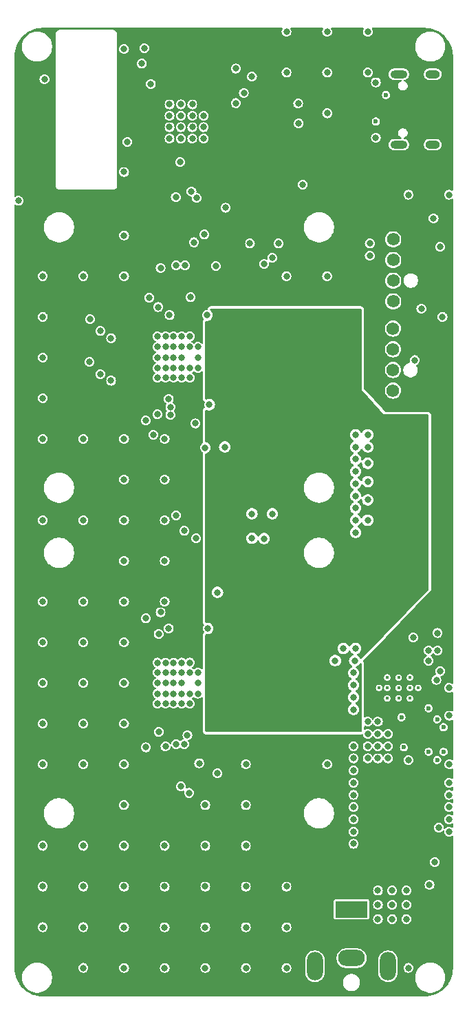
<source format=gbr>
%TF.GenerationSoftware,KiCad,Pcbnew,8.0.4*%
%TF.CreationDate,2024-11-04T19:08:52+01:00*%
%TF.ProjectId,BitForgeNano,42697446-6f72-4676-954e-616e6f2e6b69,rev?*%
%TF.SameCoordinates,Original*%
%TF.FileFunction,Copper,L3,Inr*%
%TF.FilePolarity,Positive*%
%FSLAX46Y46*%
G04 Gerber Fmt 4.6, Leading zero omitted, Abs format (unit mm)*
G04 Created by KiCad (PCBNEW 8.0.4) date 2024-11-04 19:08:52*
%MOMM*%
%LPD*%
G01*
G04 APERTURE LIST*
%TA.AperFunction,ComponentPad*%
%ADD10O,2.100000X1.000000*%
%TD*%
%TA.AperFunction,ComponentPad*%
%ADD11O,1.800000X1.000000*%
%TD*%
%TA.AperFunction,ComponentPad*%
%ADD12R,4.000000X2.000000*%
%TD*%
%TA.AperFunction,ComponentPad*%
%ADD13O,2.000000X3.500000*%
%TD*%
%TA.AperFunction,ComponentPad*%
%ADD14O,3.300000X2.000000*%
%TD*%
%TA.AperFunction,ComponentPad*%
%ADD15C,1.574800*%
%TD*%
%TA.AperFunction,ComponentPad*%
%ADD16C,0.400000*%
%TD*%
%TA.AperFunction,ViaPad*%
%ADD17C,0.800000*%
%TD*%
%TA.AperFunction,ViaPad*%
%ADD18C,0.600000*%
%TD*%
G04 APERTURE END LIST*
D10*
%TO.N,GND*%
%TO.C,J5*%
X92830000Y-60845000D03*
D11*
X97010000Y-60845000D03*
D10*
X92830000Y-52205000D03*
D11*
X97010000Y-52205000D03*
%TD*%
D12*
%TO.N,VIN*%
%TO.C,J1*%
X87000000Y-154800000D03*
D13*
%TO.N,GND*%
X82500000Y-161800000D03*
D14*
X87000000Y-160800000D03*
D13*
X91500000Y-161800000D03*
%TD*%
D15*
%TO.N,GND*%
%TO.C,J8*%
X92100000Y-83460000D03*
%TO.N,+5V*%
X92100000Y-86000000D03*
%TO.N,/Fan/FAN2_TACH*%
X92100000Y-88540000D03*
%TO.N,/Fan/FAN2_PWM*%
X92100000Y-91080000D03*
%TD*%
D16*
%TO.N,GND*%
%TO.C,U12*%
X94200000Y-126320000D03*
X92800000Y-126320000D03*
X91400000Y-126320000D03*
X95200000Y-127600000D03*
X94200000Y-127600000D03*
X92800000Y-127600000D03*
X91400000Y-127600000D03*
X90400000Y-127600000D03*
X94200000Y-128880000D03*
X92800000Y-128880000D03*
X91400000Y-128880000D03*
%TD*%
D15*
%TO.N,GND*%
%TO.C,J6*%
X92138851Y-72479400D03*
%TO.N,+5V*%
X92138851Y-75019400D03*
%TO.N,/Fan/FAN1_TACH*%
X92138851Y-77559400D03*
%TO.N,/Fan/FAN1_PWM*%
X92138851Y-80099400D03*
%TD*%
D17*
%TO.N,VDD*%
X74250000Y-102500000D03*
X74250000Y-98000000D03*
X74250000Y-95750000D03*
X74250000Y-93500000D03*
X74250000Y-100250000D03*
X74250000Y-91250000D03*
X74250000Y-86750000D03*
X74250000Y-84500000D03*
X74250000Y-82250000D03*
X74250000Y-89000000D03*
X74250000Y-121000000D03*
X74250000Y-116500000D03*
X74250000Y-114250000D03*
X74250000Y-112000000D03*
X74250000Y-118750000D03*
X74250000Y-132250000D03*
X74250000Y-127750000D03*
X74250000Y-125500000D03*
X74250000Y-123250000D03*
X74250000Y-130000000D03*
X82000000Y-132250000D03*
X77500000Y-132250000D03*
X79750000Y-132250000D03*
X82000000Y-130000000D03*
X77500000Y-130000000D03*
X79750000Y-130000000D03*
X82000000Y-127750000D03*
X77500000Y-127750000D03*
X79750000Y-127750000D03*
X82000000Y-125500000D03*
X77500000Y-125500000D03*
X79750000Y-125500000D03*
X77500000Y-123250000D03*
X82000000Y-123250000D03*
X79750000Y-123250000D03*
X84250000Y-116000000D03*
X84250000Y-107000000D03*
X82000000Y-107000000D03*
X79750000Y-107000000D03*
X79750000Y-100250000D03*
X84250000Y-95750000D03*
X82000000Y-98000000D03*
X84250000Y-98000000D03*
X79750000Y-95750000D03*
X82000000Y-95750000D03*
X79750000Y-98000000D03*
X84250000Y-91250000D03*
X82000000Y-93500000D03*
X84250000Y-93500000D03*
X79750000Y-91250000D03*
X82000000Y-91250000D03*
X79750000Y-93500000D03*
X84250000Y-86750000D03*
X82000000Y-89000000D03*
X84250000Y-89000000D03*
X79750000Y-86750000D03*
X82000000Y-86750000D03*
X79750000Y-89000000D03*
X84250000Y-84500000D03*
X79750000Y-84500000D03*
X82000000Y-84500000D03*
X82000000Y-82250000D03*
X79750000Y-82250000D03*
X84250000Y-82250000D03*
%TO.N,GND*%
X49000000Y-152000000D03*
X64500000Y-120300000D03*
X54000000Y-77000000D03*
X64600000Y-58700000D03*
X66000000Y-60100000D03*
X69000000Y-147000000D03*
X54000000Y-162000000D03*
X84000000Y-137000000D03*
X63100000Y-124500000D03*
X65100000Y-84400000D03*
X67100000Y-125700000D03*
X57400000Y-89850000D03*
X65100000Y-89500000D03*
X67100000Y-88300000D03*
X65100000Y-127000000D03*
X89000000Y-100000000D03*
X65100000Y-129500000D03*
X64000000Y-157000000D03*
X89000000Y-104500000D03*
X87250000Y-140750000D03*
X69306000Y-120300000D03*
X99000000Y-142250000D03*
X54000000Y-97000000D03*
X65100000Y-128300000D03*
X64100000Y-127000000D03*
X64100000Y-88300000D03*
X49000000Y-147000000D03*
X54000000Y-157000000D03*
X63100000Y-125700000D03*
X59000000Y-162000000D03*
X87250000Y-130250000D03*
X87500000Y-105500000D03*
X87500000Y-96500000D03*
X74000000Y-157000000D03*
X49000000Y-132000000D03*
X87500000Y-107000000D03*
X71400000Y-97987500D03*
X67100000Y-124500000D03*
X66100000Y-88300000D03*
X79000000Y-52000000D03*
X87250000Y-146750000D03*
X49000000Y-77000000D03*
X89000000Y-96500000D03*
X67400000Y-55900000D03*
X65100000Y-124500000D03*
X59000000Y-107000000D03*
X87500000Y-102500000D03*
X94000000Y-162000000D03*
X59000000Y-152000000D03*
X97916431Y-125529246D03*
X64000000Y-97000000D03*
X59000000Y-97000000D03*
X66100000Y-87000000D03*
X59400000Y-60500000D03*
X65100000Y-125700000D03*
X67100000Y-89500000D03*
X59000000Y-117000000D03*
X68100000Y-87000000D03*
X68800000Y-60100000D03*
X59000000Y-112000000D03*
X59000000Y-102000000D03*
X94800000Y-87325000D03*
X65100000Y-85700000D03*
X64000000Y-147000000D03*
X63500000Y-118305000D03*
X54000000Y-107000000D03*
X87250000Y-136250000D03*
X74000000Y-162000000D03*
X59000000Y-64200000D03*
X49000000Y-97000000D03*
X67100000Y-128300000D03*
X84000000Y-77000000D03*
X87500000Y-98000000D03*
X59000000Y-142000000D03*
X59000000Y-49100000D03*
X87250000Y-145250000D03*
X90000000Y-60000000D03*
X64600000Y-57300000D03*
X69000000Y-162000000D03*
X71500000Y-68600000D03*
X67100000Y-85700000D03*
X59000000Y-127000000D03*
X64000000Y-107000000D03*
X57400000Y-84620000D03*
X54000000Y-152000000D03*
X46000000Y-67750000D03*
X66100000Y-89500000D03*
X97900000Y-73400000D03*
X64600000Y-55900000D03*
X89000000Y-47000000D03*
X63100000Y-85700000D03*
X87250000Y-125750000D03*
X68100000Y-128300000D03*
X87500000Y-108500000D03*
X64000000Y-162000000D03*
X79000000Y-162000000D03*
X84000000Y-47000000D03*
X64100000Y-89500000D03*
X99000000Y-145250000D03*
X87250000Y-128750000D03*
X54000000Y-127000000D03*
X63500000Y-76000000D03*
X87500000Y-99500000D03*
X49000000Y-157000000D03*
X66000000Y-58700000D03*
X65400000Y-75700000D03*
X68800000Y-58700000D03*
X68250000Y-136850000D03*
X64600000Y-81800000D03*
X81000000Y-65750000D03*
X59000000Y-72000000D03*
X89000000Y-52000000D03*
X59000000Y-77000000D03*
X64100000Y-124500000D03*
X99000000Y-139250000D03*
X66100000Y-129500000D03*
X59000000Y-137000000D03*
X70500000Y-138100000D03*
X59000000Y-132000000D03*
X54000000Y-122000000D03*
X64500000Y-92100000D03*
X68945000Y-98080000D03*
X59000000Y-147000000D03*
X89000000Y-107000000D03*
X54000000Y-117000000D03*
X63100000Y-88300000D03*
X70300000Y-75750000D03*
X99000000Y-143750000D03*
X87250000Y-143750000D03*
X99000000Y-67000000D03*
X63100000Y-129500000D03*
X68100000Y-125700000D03*
X54800000Y-82300000D03*
X84000000Y-57000000D03*
X49000000Y-82000000D03*
X74000000Y-152000000D03*
X69500000Y-92800000D03*
X87500000Y-104000000D03*
X99000000Y-140750000D03*
X64600000Y-60100000D03*
X63100000Y-89500000D03*
X54000000Y-147000000D03*
X63100000Y-128300000D03*
X66100000Y-128300000D03*
X69000000Y-142000000D03*
X54750000Y-87550000D03*
X69206000Y-81800000D03*
X69000000Y-152000000D03*
X64100000Y-84400000D03*
X80439800Y-55800000D03*
X69000000Y-157000000D03*
X87500000Y-101000000D03*
X89000000Y-98000000D03*
X59000000Y-157000000D03*
X54000000Y-132000000D03*
X65100000Y-87000000D03*
X67400000Y-58700000D03*
X66000000Y-57300000D03*
X49000000Y-107000000D03*
X66100000Y-84400000D03*
X68800000Y-57300000D03*
X66100000Y-127000000D03*
X94000000Y-67000000D03*
X64000000Y-112000000D03*
X61200000Y-50900000D03*
X49000000Y-117000000D03*
X64100000Y-85700000D03*
X63100000Y-84400000D03*
X68100000Y-85700000D03*
X66100000Y-125700000D03*
X49000000Y-137000000D03*
X63100000Y-127000000D03*
X66000000Y-55900000D03*
X67400000Y-60100000D03*
X70500000Y-115855000D03*
X49000000Y-127000000D03*
X65375000Y-67300000D03*
X64100000Y-129500000D03*
X64000000Y-102000000D03*
X87250000Y-142250000D03*
X64100000Y-87000000D03*
X66400000Y-108300000D03*
X87250000Y-134750000D03*
X67100000Y-84400000D03*
X68100000Y-127000000D03*
X74000000Y-137000000D03*
X49000000Y-92000000D03*
X66100000Y-124500000D03*
X64000000Y-117000000D03*
X64000000Y-152000000D03*
X87250000Y-127250000D03*
X67400000Y-57300000D03*
X65100000Y-88300000D03*
X89000000Y-102250000D03*
X49000000Y-87000000D03*
X90000000Y-53200000D03*
X79000000Y-152000000D03*
X74000000Y-147000000D03*
X59000000Y-122000000D03*
X87250000Y-139250000D03*
X84000000Y-52000000D03*
X79000000Y-157000000D03*
X74000000Y-142000000D03*
X64100000Y-125700000D03*
X66100000Y-85700000D03*
X68100000Y-88300000D03*
X87250000Y-137750000D03*
X67100000Y-129500000D03*
X54000000Y-137000000D03*
X97100000Y-69900000D03*
X49000000Y-122000000D03*
X79000000Y-47000000D03*
X63100000Y-87000000D03*
X64100000Y-128300000D03*
%TO.N,VDD*%
X92500000Y-110000000D03*
X72600000Y-84500000D03*
X91000000Y-110000000D03*
X70600000Y-128300000D03*
X96000000Y-104000000D03*
X95500000Y-110000000D03*
X90500000Y-105500000D03*
X90500000Y-108500000D03*
X91000000Y-96500000D03*
X71600000Y-128300000D03*
X69600000Y-128300000D03*
X71600000Y-85680000D03*
X92500000Y-116000000D03*
X94000000Y-110000000D03*
X94000000Y-108500000D03*
X71600000Y-87000000D03*
X70600000Y-124500000D03*
X70600000Y-89500000D03*
X69600000Y-127000000D03*
X90500000Y-107000000D03*
X94000000Y-104000000D03*
X69600000Y-85680000D03*
X96000000Y-102500000D03*
X72600000Y-128300000D03*
X72600000Y-87000000D03*
X94000000Y-99500000D03*
X70600000Y-88300000D03*
X94000000Y-113000000D03*
X92500000Y-108500000D03*
X70600000Y-84400000D03*
X92500000Y-102500000D03*
X70600000Y-85680000D03*
X92500000Y-95000000D03*
X72600000Y-88300000D03*
X72600000Y-85700000D03*
X94000000Y-96500000D03*
X92500000Y-104000000D03*
X96000000Y-107000000D03*
X71600000Y-124500000D03*
X92500000Y-105500000D03*
X92500000Y-114500000D03*
X94000000Y-116000000D03*
X70600000Y-127000000D03*
X72600000Y-89500000D03*
X91000000Y-114500000D03*
X92500000Y-99500000D03*
X91000000Y-95000000D03*
X71600000Y-89500000D03*
X91000000Y-116000000D03*
X94000000Y-95000000D03*
X94000000Y-105500000D03*
X94000000Y-107000000D03*
X72600000Y-129500000D03*
X94000000Y-111500000D03*
X69600000Y-88300000D03*
X70600000Y-129500000D03*
X94000000Y-98000000D03*
X71600000Y-127000000D03*
X72600000Y-125700000D03*
X92500000Y-107000000D03*
X90500000Y-102500000D03*
X92500000Y-101000000D03*
X94000000Y-101000000D03*
X72600000Y-124500000D03*
X71600000Y-125700000D03*
X69600000Y-125700000D03*
X69600000Y-87000000D03*
X96000000Y-105500000D03*
X71600000Y-129500000D03*
X94000000Y-114500000D03*
X92500000Y-98000000D03*
X70600000Y-87000000D03*
X94000000Y-102500000D03*
X96000000Y-108500000D03*
X92500000Y-96500000D03*
X72600000Y-127000000D03*
X99000000Y-127600000D03*
X71600000Y-84400000D03*
X90500000Y-104000000D03*
X95500000Y-95000000D03*
X71600000Y-88300000D03*
X70600000Y-125700000D03*
%TO.N,/Domain/0V8*%
X63280000Y-133000000D03*
X62600000Y-96487500D03*
X63260000Y-120955000D03*
X63100000Y-93987500D03*
X63200000Y-80800000D03*
D18*
%TO.N,Net-(J5-CC1)*%
X90000000Y-58000000D03*
%TO.N,Net-(J5-CC2)*%
X91250000Y-54750000D03*
D17*
%TO.N,/ESP32/IO0*%
X49200000Y-52800000D03*
X62300000Y-53400000D03*
%TO.N,/Domain/1V2*%
X61700000Y-134900000D03*
X62100000Y-79650000D03*
X61670000Y-94737500D03*
X67797488Y-95102512D03*
X61700000Y-119055000D03*
%TO.N,/Power/AGND*%
X99050000Y-137000000D03*
X97457193Y-126607193D03*
X94000000Y-136450000D03*
%TO.N,Net-(U3-RI)*%
X66000000Y-139700000D03*
%TO.N,Net-(U12-BP1V5)*%
X97600000Y-123000000D03*
X99050000Y-131000000D03*
D18*
%TO.N,Net-(U12-EN{slash}UVLO)*%
X93150000Y-131200000D03*
X93450000Y-134900000D03*
D17*
%TO.N,/Domain/I_RO*%
X66500000Y-75700000D03*
%TO.N,/Domain/CLKI*%
X67198000Y-79600000D03*
%TO.N,/TX*%
X67300000Y-66600000D03*
%TO.N,/RX*%
X67917500Y-67400000D03*
%TO.N,/RST*%
X65900000Y-63000000D03*
%TO.N,/Domain/I_CI*%
X67600000Y-72850000D03*
%TO.N,/Domain/I_NRSTI*%
X68900000Y-71900000D03*
D18*
%TO.N,Net-(U12-MSEL1)*%
X96500000Y-135450000D03*
X96500000Y-130100000D03*
D17*
%TO.N,/Power/SMB_ALRT*%
X72750000Y-55750000D03*
X74500000Y-73000000D03*
X78000000Y-73000000D03*
X94600000Y-121400000D03*
%TO.N,/ESP32/VDD_SAMPLE_0*%
X61500000Y-49000000D03*
%TO.N,/Fan/FAN1_TACH*%
X98200000Y-82000000D03*
%TO.N,/Fan/FAN1_PWM*%
X95600000Y-81000000D03*
D18*
%TO.N,Net-(U12-ADRSEL)*%
X97540000Y-136450000D03*
X97540000Y-131450000D03*
%TO.N,Net-(U12-VSEL)*%
X98330000Y-132432407D03*
X98330000Y-135450000D03*
D17*
%TO.N,/SCL*%
X89250000Y-73000000D03*
X74750000Y-106200000D03*
X96500000Y-123000000D03*
X77250000Y-106200000D03*
X65400000Y-106400000D03*
X97750000Y-144750000D03*
X77250000Y-74750000D03*
X87500000Y-122750000D03*
X86000000Y-122750000D03*
X72750000Y-51500000D03*
%TO.N,/SDA*%
X76250000Y-109250000D03*
X76250000Y-75500000D03*
X85000000Y-124250000D03*
X89250000Y-74500000D03*
X67875000Y-109212500D03*
X74750000Y-52500000D03*
X96500000Y-124250000D03*
X97250000Y-149000000D03*
X87400000Y-124250000D03*
X74750000Y-109212500D03*
%TO.N,VIN*%
X93750000Y-152500000D03*
X93750000Y-154250000D03*
X90250000Y-152500000D03*
X92000000Y-152500000D03*
X92000000Y-154250000D03*
X90250000Y-156000000D03*
X90250000Y-154250000D03*
X92000000Y-156000000D03*
X93750000Y-156000000D03*
%TO.N,Net-(U3-CO)*%
X67000000Y-140500000D03*
%TO.N,Net-(U3-CLKO)*%
X66800000Y-133400000D03*
%TO.N,Net-(U3-BO)*%
X66400000Y-134500000D03*
%TO.N,Net-(U3-TEMP_N)*%
X65400000Y-134500000D03*
%TO.N,3V3*%
X67600000Y-108300000D03*
X66900000Y-70300000D03*
D18*
X71400000Y-53000000D03*
D17*
X82000000Y-62500000D03*
X48750000Y-58000000D03*
X96500000Y-87500000D03*
X97400000Y-76750000D03*
D18*
X60250000Y-63750000D03*
D17*
X99100000Y-149500000D03*
X80500000Y-61000000D03*
X47750000Y-68000000D03*
X96000000Y-121450000D03*
X69850000Y-74450000D03*
X82000000Y-59500000D03*
X80500000Y-62500000D03*
X82000000Y-61000000D03*
X99000000Y-71700000D03*
%TO.N,Net-(U3-TEMP_P)*%
X64100000Y-134800000D03*
%TO.N,+5V*%
X90250000Y-134750000D03*
X80500000Y-58250000D03*
X91500000Y-136250000D03*
X90250000Y-136250000D03*
X89000000Y-133250000D03*
X56075000Y-83750000D03*
X89000000Y-131750000D03*
X90250000Y-131750000D03*
X56075000Y-89050000D03*
X90250000Y-133250000D03*
X89000000Y-134750000D03*
X91500000Y-133250000D03*
X91500000Y-134750000D03*
X89000000Y-136250000D03*
%TO.N,/Power/PGOOD*%
X79000000Y-77000000D03*
X97600000Y-120850000D03*
%TO.N,Net-(U9-TEMP_N)*%
X64700000Y-94037500D03*
%TO.N,Net-(U9-TEMP_P)*%
X64700000Y-93087497D03*
%TO.N,/ESP32/INA_ALRT*%
X96600000Y-151800000D03*
X73750000Y-54500000D03*
%TD*%
%TA.AperFunction,Conductor*%
%TO.N,3V3*%
G36*
X78425605Y-46500512D02*
G01*
X78483794Y-46519419D01*
X78519758Y-46568919D01*
X78519758Y-46630105D01*
X78504147Y-46659777D01*
X78475462Y-46697161D01*
X78414957Y-46843233D01*
X78414955Y-46843241D01*
X78394318Y-46999999D01*
X78394318Y-47000000D01*
X78414955Y-47156758D01*
X78414957Y-47156766D01*
X78475462Y-47302838D01*
X78475462Y-47302839D01*
X78571713Y-47428276D01*
X78571718Y-47428282D01*
X78697159Y-47524536D01*
X78697160Y-47524536D01*
X78697161Y-47524537D01*
X78830044Y-47579579D01*
X78843238Y-47585044D01*
X78960809Y-47600522D01*
X78999999Y-47605682D01*
X79000000Y-47605682D01*
X79000001Y-47605682D01*
X79031352Y-47601554D01*
X79156762Y-47585044D01*
X79302841Y-47524536D01*
X79428282Y-47428282D01*
X79524536Y-47302841D01*
X79585044Y-47156762D01*
X79605682Y-47000000D01*
X79585044Y-46843238D01*
X79560345Y-46783609D01*
X79524537Y-46697161D01*
X79524537Y-46697160D01*
X79495854Y-46659780D01*
X79475430Y-46602104D01*
X79492808Y-46543439D01*
X79541349Y-46506191D01*
X79574395Y-46500513D01*
X83425604Y-46500514D01*
X83483793Y-46519421D01*
X83519757Y-46568921D01*
X83519757Y-46630107D01*
X83504145Y-46659780D01*
X83475462Y-46697161D01*
X83414957Y-46843233D01*
X83414955Y-46843241D01*
X83394318Y-46999999D01*
X83394318Y-47000000D01*
X83414955Y-47156758D01*
X83414957Y-47156766D01*
X83475462Y-47302838D01*
X83475462Y-47302839D01*
X83571713Y-47428276D01*
X83571718Y-47428282D01*
X83697159Y-47524536D01*
X83697160Y-47524536D01*
X83697161Y-47524537D01*
X83830044Y-47579579D01*
X83843238Y-47585044D01*
X83960809Y-47600522D01*
X83999999Y-47605682D01*
X84000000Y-47605682D01*
X84000001Y-47605682D01*
X84031352Y-47601554D01*
X84156762Y-47585044D01*
X84302841Y-47524536D01*
X84428282Y-47428282D01*
X84524536Y-47302841D01*
X84585044Y-47156762D01*
X84605682Y-47000000D01*
X84585044Y-46843238D01*
X84560345Y-46783609D01*
X84524538Y-46697163D01*
X84524537Y-46697162D01*
X84524536Y-46697159D01*
X84495854Y-46659781D01*
X84475432Y-46602108D01*
X84492809Y-46543442D01*
X84541351Y-46506195D01*
X84574397Y-46500516D01*
X88425602Y-46500516D01*
X88483791Y-46519423D01*
X88519755Y-46568923D01*
X88519755Y-46630109D01*
X88504144Y-46659781D01*
X88475462Y-46697161D01*
X88414957Y-46843233D01*
X88414955Y-46843241D01*
X88394318Y-46999999D01*
X88394318Y-47000000D01*
X88414955Y-47156758D01*
X88414957Y-47156766D01*
X88475462Y-47302838D01*
X88475462Y-47302839D01*
X88571713Y-47428276D01*
X88571718Y-47428282D01*
X88697159Y-47524536D01*
X88697160Y-47524536D01*
X88697161Y-47524537D01*
X88830044Y-47579579D01*
X88843238Y-47585044D01*
X88960809Y-47600522D01*
X88999999Y-47605682D01*
X89000000Y-47605682D01*
X89000001Y-47605682D01*
X89031352Y-47601554D01*
X89156762Y-47585044D01*
X89302841Y-47524536D01*
X89428282Y-47428282D01*
X89524536Y-47302841D01*
X89585044Y-47156762D01*
X89605682Y-47000000D01*
X89585044Y-46843238D01*
X89560345Y-46783609D01*
X89524537Y-46697161D01*
X89524536Y-46697160D01*
X89524536Y-46697159D01*
X89495857Y-46659784D01*
X89475433Y-46602111D01*
X89492810Y-46543445D01*
X89541351Y-46506197D01*
X89574398Y-46500518D01*
X95914419Y-46500519D01*
X95914423Y-46500521D01*
X95934111Y-46500521D01*
X95997567Y-46500521D01*
X96002424Y-46500640D01*
X96031046Y-46502046D01*
X96338175Y-46517134D01*
X96347817Y-46518084D01*
X96677915Y-46567050D01*
X96687421Y-46568940D01*
X97011143Y-46650029D01*
X97020414Y-46652842D01*
X97334623Y-46765267D01*
X97343592Y-46768982D01*
X97645259Y-46911662D01*
X97653819Y-46916238D01*
X97940007Y-47087773D01*
X97940044Y-47087795D01*
X97948122Y-47093193D01*
X98216144Y-47291973D01*
X98223654Y-47298136D01*
X98470914Y-47522240D01*
X98477764Y-47529089D01*
X98701880Y-47776365D01*
X98708034Y-47783864D01*
X98906822Y-48051901D01*
X98912219Y-48059979D01*
X99041766Y-48276117D01*
X99083769Y-48346194D01*
X99088346Y-48354757D01*
X99225802Y-48645384D01*
X99231023Y-48656423D01*
X99234741Y-48665399D01*
X99347159Y-48979592D01*
X99349979Y-48988889D01*
X99431057Y-49312578D01*
X99432953Y-49322107D01*
X99481916Y-49652199D01*
X99482868Y-49661868D01*
X99489826Y-49803504D01*
X99499381Y-49998033D01*
X99499500Y-50002869D01*
X99499500Y-66425613D01*
X99480593Y-66483804D01*
X99431093Y-66519768D01*
X99369907Y-66519768D01*
X99340234Y-66504156D01*
X99302838Y-66475462D01*
X99156766Y-66414957D01*
X99156758Y-66414955D01*
X99000001Y-66394318D01*
X98999999Y-66394318D01*
X98843241Y-66414955D01*
X98843233Y-66414957D01*
X98697161Y-66475462D01*
X98697160Y-66475462D01*
X98571723Y-66571713D01*
X98571713Y-66571723D01*
X98475462Y-66697160D01*
X98475462Y-66697161D01*
X98414957Y-66843233D01*
X98414955Y-66843241D01*
X98394318Y-66999999D01*
X98394318Y-67000000D01*
X98414955Y-67156758D01*
X98414957Y-67156766D01*
X98475462Y-67302838D01*
X98475462Y-67302839D01*
X98561165Y-67414529D01*
X98571718Y-67428282D01*
X98697159Y-67524536D01*
X98697160Y-67524536D01*
X98697161Y-67524537D01*
X98774959Y-67556762D01*
X98843238Y-67585044D01*
X98960809Y-67600522D01*
X98999999Y-67605682D01*
X99000000Y-67605682D01*
X99000001Y-67605682D01*
X99031352Y-67601554D01*
X99156762Y-67585044D01*
X99302841Y-67524536D01*
X99340233Y-67495843D01*
X99397909Y-67475420D01*
X99456574Y-67492798D01*
X99493822Y-67541339D01*
X99499500Y-67574386D01*
X99499500Y-127025613D01*
X99480593Y-127083804D01*
X99431093Y-127119768D01*
X99369907Y-127119768D01*
X99340234Y-127104156D01*
X99302838Y-127075462D01*
X99156766Y-127014957D01*
X99156758Y-127014955D01*
X99000001Y-126994318D01*
X98999999Y-126994318D01*
X98843241Y-127014955D01*
X98843233Y-127014957D01*
X98697161Y-127075462D01*
X98697160Y-127075462D01*
X98571723Y-127171713D01*
X98571713Y-127171723D01*
X98475462Y-127297160D01*
X98475462Y-127297161D01*
X98414957Y-127443233D01*
X98414955Y-127443241D01*
X98394318Y-127599999D01*
X98394318Y-127600000D01*
X98414955Y-127756758D01*
X98414957Y-127756766D01*
X98475461Y-127902836D01*
X98475462Y-127902839D01*
X98571713Y-128028276D01*
X98571718Y-128028282D01*
X98697159Y-128124536D01*
X98697160Y-128124536D01*
X98697161Y-128124537D01*
X98817507Y-128174386D01*
X98843238Y-128185044D01*
X98960809Y-128200522D01*
X98999999Y-128205682D01*
X99000000Y-128205682D01*
X99000001Y-128205682D01*
X99031352Y-128201554D01*
X99156762Y-128185044D01*
X99302841Y-128124536D01*
X99340233Y-128095843D01*
X99397909Y-128075420D01*
X99456574Y-128092798D01*
X99493822Y-128141339D01*
X99499500Y-128174386D01*
X99499500Y-130388664D01*
X99480593Y-130446855D01*
X99431093Y-130482819D01*
X99369907Y-130482819D01*
X99358856Y-130477899D01*
X99358837Y-130477947D01*
X99206766Y-130414957D01*
X99206758Y-130414955D01*
X99050001Y-130394318D01*
X99049999Y-130394318D01*
X98893241Y-130414955D01*
X98893233Y-130414957D01*
X98747161Y-130475462D01*
X98747160Y-130475462D01*
X98621723Y-130571713D01*
X98621713Y-130571723D01*
X98525462Y-130697160D01*
X98525462Y-130697161D01*
X98464957Y-130843233D01*
X98464955Y-130843241D01*
X98444318Y-130999999D01*
X98444318Y-131000000D01*
X98464955Y-131156758D01*
X98464957Y-131156766D01*
X98525462Y-131302838D01*
X98525462Y-131302839D01*
X98611493Y-131414957D01*
X98621718Y-131428282D01*
X98747159Y-131524536D01*
X98893238Y-131585044D01*
X99010809Y-131600522D01*
X99049999Y-131605682D01*
X99050000Y-131605682D01*
X99050001Y-131605682D01*
X99081352Y-131601554D01*
X99206762Y-131585044D01*
X99260470Y-131562797D01*
X99358837Y-131522053D01*
X99359553Y-131523783D01*
X99410833Y-131512876D01*
X99466733Y-131537754D01*
X99497333Y-131590737D01*
X99499500Y-131611335D01*
X99499500Y-136388664D01*
X99480593Y-136446855D01*
X99431093Y-136482819D01*
X99369907Y-136482819D01*
X99358856Y-136477899D01*
X99358837Y-136477947D01*
X99206766Y-136414957D01*
X99206758Y-136414955D01*
X99050001Y-136394318D01*
X99049999Y-136394318D01*
X98893241Y-136414955D01*
X98893233Y-136414957D01*
X98747161Y-136475462D01*
X98747160Y-136475462D01*
X98621723Y-136571713D01*
X98621713Y-136571723D01*
X98525462Y-136697160D01*
X98525462Y-136697161D01*
X98464957Y-136843233D01*
X98464955Y-136843241D01*
X98444318Y-136999999D01*
X98444318Y-137000000D01*
X98464955Y-137156758D01*
X98464957Y-137156766D01*
X98525462Y-137302838D01*
X98525462Y-137302839D01*
X98580477Y-137374536D01*
X98621718Y-137428282D01*
X98747159Y-137524536D01*
X98893238Y-137585044D01*
X99010809Y-137600522D01*
X99049999Y-137605682D01*
X99050000Y-137605682D01*
X99050001Y-137605682D01*
X99081352Y-137601554D01*
X99206762Y-137585044D01*
X99260470Y-137562797D01*
X99358837Y-137522053D01*
X99359553Y-137523783D01*
X99410833Y-137512876D01*
X99466733Y-137537754D01*
X99497333Y-137590737D01*
X99499500Y-137611335D01*
X99499500Y-138675613D01*
X99480593Y-138733804D01*
X99431093Y-138769768D01*
X99369907Y-138769768D01*
X99340234Y-138754156D01*
X99302838Y-138725462D01*
X99156766Y-138664957D01*
X99156758Y-138664955D01*
X99000001Y-138644318D01*
X98999999Y-138644318D01*
X98843241Y-138664955D01*
X98843233Y-138664957D01*
X98697161Y-138725462D01*
X98697160Y-138725462D01*
X98571723Y-138821713D01*
X98571713Y-138821723D01*
X98475462Y-138947160D01*
X98475462Y-138947161D01*
X98414957Y-139093233D01*
X98414955Y-139093241D01*
X98394318Y-139249999D01*
X98394318Y-139250000D01*
X98414955Y-139406758D01*
X98414957Y-139406766D01*
X98475462Y-139552838D01*
X98475462Y-139552839D01*
X98571713Y-139678276D01*
X98571718Y-139678282D01*
X98697159Y-139774536D01*
X98843238Y-139835044D01*
X98960809Y-139850522D01*
X98999999Y-139855682D01*
X99000000Y-139855682D01*
X99000001Y-139855682D01*
X99031352Y-139851554D01*
X99156762Y-139835044D01*
X99302841Y-139774536D01*
X99340233Y-139745843D01*
X99397909Y-139725420D01*
X99456574Y-139742798D01*
X99493822Y-139791339D01*
X99499500Y-139824386D01*
X99499500Y-140175613D01*
X99480593Y-140233804D01*
X99431093Y-140269768D01*
X99369907Y-140269768D01*
X99340234Y-140254156D01*
X99302838Y-140225462D01*
X99156766Y-140164957D01*
X99156758Y-140164955D01*
X99000001Y-140144318D01*
X98999999Y-140144318D01*
X98843241Y-140164955D01*
X98843233Y-140164957D01*
X98697161Y-140225462D01*
X98697160Y-140225462D01*
X98571723Y-140321713D01*
X98571713Y-140321723D01*
X98475462Y-140447160D01*
X98475462Y-140447161D01*
X98414957Y-140593233D01*
X98414955Y-140593241D01*
X98394318Y-140749999D01*
X98394318Y-140750000D01*
X98414955Y-140906758D01*
X98414957Y-140906766D01*
X98475462Y-141052838D01*
X98475462Y-141052839D01*
X98571713Y-141178276D01*
X98571718Y-141178282D01*
X98697159Y-141274536D01*
X98843238Y-141335044D01*
X98960809Y-141350522D01*
X98999999Y-141355682D01*
X99000000Y-141355682D01*
X99000001Y-141355682D01*
X99031352Y-141351554D01*
X99156762Y-141335044D01*
X99302841Y-141274536D01*
X99340233Y-141245843D01*
X99397909Y-141225420D01*
X99456574Y-141242798D01*
X99493822Y-141291339D01*
X99499500Y-141324386D01*
X99499500Y-141675613D01*
X99480593Y-141733804D01*
X99431093Y-141769768D01*
X99369907Y-141769768D01*
X99340234Y-141754156D01*
X99302838Y-141725462D01*
X99156766Y-141664957D01*
X99156758Y-141664955D01*
X99000001Y-141644318D01*
X98999999Y-141644318D01*
X98843241Y-141664955D01*
X98843233Y-141664957D01*
X98697161Y-141725462D01*
X98697160Y-141725462D01*
X98571723Y-141821713D01*
X98571713Y-141821723D01*
X98475462Y-141947160D01*
X98475462Y-141947161D01*
X98414957Y-142093233D01*
X98414955Y-142093241D01*
X98394318Y-142249999D01*
X98394318Y-142250000D01*
X98414955Y-142406758D01*
X98414957Y-142406766D01*
X98475462Y-142552838D01*
X98475462Y-142552839D01*
X98571713Y-142678276D01*
X98571718Y-142678282D01*
X98697159Y-142774536D01*
X98843238Y-142835044D01*
X98960809Y-142850522D01*
X98999999Y-142855682D01*
X99000000Y-142855682D01*
X99000001Y-142855682D01*
X99031352Y-142851554D01*
X99156762Y-142835044D01*
X99302841Y-142774536D01*
X99340233Y-142745843D01*
X99397909Y-142725420D01*
X99456574Y-142742798D01*
X99493822Y-142791339D01*
X99499500Y-142824386D01*
X99499500Y-143175613D01*
X99480593Y-143233804D01*
X99431093Y-143269768D01*
X99369907Y-143269768D01*
X99340234Y-143254156D01*
X99302838Y-143225462D01*
X99156766Y-143164957D01*
X99156758Y-143164955D01*
X99000001Y-143144318D01*
X98999999Y-143144318D01*
X98843241Y-143164955D01*
X98843233Y-143164957D01*
X98697161Y-143225462D01*
X98697160Y-143225462D01*
X98571723Y-143321713D01*
X98571713Y-143321723D01*
X98475462Y-143447160D01*
X98475462Y-143447161D01*
X98414957Y-143593233D01*
X98414955Y-143593241D01*
X98394318Y-143749999D01*
X98394318Y-143750000D01*
X98414955Y-143906758D01*
X98414957Y-143906766D01*
X98475462Y-144052838D01*
X98475462Y-144052839D01*
X98561493Y-144164957D01*
X98571718Y-144178282D01*
X98697159Y-144274536D01*
X98843238Y-144335044D01*
X98960809Y-144350522D01*
X98999999Y-144355682D01*
X99000000Y-144355682D01*
X99000001Y-144355682D01*
X99031352Y-144351554D01*
X99156762Y-144335044D01*
X99302841Y-144274536D01*
X99340233Y-144245843D01*
X99397909Y-144225420D01*
X99456574Y-144242798D01*
X99493822Y-144291339D01*
X99499500Y-144324386D01*
X99499500Y-144675613D01*
X99480593Y-144733804D01*
X99431093Y-144769768D01*
X99369907Y-144769768D01*
X99340234Y-144754156D01*
X99302838Y-144725462D01*
X99156766Y-144664957D01*
X99156758Y-144664955D01*
X99000001Y-144644318D01*
X98999999Y-144644318D01*
X98843241Y-144664955D01*
X98843233Y-144664957D01*
X98697161Y-144725462D01*
X98697160Y-144725462D01*
X98571723Y-144821713D01*
X98571713Y-144821723D01*
X98524463Y-144883302D01*
X98474039Y-144917958D01*
X98412874Y-144916357D01*
X98364333Y-144879109D01*
X98346955Y-144820444D01*
X98347768Y-144810113D01*
X98355682Y-144750000D01*
X98355682Y-144749999D01*
X98335044Y-144593241D01*
X98335044Y-144593238D01*
X98274537Y-144447161D01*
X98274537Y-144447160D01*
X98178286Y-144321723D01*
X98178285Y-144321722D01*
X98178282Y-144321718D01*
X98178277Y-144321714D01*
X98178276Y-144321713D01*
X98052838Y-144225462D01*
X97906766Y-144164957D01*
X97906758Y-144164955D01*
X97750001Y-144144318D01*
X97749999Y-144144318D01*
X97593241Y-144164955D01*
X97593233Y-144164957D01*
X97447161Y-144225462D01*
X97447160Y-144225462D01*
X97321723Y-144321713D01*
X97321713Y-144321723D01*
X97225462Y-144447160D01*
X97225462Y-144447161D01*
X97164957Y-144593233D01*
X97164955Y-144593241D01*
X97144318Y-144749999D01*
X97144318Y-144750000D01*
X97164955Y-144906758D01*
X97164957Y-144906766D01*
X97225462Y-145052838D01*
X97225462Y-145052839D01*
X97274463Y-145116698D01*
X97321718Y-145178282D01*
X97447159Y-145274536D01*
X97593238Y-145335044D01*
X97710809Y-145350522D01*
X97749999Y-145355682D01*
X97750000Y-145355682D01*
X97750001Y-145355682D01*
X97781352Y-145351554D01*
X97906762Y-145335044D01*
X98052841Y-145274536D01*
X98178282Y-145178282D01*
X98225539Y-145116695D01*
X98275959Y-145082041D01*
X98337123Y-145083642D01*
X98385665Y-145120888D01*
X98403044Y-145179554D01*
X98402231Y-145189885D01*
X98394318Y-145249997D01*
X98394318Y-145250000D01*
X98414955Y-145406758D01*
X98414957Y-145406766D01*
X98475462Y-145552838D01*
X98475462Y-145552839D01*
X98571713Y-145678276D01*
X98571718Y-145678282D01*
X98697159Y-145774536D01*
X98843238Y-145835044D01*
X98960809Y-145850522D01*
X98999999Y-145855682D01*
X99000000Y-145855682D01*
X99000001Y-145855682D01*
X99031352Y-145851554D01*
X99156762Y-145835044D01*
X99302841Y-145774536D01*
X99340233Y-145745843D01*
X99397909Y-145725420D01*
X99456574Y-145742798D01*
X99493822Y-145791339D01*
X99499500Y-145824386D01*
X99499500Y-161997554D01*
X99499381Y-162002413D01*
X99482882Y-162338150D01*
X99481929Y-162347818D01*
X99432963Y-162677894D01*
X99431068Y-162687423D01*
X99349983Y-163011119D01*
X99347163Y-163020416D01*
X99234740Y-163334608D01*
X99231022Y-163343584D01*
X99088345Y-163645244D01*
X99083765Y-163653812D01*
X98912209Y-163940033D01*
X98906811Y-163948111D01*
X98708026Y-164216139D01*
X98701863Y-164223648D01*
X98477769Y-164470899D01*
X98470899Y-164477769D01*
X98223648Y-164701863D01*
X98216139Y-164708026D01*
X97948111Y-164906811D01*
X97940033Y-164912209D01*
X97653812Y-165083765D01*
X97645244Y-165088345D01*
X97343584Y-165231022D01*
X97334608Y-165234740D01*
X97020416Y-165347163D01*
X97011119Y-165349983D01*
X96687423Y-165431068D01*
X96677894Y-165432963D01*
X96347818Y-165481929D01*
X96338150Y-165482882D01*
X96002412Y-165499381D01*
X95997555Y-165499500D01*
X95934100Y-165499501D01*
X95934098Y-165499501D01*
X49072449Y-165499529D01*
X49071981Y-165499500D01*
X49065892Y-165499500D01*
X49002436Y-165499500D01*
X48997578Y-165499381D01*
X48661838Y-165482887D01*
X48652170Y-165481934D01*
X48322096Y-165432972D01*
X48312567Y-165431077D01*
X47988868Y-165349995D01*
X47979571Y-165347175D01*
X47979537Y-165347163D01*
X47907144Y-165321260D01*
X47665378Y-165234754D01*
X47656402Y-165231036D01*
X47354741Y-165088361D01*
X47346173Y-165083781D01*
X47059950Y-164912226D01*
X47051872Y-164906828D01*
X46783849Y-164708048D01*
X46776339Y-164701885D01*
X46529083Y-164477786D01*
X46522218Y-164470921D01*
X46298114Y-164223660D01*
X46291951Y-164216150D01*
X46093171Y-163948127D01*
X46087773Y-163940049D01*
X46087763Y-163940033D01*
X45916216Y-163653823D01*
X45911638Y-163645258D01*
X45911631Y-163645244D01*
X45768961Y-163343594D01*
X45765245Y-163334621D01*
X45673682Y-163078721D01*
X46449500Y-163078721D01*
X46449500Y-163321300D01*
X46481161Y-163561792D01*
X46481161Y-163561797D01*
X46508157Y-163662546D01*
X46531724Y-163750500D01*
X46543944Y-163796103D01*
X46543948Y-163796116D01*
X46636772Y-164020215D01*
X46636774Y-164020219D01*
X46636776Y-164020223D01*
X46758064Y-164230300D01*
X46758066Y-164230303D01*
X46905729Y-164422742D01*
X46905731Y-164422744D01*
X46905735Y-164422749D01*
X47077262Y-164594276D01*
X47077266Y-164594279D01*
X47077268Y-164594281D01*
X47221756Y-164705150D01*
X47269711Y-164741947D01*
X47479788Y-164863235D01*
X47703900Y-164956065D01*
X47938211Y-165018849D01*
X48178712Y-165050511D01*
X48178713Y-165050511D01*
X48421287Y-165050511D01*
X48421288Y-165050511D01*
X48661789Y-165018849D01*
X48896100Y-164956065D01*
X49120212Y-164863235D01*
X49330289Y-164741947D01*
X49522738Y-164594276D01*
X49694265Y-164422749D01*
X49841936Y-164230300D01*
X49963224Y-164020223D01*
X50056054Y-163796111D01*
X50118838Y-163561800D01*
X50150500Y-163321299D01*
X50150500Y-163078723D01*
X50118838Y-162838222D01*
X50056054Y-162603911D01*
X49963224Y-162379799D01*
X49841936Y-162169722D01*
X49831995Y-162156766D01*
X49711704Y-161999999D01*
X53394318Y-161999999D01*
X53394318Y-162000000D01*
X53414955Y-162156758D01*
X53414957Y-162156766D01*
X53475462Y-162302838D01*
X53475462Y-162302839D01*
X53534521Y-162379806D01*
X53571718Y-162428282D01*
X53697159Y-162524536D01*
X53843238Y-162585044D01*
X53960809Y-162600522D01*
X53999999Y-162605682D01*
X54000000Y-162605682D01*
X54000001Y-162605682D01*
X54031352Y-162601554D01*
X54156762Y-162585044D01*
X54302841Y-162524536D01*
X54428282Y-162428282D01*
X54524536Y-162302841D01*
X54585044Y-162156762D01*
X54605682Y-162000000D01*
X54605682Y-161999999D01*
X58394318Y-161999999D01*
X58394318Y-162000000D01*
X58414955Y-162156758D01*
X58414957Y-162156766D01*
X58475462Y-162302838D01*
X58475462Y-162302839D01*
X58534521Y-162379806D01*
X58571718Y-162428282D01*
X58697159Y-162524536D01*
X58843238Y-162585044D01*
X58960809Y-162600522D01*
X58999999Y-162605682D01*
X59000000Y-162605682D01*
X59000001Y-162605682D01*
X59031352Y-162601554D01*
X59156762Y-162585044D01*
X59302841Y-162524536D01*
X59428282Y-162428282D01*
X59524536Y-162302841D01*
X59585044Y-162156762D01*
X59605682Y-162000000D01*
X59605682Y-161999999D01*
X63394318Y-161999999D01*
X63394318Y-162000000D01*
X63414955Y-162156758D01*
X63414957Y-162156766D01*
X63475462Y-162302838D01*
X63475462Y-162302839D01*
X63534521Y-162379806D01*
X63571718Y-162428282D01*
X63697159Y-162524536D01*
X63843238Y-162585044D01*
X63960809Y-162600522D01*
X63999999Y-162605682D01*
X64000000Y-162605682D01*
X64000001Y-162605682D01*
X64031352Y-162601554D01*
X64156762Y-162585044D01*
X64302841Y-162524536D01*
X64428282Y-162428282D01*
X64524536Y-162302841D01*
X64585044Y-162156762D01*
X64605682Y-162000000D01*
X64605682Y-161999999D01*
X68394318Y-161999999D01*
X68394318Y-162000000D01*
X68414955Y-162156758D01*
X68414957Y-162156766D01*
X68475462Y-162302838D01*
X68475462Y-162302839D01*
X68534521Y-162379806D01*
X68571718Y-162428282D01*
X68697159Y-162524536D01*
X68843238Y-162585044D01*
X68960809Y-162600522D01*
X68999999Y-162605682D01*
X69000000Y-162605682D01*
X69000001Y-162605682D01*
X69031352Y-162601554D01*
X69156762Y-162585044D01*
X69302841Y-162524536D01*
X69428282Y-162428282D01*
X69524536Y-162302841D01*
X69585044Y-162156762D01*
X69605682Y-162000000D01*
X69605682Y-161999999D01*
X73394318Y-161999999D01*
X73394318Y-162000000D01*
X73414955Y-162156758D01*
X73414957Y-162156766D01*
X73475462Y-162302838D01*
X73475462Y-162302839D01*
X73534521Y-162379806D01*
X73571718Y-162428282D01*
X73697159Y-162524536D01*
X73843238Y-162585044D01*
X73960809Y-162600522D01*
X73999999Y-162605682D01*
X74000000Y-162605682D01*
X74000001Y-162605682D01*
X74031352Y-162601554D01*
X74156762Y-162585044D01*
X74302841Y-162524536D01*
X74428282Y-162428282D01*
X74524536Y-162302841D01*
X74585044Y-162156762D01*
X74605682Y-162000000D01*
X74605682Y-161999999D01*
X78394318Y-161999999D01*
X78394318Y-162000000D01*
X78414955Y-162156758D01*
X78414957Y-162156766D01*
X78475462Y-162302838D01*
X78475462Y-162302839D01*
X78534521Y-162379806D01*
X78571718Y-162428282D01*
X78697159Y-162524536D01*
X78843238Y-162585044D01*
X78960809Y-162600522D01*
X78999999Y-162605682D01*
X79000000Y-162605682D01*
X79000001Y-162605682D01*
X79031352Y-162601554D01*
X79156762Y-162585044D01*
X79302841Y-162524536D01*
X79428282Y-162428282D01*
X79524536Y-162302841D01*
X79585044Y-162156762D01*
X79605682Y-162000000D01*
X79585044Y-161843238D01*
X79524537Y-161697161D01*
X79524537Y-161697160D01*
X79428286Y-161571723D01*
X79428285Y-161571722D01*
X79428282Y-161571718D01*
X79428277Y-161571714D01*
X79428276Y-161571713D01*
X79302838Y-161475462D01*
X79156766Y-161414957D01*
X79156758Y-161414955D01*
X79000001Y-161394318D01*
X78999999Y-161394318D01*
X78843241Y-161414955D01*
X78843233Y-161414957D01*
X78697161Y-161475462D01*
X78697160Y-161475462D01*
X78571723Y-161571713D01*
X78571713Y-161571723D01*
X78475462Y-161697160D01*
X78475462Y-161697161D01*
X78414957Y-161843233D01*
X78414955Y-161843241D01*
X78394318Y-161999999D01*
X74605682Y-161999999D01*
X74585044Y-161843238D01*
X74524537Y-161697161D01*
X74524537Y-161697160D01*
X74428286Y-161571723D01*
X74428285Y-161571722D01*
X74428282Y-161571718D01*
X74428277Y-161571714D01*
X74428276Y-161571713D01*
X74302838Y-161475462D01*
X74156766Y-161414957D01*
X74156758Y-161414955D01*
X74000001Y-161394318D01*
X73999999Y-161394318D01*
X73843241Y-161414955D01*
X73843233Y-161414957D01*
X73697161Y-161475462D01*
X73697160Y-161475462D01*
X73571723Y-161571713D01*
X73571713Y-161571723D01*
X73475462Y-161697160D01*
X73475462Y-161697161D01*
X73414957Y-161843233D01*
X73414955Y-161843241D01*
X73394318Y-161999999D01*
X69605682Y-161999999D01*
X69585044Y-161843238D01*
X69524537Y-161697161D01*
X69524537Y-161697160D01*
X69428286Y-161571723D01*
X69428285Y-161571722D01*
X69428282Y-161571718D01*
X69428277Y-161571714D01*
X69428276Y-161571713D01*
X69302838Y-161475462D01*
X69156766Y-161414957D01*
X69156758Y-161414955D01*
X69000001Y-161394318D01*
X68999999Y-161394318D01*
X68843241Y-161414955D01*
X68843233Y-161414957D01*
X68697161Y-161475462D01*
X68697160Y-161475462D01*
X68571723Y-161571713D01*
X68571713Y-161571723D01*
X68475462Y-161697160D01*
X68475462Y-161697161D01*
X68414957Y-161843233D01*
X68414955Y-161843241D01*
X68394318Y-161999999D01*
X64605682Y-161999999D01*
X64585044Y-161843238D01*
X64524537Y-161697161D01*
X64524537Y-161697160D01*
X64428286Y-161571723D01*
X64428285Y-161571722D01*
X64428282Y-161571718D01*
X64428277Y-161571714D01*
X64428276Y-161571713D01*
X64302838Y-161475462D01*
X64156766Y-161414957D01*
X64156758Y-161414955D01*
X64000001Y-161394318D01*
X63999999Y-161394318D01*
X63843241Y-161414955D01*
X63843233Y-161414957D01*
X63697161Y-161475462D01*
X63697160Y-161475462D01*
X63571723Y-161571713D01*
X63571713Y-161571723D01*
X63475462Y-161697160D01*
X63475462Y-161697161D01*
X63414957Y-161843233D01*
X63414955Y-161843241D01*
X63394318Y-161999999D01*
X59605682Y-161999999D01*
X59585044Y-161843238D01*
X59524537Y-161697161D01*
X59524537Y-161697160D01*
X59428286Y-161571723D01*
X59428285Y-161571722D01*
X59428282Y-161571718D01*
X59428277Y-161571714D01*
X59428276Y-161571713D01*
X59302838Y-161475462D01*
X59156766Y-161414957D01*
X59156758Y-161414955D01*
X59000001Y-161394318D01*
X58999999Y-161394318D01*
X58843241Y-161414955D01*
X58843233Y-161414957D01*
X58697161Y-161475462D01*
X58697160Y-161475462D01*
X58571723Y-161571713D01*
X58571713Y-161571723D01*
X58475462Y-161697160D01*
X58475462Y-161697161D01*
X58414957Y-161843233D01*
X58414955Y-161843241D01*
X58394318Y-161999999D01*
X54605682Y-161999999D01*
X54585044Y-161843238D01*
X54524537Y-161697161D01*
X54524537Y-161697160D01*
X54428286Y-161571723D01*
X54428285Y-161571722D01*
X54428282Y-161571718D01*
X54428277Y-161571714D01*
X54428276Y-161571713D01*
X54302838Y-161475462D01*
X54156766Y-161414957D01*
X54156758Y-161414955D01*
X54000001Y-161394318D01*
X53999999Y-161394318D01*
X53843241Y-161414955D01*
X53843233Y-161414957D01*
X53697161Y-161475462D01*
X53697160Y-161475462D01*
X53571723Y-161571713D01*
X53571713Y-161571723D01*
X53475462Y-161697160D01*
X53475462Y-161697161D01*
X53414957Y-161843233D01*
X53414955Y-161843241D01*
X53394318Y-161999999D01*
X49711704Y-161999999D01*
X49694270Y-161977279D01*
X49694268Y-161977277D01*
X49694265Y-161977273D01*
X49522738Y-161805746D01*
X49522733Y-161805742D01*
X49522731Y-161805740D01*
X49330292Y-161658077D01*
X49330289Y-161658075D01*
X49120212Y-161536787D01*
X49120208Y-161536785D01*
X49120204Y-161536783D01*
X48896105Y-161443959D01*
X48896104Y-161443958D01*
X48896100Y-161443957D01*
X48661789Y-161381173D01*
X48661786Y-161381172D01*
X48661784Y-161381172D01*
X48421289Y-161349511D01*
X48421288Y-161349511D01*
X48178712Y-161349511D01*
X48178710Y-161349511D01*
X47938218Y-161381172D01*
X47938213Y-161381172D01*
X47703907Y-161443955D01*
X47703894Y-161443959D01*
X47479795Y-161536783D01*
X47269707Y-161658077D01*
X47077268Y-161805740D01*
X46905729Y-161977279D01*
X46758066Y-162169718D01*
X46636772Y-162379806D01*
X46543948Y-162603905D01*
X46543944Y-162603918D01*
X46481161Y-162838224D01*
X46481161Y-162838229D01*
X46449500Y-163078721D01*
X45673682Y-163078721D01*
X45652820Y-163020415D01*
X45650008Y-163011144D01*
X45568919Y-162687421D01*
X45567029Y-162677915D01*
X45518063Y-162347815D01*
X45517113Y-162338175D01*
X45500626Y-162002584D01*
X45500508Y-161997807D01*
X45500508Y-160955515D01*
X81299500Y-160955515D01*
X81299500Y-162644484D01*
X81329058Y-162831113D01*
X81387453Y-163010832D01*
X81448347Y-163130345D01*
X81473240Y-163179199D01*
X81584310Y-163332073D01*
X81717927Y-163465690D01*
X81870801Y-163576760D01*
X82039168Y-163662547D01*
X82218882Y-163720940D01*
X82218883Y-163720940D01*
X82218886Y-163720941D01*
X82405516Y-163750500D01*
X82405519Y-163750500D01*
X82594484Y-163750500D01*
X82781113Y-163720941D01*
X82781114Y-163720940D01*
X82781118Y-163720940D01*
X82856238Y-163696532D01*
X85949500Y-163696532D01*
X85949500Y-163903467D01*
X85989869Y-164106418D01*
X86069058Y-164297597D01*
X86184020Y-164469651D01*
X86184023Y-164469655D01*
X86330345Y-164615977D01*
X86502402Y-164730941D01*
X86693580Y-164810130D01*
X86896535Y-164850500D01*
X86896536Y-164850500D01*
X87103464Y-164850500D01*
X87103465Y-164850500D01*
X87306420Y-164810130D01*
X87497598Y-164730941D01*
X87669655Y-164615977D01*
X87815977Y-164469655D01*
X87930941Y-164297598D01*
X88010130Y-164106420D01*
X88050500Y-163903465D01*
X88050500Y-163696535D01*
X88010130Y-163493580D01*
X87930941Y-163302402D01*
X87815977Y-163130345D01*
X87669655Y-162984023D01*
X87669651Y-162984020D01*
X87497597Y-162869058D01*
X87306418Y-162789869D01*
X87103467Y-162749500D01*
X87103465Y-162749500D01*
X86896535Y-162749500D01*
X86896532Y-162749500D01*
X86693581Y-162789869D01*
X86502402Y-162869058D01*
X86330348Y-162984020D01*
X86184020Y-163130348D01*
X86069058Y-163302402D01*
X85989869Y-163493581D01*
X85949500Y-163696532D01*
X82856238Y-163696532D01*
X82960832Y-163662547D01*
X83129199Y-163576760D01*
X83282073Y-163465690D01*
X83415690Y-163332073D01*
X83526760Y-163179199D01*
X83612547Y-163010832D01*
X83670940Y-162831118D01*
X83683867Y-162749500D01*
X83700500Y-162644484D01*
X83700500Y-160955515D01*
X83670941Y-160768886D01*
X83650352Y-160705519D01*
X83650351Y-160705515D01*
X85149500Y-160705515D01*
X85149500Y-160894484D01*
X85179058Y-161081113D01*
X85237453Y-161260832D01*
X85315982Y-161414956D01*
X85323240Y-161429199D01*
X85434310Y-161582073D01*
X85567927Y-161715690D01*
X85720801Y-161826760D01*
X85889168Y-161912547D01*
X86068882Y-161970940D01*
X86068883Y-161970940D01*
X86068886Y-161970941D01*
X86255516Y-162000500D01*
X86255519Y-162000500D01*
X87744484Y-162000500D01*
X87931113Y-161970941D01*
X87931114Y-161970940D01*
X87931118Y-161970940D01*
X88110832Y-161912547D01*
X88279199Y-161826760D01*
X88432073Y-161715690D01*
X88565690Y-161582073D01*
X88676760Y-161429199D01*
X88762547Y-161260832D01*
X88820940Y-161081118D01*
X88840833Y-160955519D01*
X88840834Y-160955515D01*
X90299500Y-160955515D01*
X90299500Y-162644484D01*
X90329058Y-162831113D01*
X90387453Y-163010832D01*
X90448347Y-163130345D01*
X90473240Y-163179199D01*
X90584310Y-163332073D01*
X90717927Y-163465690D01*
X90870801Y-163576760D01*
X91039168Y-163662547D01*
X91218882Y-163720940D01*
X91218883Y-163720940D01*
X91218886Y-163720941D01*
X91405516Y-163750500D01*
X91405519Y-163750500D01*
X91594484Y-163750500D01*
X91781113Y-163720941D01*
X91781114Y-163720940D01*
X91781118Y-163720940D01*
X91960832Y-163662547D01*
X92129199Y-163576760D01*
X92282073Y-163465690D01*
X92415690Y-163332073D01*
X92526760Y-163179199D01*
X92577956Y-163078721D01*
X94849500Y-163078721D01*
X94849500Y-163321300D01*
X94881161Y-163561792D01*
X94881161Y-163561797D01*
X94908157Y-163662546D01*
X94931724Y-163750500D01*
X94943944Y-163796103D01*
X94943948Y-163796116D01*
X95036772Y-164020215D01*
X95036774Y-164020219D01*
X95036776Y-164020223D01*
X95158064Y-164230300D01*
X95158066Y-164230303D01*
X95305729Y-164422742D01*
X95305731Y-164422744D01*
X95305735Y-164422749D01*
X95477262Y-164594276D01*
X95477266Y-164594279D01*
X95477268Y-164594281D01*
X95621756Y-164705150D01*
X95669711Y-164741947D01*
X95879788Y-164863235D01*
X96103900Y-164956065D01*
X96338211Y-165018849D01*
X96578712Y-165050511D01*
X96578713Y-165050511D01*
X96821287Y-165050511D01*
X96821288Y-165050511D01*
X97061789Y-165018849D01*
X97296100Y-164956065D01*
X97520212Y-164863235D01*
X97730289Y-164741947D01*
X97922738Y-164594276D01*
X98094265Y-164422749D01*
X98241936Y-164230300D01*
X98363224Y-164020223D01*
X98456054Y-163796111D01*
X98518838Y-163561800D01*
X98550500Y-163321299D01*
X98550500Y-163078723D01*
X98518838Y-162838222D01*
X98456054Y-162603911D01*
X98363224Y-162379799D01*
X98241936Y-162169722D01*
X98231995Y-162156766D01*
X98094270Y-161977279D01*
X98094268Y-161977277D01*
X98094265Y-161977273D01*
X97922738Y-161805746D01*
X97922733Y-161805742D01*
X97922731Y-161805740D01*
X97730292Y-161658077D01*
X97730289Y-161658075D01*
X97520212Y-161536787D01*
X97520208Y-161536785D01*
X97520204Y-161536783D01*
X97296105Y-161443959D01*
X97296104Y-161443958D01*
X97296100Y-161443957D01*
X97061789Y-161381173D01*
X97061786Y-161381172D01*
X97061784Y-161381172D01*
X96821289Y-161349511D01*
X96821288Y-161349511D01*
X96578712Y-161349511D01*
X96578710Y-161349511D01*
X96338218Y-161381172D01*
X96338213Y-161381172D01*
X96103907Y-161443955D01*
X96103894Y-161443959D01*
X95879795Y-161536783D01*
X95669707Y-161658077D01*
X95477268Y-161805740D01*
X95305729Y-161977279D01*
X95158066Y-162169718D01*
X95036772Y-162379806D01*
X94943948Y-162603905D01*
X94943944Y-162603918D01*
X94881161Y-162838224D01*
X94881161Y-162838229D01*
X94849500Y-163078721D01*
X92577956Y-163078721D01*
X92612547Y-163010832D01*
X92670940Y-162831118D01*
X92683867Y-162749500D01*
X92700500Y-162644484D01*
X92700500Y-161999999D01*
X93394318Y-161999999D01*
X93394318Y-162000000D01*
X93414955Y-162156758D01*
X93414957Y-162156766D01*
X93475462Y-162302838D01*
X93475462Y-162302839D01*
X93534521Y-162379806D01*
X93571718Y-162428282D01*
X93697159Y-162524536D01*
X93843238Y-162585044D01*
X93960809Y-162600522D01*
X93999999Y-162605682D01*
X94000000Y-162605682D01*
X94000001Y-162605682D01*
X94031352Y-162601554D01*
X94156762Y-162585044D01*
X94302841Y-162524536D01*
X94428282Y-162428282D01*
X94524536Y-162302841D01*
X94585044Y-162156762D01*
X94605682Y-162000000D01*
X94585044Y-161843238D01*
X94524537Y-161697161D01*
X94524537Y-161697160D01*
X94428286Y-161571723D01*
X94428285Y-161571722D01*
X94428282Y-161571718D01*
X94428277Y-161571714D01*
X94428276Y-161571713D01*
X94302838Y-161475462D01*
X94156766Y-161414957D01*
X94156758Y-161414955D01*
X94000001Y-161394318D01*
X93999999Y-161394318D01*
X93843241Y-161414955D01*
X93843233Y-161414957D01*
X93697161Y-161475462D01*
X93697160Y-161475462D01*
X93571723Y-161571713D01*
X93571713Y-161571723D01*
X93475462Y-161697160D01*
X93475462Y-161697161D01*
X93414957Y-161843233D01*
X93414955Y-161843241D01*
X93394318Y-161999999D01*
X92700500Y-161999999D01*
X92700500Y-160955515D01*
X92670941Y-160768886D01*
X92650352Y-160705519D01*
X92612547Y-160589168D01*
X92526760Y-160420801D01*
X92415690Y-160267927D01*
X92282073Y-160134310D01*
X92129199Y-160023240D01*
X92129198Y-160023239D01*
X92129196Y-160023238D01*
X91960832Y-159937453D01*
X91781113Y-159879058D01*
X91594484Y-159849500D01*
X91594481Y-159849500D01*
X91405519Y-159849500D01*
X91405516Y-159849500D01*
X91218886Y-159879058D01*
X91039167Y-159937453D01*
X90870803Y-160023238D01*
X90717928Y-160134309D01*
X90584309Y-160267928D01*
X90473238Y-160420803D01*
X90387453Y-160589167D01*
X90329058Y-160768886D01*
X90299500Y-160955515D01*
X88840834Y-160955515D01*
X88850500Y-160894484D01*
X88850500Y-160705515D01*
X88820941Y-160518886D01*
X88820940Y-160518882D01*
X88762547Y-160339168D01*
X88676760Y-160170801D01*
X88565690Y-160017927D01*
X88432073Y-159884310D01*
X88279199Y-159773240D01*
X88279198Y-159773239D01*
X88279196Y-159773238D01*
X88110832Y-159687453D01*
X87931113Y-159629058D01*
X87744484Y-159599500D01*
X87744481Y-159599500D01*
X86255519Y-159599500D01*
X86255516Y-159599500D01*
X86068886Y-159629058D01*
X85889167Y-159687453D01*
X85720803Y-159773238D01*
X85567928Y-159884309D01*
X85434309Y-160017928D01*
X85323238Y-160170803D01*
X85237453Y-160339167D01*
X85179058Y-160518886D01*
X85149500Y-160705515D01*
X83650351Y-160705515D01*
X83612547Y-160589168D01*
X83526760Y-160420801D01*
X83415690Y-160267927D01*
X83282073Y-160134310D01*
X83129199Y-160023240D01*
X83129198Y-160023239D01*
X83129196Y-160023238D01*
X82960832Y-159937453D01*
X82781113Y-159879058D01*
X82594484Y-159849500D01*
X82594481Y-159849500D01*
X82405519Y-159849500D01*
X82405516Y-159849500D01*
X82218886Y-159879058D01*
X82039167Y-159937453D01*
X81870803Y-160023238D01*
X81717928Y-160134309D01*
X81584309Y-160267928D01*
X81473238Y-160420803D01*
X81387453Y-160589167D01*
X81329058Y-160768886D01*
X81299500Y-160955515D01*
X45500508Y-160955515D01*
X45500508Y-156999999D01*
X48394318Y-156999999D01*
X48394318Y-157000000D01*
X48414955Y-157156758D01*
X48414957Y-157156766D01*
X48475462Y-157302838D01*
X48475462Y-157302839D01*
X48475464Y-157302841D01*
X48571718Y-157428282D01*
X48697159Y-157524536D01*
X48843238Y-157585044D01*
X48960809Y-157600522D01*
X48999999Y-157605682D01*
X49000000Y-157605682D01*
X49000001Y-157605682D01*
X49031352Y-157601554D01*
X49156762Y-157585044D01*
X49302841Y-157524536D01*
X49428282Y-157428282D01*
X49524536Y-157302841D01*
X49585044Y-157156762D01*
X49605682Y-157000000D01*
X49605682Y-156999999D01*
X53394318Y-156999999D01*
X53394318Y-157000000D01*
X53414955Y-157156758D01*
X53414957Y-157156766D01*
X53475462Y-157302838D01*
X53475462Y-157302839D01*
X53475464Y-157302841D01*
X53571718Y-157428282D01*
X53697159Y-157524536D01*
X53843238Y-157585044D01*
X53960809Y-157600522D01*
X53999999Y-157605682D01*
X54000000Y-157605682D01*
X54000001Y-157605682D01*
X54031352Y-157601554D01*
X54156762Y-157585044D01*
X54302841Y-157524536D01*
X54428282Y-157428282D01*
X54524536Y-157302841D01*
X54585044Y-157156762D01*
X54605682Y-157000000D01*
X54605682Y-156999999D01*
X58394318Y-156999999D01*
X58394318Y-157000000D01*
X58414955Y-157156758D01*
X58414957Y-157156766D01*
X58475462Y-157302838D01*
X58475462Y-157302839D01*
X58475464Y-157302841D01*
X58571718Y-157428282D01*
X58697159Y-157524536D01*
X58843238Y-157585044D01*
X58960809Y-157600522D01*
X58999999Y-157605682D01*
X59000000Y-157605682D01*
X59000001Y-157605682D01*
X59031352Y-157601554D01*
X59156762Y-157585044D01*
X59302841Y-157524536D01*
X59428282Y-157428282D01*
X59524536Y-157302841D01*
X59585044Y-157156762D01*
X59605682Y-157000000D01*
X59605682Y-156999999D01*
X63394318Y-156999999D01*
X63394318Y-157000000D01*
X63414955Y-157156758D01*
X63414957Y-157156766D01*
X63475462Y-157302838D01*
X63475462Y-157302839D01*
X63475464Y-157302841D01*
X63571718Y-157428282D01*
X63697159Y-157524536D01*
X63843238Y-157585044D01*
X63960809Y-157600522D01*
X63999999Y-157605682D01*
X64000000Y-157605682D01*
X64000001Y-157605682D01*
X64031352Y-157601554D01*
X64156762Y-157585044D01*
X64302841Y-157524536D01*
X64428282Y-157428282D01*
X64524536Y-157302841D01*
X64585044Y-157156762D01*
X64605682Y-157000000D01*
X64605682Y-156999999D01*
X68394318Y-156999999D01*
X68394318Y-157000000D01*
X68414955Y-157156758D01*
X68414957Y-157156766D01*
X68475462Y-157302838D01*
X68475462Y-157302839D01*
X68475464Y-157302841D01*
X68571718Y-157428282D01*
X68697159Y-157524536D01*
X68843238Y-157585044D01*
X68960809Y-157600522D01*
X68999999Y-157605682D01*
X69000000Y-157605682D01*
X69000001Y-157605682D01*
X69031352Y-157601554D01*
X69156762Y-157585044D01*
X69302841Y-157524536D01*
X69428282Y-157428282D01*
X69524536Y-157302841D01*
X69585044Y-157156762D01*
X69605682Y-157000000D01*
X69605682Y-156999999D01*
X73394318Y-156999999D01*
X73394318Y-157000000D01*
X73414955Y-157156758D01*
X73414957Y-157156766D01*
X73475462Y-157302838D01*
X73475462Y-157302839D01*
X73475464Y-157302841D01*
X73571718Y-157428282D01*
X73697159Y-157524536D01*
X73843238Y-157585044D01*
X73960809Y-157600522D01*
X73999999Y-157605682D01*
X74000000Y-157605682D01*
X74000001Y-157605682D01*
X74031352Y-157601554D01*
X74156762Y-157585044D01*
X74302841Y-157524536D01*
X74428282Y-157428282D01*
X74524536Y-157302841D01*
X74585044Y-157156762D01*
X74605682Y-157000000D01*
X74605682Y-156999999D01*
X78394318Y-156999999D01*
X78394318Y-157000000D01*
X78414955Y-157156758D01*
X78414957Y-157156766D01*
X78475462Y-157302838D01*
X78475462Y-157302839D01*
X78475464Y-157302841D01*
X78571718Y-157428282D01*
X78697159Y-157524536D01*
X78843238Y-157585044D01*
X78960809Y-157600522D01*
X78999999Y-157605682D01*
X79000000Y-157605682D01*
X79000001Y-157605682D01*
X79031352Y-157601554D01*
X79156762Y-157585044D01*
X79302841Y-157524536D01*
X79428282Y-157428282D01*
X79524536Y-157302841D01*
X79585044Y-157156762D01*
X79605682Y-157000000D01*
X79585044Y-156843238D01*
X79524537Y-156697161D01*
X79524537Y-156697160D01*
X79428286Y-156571723D01*
X79428285Y-156571722D01*
X79428282Y-156571718D01*
X79428277Y-156571714D01*
X79428276Y-156571713D01*
X79302838Y-156475462D01*
X79156766Y-156414957D01*
X79156758Y-156414955D01*
X79000001Y-156394318D01*
X78999999Y-156394318D01*
X78843241Y-156414955D01*
X78843233Y-156414957D01*
X78697161Y-156475462D01*
X78697160Y-156475462D01*
X78571723Y-156571713D01*
X78571713Y-156571723D01*
X78475462Y-156697160D01*
X78475462Y-156697161D01*
X78414957Y-156843233D01*
X78414955Y-156843241D01*
X78394318Y-156999999D01*
X74605682Y-156999999D01*
X74585044Y-156843238D01*
X74524537Y-156697161D01*
X74524537Y-156697160D01*
X74428286Y-156571723D01*
X74428285Y-156571722D01*
X74428282Y-156571718D01*
X74428277Y-156571714D01*
X74428276Y-156571713D01*
X74302838Y-156475462D01*
X74156766Y-156414957D01*
X74156758Y-156414955D01*
X74000001Y-156394318D01*
X73999999Y-156394318D01*
X73843241Y-156414955D01*
X73843233Y-156414957D01*
X73697161Y-156475462D01*
X73697160Y-156475462D01*
X73571723Y-156571713D01*
X73571713Y-156571723D01*
X73475462Y-156697160D01*
X73475462Y-156697161D01*
X73414957Y-156843233D01*
X73414955Y-156843241D01*
X73394318Y-156999999D01*
X69605682Y-156999999D01*
X69585044Y-156843238D01*
X69524537Y-156697161D01*
X69524537Y-156697160D01*
X69428286Y-156571723D01*
X69428285Y-156571722D01*
X69428282Y-156571718D01*
X69428277Y-156571714D01*
X69428276Y-156571713D01*
X69302838Y-156475462D01*
X69156766Y-156414957D01*
X69156758Y-156414955D01*
X69000001Y-156394318D01*
X68999999Y-156394318D01*
X68843241Y-156414955D01*
X68843233Y-156414957D01*
X68697161Y-156475462D01*
X68697160Y-156475462D01*
X68571723Y-156571713D01*
X68571713Y-156571723D01*
X68475462Y-156697160D01*
X68475462Y-156697161D01*
X68414957Y-156843233D01*
X68414955Y-156843241D01*
X68394318Y-156999999D01*
X64605682Y-156999999D01*
X64585044Y-156843238D01*
X64524537Y-156697161D01*
X64524537Y-156697160D01*
X64428286Y-156571723D01*
X64428285Y-156571722D01*
X64428282Y-156571718D01*
X64428277Y-156571714D01*
X64428276Y-156571713D01*
X64302838Y-156475462D01*
X64156766Y-156414957D01*
X64156758Y-156414955D01*
X64000001Y-156394318D01*
X63999999Y-156394318D01*
X63843241Y-156414955D01*
X63843233Y-156414957D01*
X63697161Y-156475462D01*
X63697160Y-156475462D01*
X63571723Y-156571713D01*
X63571713Y-156571723D01*
X63475462Y-156697160D01*
X63475462Y-156697161D01*
X63414957Y-156843233D01*
X63414955Y-156843241D01*
X63394318Y-156999999D01*
X59605682Y-156999999D01*
X59585044Y-156843238D01*
X59524537Y-156697161D01*
X59524537Y-156697160D01*
X59428286Y-156571723D01*
X59428285Y-156571722D01*
X59428282Y-156571718D01*
X59428277Y-156571714D01*
X59428276Y-156571713D01*
X59302838Y-156475462D01*
X59156766Y-156414957D01*
X59156758Y-156414955D01*
X59000001Y-156394318D01*
X58999999Y-156394318D01*
X58843241Y-156414955D01*
X58843233Y-156414957D01*
X58697161Y-156475462D01*
X58697160Y-156475462D01*
X58571723Y-156571713D01*
X58571713Y-156571723D01*
X58475462Y-156697160D01*
X58475462Y-156697161D01*
X58414957Y-156843233D01*
X58414955Y-156843241D01*
X58394318Y-156999999D01*
X54605682Y-156999999D01*
X54585044Y-156843238D01*
X54524537Y-156697161D01*
X54524537Y-156697160D01*
X54428286Y-156571723D01*
X54428285Y-156571722D01*
X54428282Y-156571718D01*
X54428277Y-156571714D01*
X54428276Y-156571713D01*
X54302838Y-156475462D01*
X54156766Y-156414957D01*
X54156758Y-156414955D01*
X54000001Y-156394318D01*
X53999999Y-156394318D01*
X53843241Y-156414955D01*
X53843233Y-156414957D01*
X53697161Y-156475462D01*
X53697160Y-156475462D01*
X53571723Y-156571713D01*
X53571713Y-156571723D01*
X53475462Y-156697160D01*
X53475462Y-156697161D01*
X53414957Y-156843233D01*
X53414955Y-156843241D01*
X53394318Y-156999999D01*
X49605682Y-156999999D01*
X49585044Y-156843238D01*
X49524537Y-156697161D01*
X49524537Y-156697160D01*
X49428286Y-156571723D01*
X49428285Y-156571722D01*
X49428282Y-156571718D01*
X49428277Y-156571714D01*
X49428276Y-156571713D01*
X49302838Y-156475462D01*
X49156766Y-156414957D01*
X49156758Y-156414955D01*
X49000001Y-156394318D01*
X48999999Y-156394318D01*
X48843241Y-156414955D01*
X48843233Y-156414957D01*
X48697161Y-156475462D01*
X48697160Y-156475462D01*
X48571723Y-156571713D01*
X48571713Y-156571723D01*
X48475462Y-156697160D01*
X48475462Y-156697161D01*
X48414957Y-156843233D01*
X48414955Y-156843241D01*
X48394318Y-156999999D01*
X45500508Y-156999999D01*
X45500507Y-153780253D01*
X84799500Y-153780253D01*
X84799500Y-155819746D01*
X84799501Y-155819758D01*
X84811132Y-155878227D01*
X84811133Y-155878231D01*
X84855448Y-155944552D01*
X84921769Y-155988867D01*
X84966231Y-155997711D01*
X84980241Y-156000498D01*
X84980246Y-156000498D01*
X84980252Y-156000500D01*
X84980253Y-156000500D01*
X89019747Y-156000500D01*
X89019748Y-156000500D01*
X89022267Y-155999999D01*
X89644318Y-155999999D01*
X89644318Y-156000000D01*
X89664955Y-156156758D01*
X89664957Y-156156766D01*
X89725462Y-156302838D01*
X89725462Y-156302839D01*
X89811493Y-156414957D01*
X89821718Y-156428282D01*
X89947159Y-156524536D01*
X90093238Y-156585044D01*
X90210809Y-156600522D01*
X90249999Y-156605682D01*
X90250000Y-156605682D01*
X90250001Y-156605682D01*
X90281352Y-156601554D01*
X90406762Y-156585044D01*
X90552841Y-156524536D01*
X90678282Y-156428282D01*
X90774536Y-156302841D01*
X90835044Y-156156762D01*
X90855682Y-156000000D01*
X90855682Y-155999999D01*
X91394318Y-155999999D01*
X91394318Y-156000000D01*
X91414955Y-156156758D01*
X91414957Y-156156766D01*
X91475462Y-156302838D01*
X91475462Y-156302839D01*
X91561493Y-156414957D01*
X91571718Y-156428282D01*
X91697159Y-156524536D01*
X91843238Y-156585044D01*
X91960809Y-156600522D01*
X91999999Y-156605682D01*
X92000000Y-156605682D01*
X92000001Y-156605682D01*
X92031352Y-156601554D01*
X92156762Y-156585044D01*
X92302841Y-156524536D01*
X92428282Y-156428282D01*
X92524536Y-156302841D01*
X92585044Y-156156762D01*
X92605682Y-156000000D01*
X92605682Y-155999999D01*
X93144318Y-155999999D01*
X93144318Y-156000000D01*
X93164955Y-156156758D01*
X93164957Y-156156766D01*
X93225462Y-156302838D01*
X93225462Y-156302839D01*
X93311493Y-156414957D01*
X93321718Y-156428282D01*
X93447159Y-156524536D01*
X93593238Y-156585044D01*
X93710809Y-156600522D01*
X93749999Y-156605682D01*
X93750000Y-156605682D01*
X93750001Y-156605682D01*
X93781352Y-156601554D01*
X93906762Y-156585044D01*
X94052841Y-156524536D01*
X94178282Y-156428282D01*
X94274536Y-156302841D01*
X94335044Y-156156762D01*
X94355682Y-156000000D01*
X94335044Y-155843238D01*
X94274537Y-155697161D01*
X94274537Y-155697160D01*
X94178286Y-155571723D01*
X94178285Y-155571722D01*
X94178282Y-155571718D01*
X94178277Y-155571714D01*
X94178276Y-155571713D01*
X94052838Y-155475462D01*
X93906766Y-155414957D01*
X93906758Y-155414955D01*
X93750001Y-155394318D01*
X93749999Y-155394318D01*
X93593241Y-155414955D01*
X93593233Y-155414957D01*
X93447161Y-155475462D01*
X93447160Y-155475462D01*
X93321723Y-155571713D01*
X93321713Y-155571723D01*
X93225462Y-155697160D01*
X93225462Y-155697161D01*
X93164957Y-155843233D01*
X93164955Y-155843241D01*
X93144318Y-155999999D01*
X92605682Y-155999999D01*
X92585044Y-155843238D01*
X92524537Y-155697161D01*
X92524537Y-155697160D01*
X92428286Y-155571723D01*
X92428285Y-155571722D01*
X92428282Y-155571718D01*
X92428277Y-155571714D01*
X92428276Y-155571713D01*
X92302838Y-155475462D01*
X92156766Y-155414957D01*
X92156758Y-155414955D01*
X92000001Y-155394318D01*
X91999999Y-155394318D01*
X91843241Y-155414955D01*
X91843233Y-155414957D01*
X91697161Y-155475462D01*
X91697160Y-155475462D01*
X91571723Y-155571713D01*
X91571713Y-155571723D01*
X91475462Y-155697160D01*
X91475462Y-155697161D01*
X91414957Y-155843233D01*
X91414955Y-155843241D01*
X91394318Y-155999999D01*
X90855682Y-155999999D01*
X90835044Y-155843238D01*
X90774537Y-155697161D01*
X90774537Y-155697160D01*
X90678286Y-155571723D01*
X90678285Y-155571722D01*
X90678282Y-155571718D01*
X90678277Y-155571714D01*
X90678276Y-155571713D01*
X90552838Y-155475462D01*
X90406766Y-155414957D01*
X90406758Y-155414955D01*
X90250001Y-155394318D01*
X90249999Y-155394318D01*
X90093241Y-155414955D01*
X90093233Y-155414957D01*
X89947161Y-155475462D01*
X89947160Y-155475462D01*
X89821723Y-155571713D01*
X89821713Y-155571723D01*
X89725462Y-155697160D01*
X89725462Y-155697161D01*
X89664957Y-155843233D01*
X89664955Y-155843241D01*
X89644318Y-155999999D01*
X89022267Y-155999999D01*
X89078231Y-155988867D01*
X89144552Y-155944552D01*
X89188867Y-155878231D01*
X89200500Y-155819748D01*
X89200500Y-154249999D01*
X89644318Y-154249999D01*
X89644318Y-154250000D01*
X89664955Y-154406758D01*
X89664957Y-154406766D01*
X89725462Y-154552838D01*
X89725462Y-154552839D01*
X89725464Y-154552841D01*
X89821718Y-154678282D01*
X89947159Y-154774536D01*
X90093238Y-154835044D01*
X90210809Y-154850522D01*
X90249999Y-154855682D01*
X90250000Y-154855682D01*
X90250001Y-154855682D01*
X90281352Y-154851554D01*
X90406762Y-154835044D01*
X90552841Y-154774536D01*
X90678282Y-154678282D01*
X90774536Y-154552841D01*
X90835044Y-154406762D01*
X90855682Y-154250000D01*
X90855682Y-154249999D01*
X91394318Y-154249999D01*
X91394318Y-154250000D01*
X91414955Y-154406758D01*
X91414957Y-154406766D01*
X91475462Y-154552838D01*
X91475462Y-154552839D01*
X91475464Y-154552841D01*
X91571718Y-154678282D01*
X91697159Y-154774536D01*
X91843238Y-154835044D01*
X91960809Y-154850522D01*
X91999999Y-154855682D01*
X92000000Y-154855682D01*
X92000001Y-154855682D01*
X92031352Y-154851554D01*
X92156762Y-154835044D01*
X92302841Y-154774536D01*
X92428282Y-154678282D01*
X92524536Y-154552841D01*
X92585044Y-154406762D01*
X92605682Y-154250000D01*
X92605682Y-154249999D01*
X93144318Y-154249999D01*
X93144318Y-154250000D01*
X93164955Y-154406758D01*
X93164957Y-154406766D01*
X93225462Y-154552838D01*
X93225462Y-154552839D01*
X93225464Y-154552841D01*
X93321718Y-154678282D01*
X93447159Y-154774536D01*
X93593238Y-154835044D01*
X93710809Y-154850522D01*
X93749999Y-154855682D01*
X93750000Y-154855682D01*
X93750001Y-154855682D01*
X93781352Y-154851554D01*
X93906762Y-154835044D01*
X94052841Y-154774536D01*
X94178282Y-154678282D01*
X94274536Y-154552841D01*
X94335044Y-154406762D01*
X94355682Y-154250000D01*
X94335044Y-154093238D01*
X94274537Y-153947161D01*
X94274537Y-153947160D01*
X94178286Y-153821723D01*
X94178285Y-153821722D01*
X94178282Y-153821718D01*
X94178277Y-153821714D01*
X94178276Y-153821713D01*
X94052838Y-153725462D01*
X93906766Y-153664957D01*
X93906758Y-153664955D01*
X93750001Y-153644318D01*
X93749999Y-153644318D01*
X93593241Y-153664955D01*
X93593233Y-153664957D01*
X93447161Y-153725462D01*
X93447160Y-153725462D01*
X93321723Y-153821713D01*
X93321713Y-153821723D01*
X93225462Y-153947160D01*
X93225462Y-153947161D01*
X93164957Y-154093233D01*
X93164955Y-154093241D01*
X93144318Y-154249999D01*
X92605682Y-154249999D01*
X92585044Y-154093238D01*
X92524537Y-153947161D01*
X92524537Y-153947160D01*
X92428286Y-153821723D01*
X92428285Y-153821722D01*
X92428282Y-153821718D01*
X92428277Y-153821714D01*
X92428276Y-153821713D01*
X92302838Y-153725462D01*
X92156766Y-153664957D01*
X92156758Y-153664955D01*
X92000001Y-153644318D01*
X91999999Y-153644318D01*
X91843241Y-153664955D01*
X91843233Y-153664957D01*
X91697161Y-153725462D01*
X91697160Y-153725462D01*
X91571723Y-153821713D01*
X91571713Y-153821723D01*
X91475462Y-153947160D01*
X91475462Y-153947161D01*
X91414957Y-154093233D01*
X91414955Y-154093241D01*
X91394318Y-154249999D01*
X90855682Y-154249999D01*
X90835044Y-154093238D01*
X90774537Y-153947161D01*
X90774537Y-153947160D01*
X90678286Y-153821723D01*
X90678285Y-153821722D01*
X90678282Y-153821718D01*
X90678277Y-153821714D01*
X90678276Y-153821713D01*
X90552838Y-153725462D01*
X90406766Y-153664957D01*
X90406758Y-153664955D01*
X90250001Y-153644318D01*
X90249999Y-153644318D01*
X90093241Y-153664955D01*
X90093233Y-153664957D01*
X89947161Y-153725462D01*
X89947160Y-153725462D01*
X89821723Y-153821713D01*
X89821713Y-153821723D01*
X89725462Y-153947160D01*
X89725462Y-153947161D01*
X89664957Y-154093233D01*
X89664955Y-154093241D01*
X89644318Y-154249999D01*
X89200500Y-154249999D01*
X89200500Y-153780252D01*
X89188867Y-153721769D01*
X89144552Y-153655448D01*
X89144548Y-153655445D01*
X89078233Y-153611134D01*
X89078231Y-153611133D01*
X89078228Y-153611132D01*
X89078227Y-153611132D01*
X89019758Y-153599501D01*
X89019748Y-153599500D01*
X84980252Y-153599500D01*
X84980251Y-153599500D01*
X84980241Y-153599501D01*
X84921772Y-153611132D01*
X84921766Y-153611134D01*
X84855451Y-153655445D01*
X84855445Y-153655451D01*
X84811134Y-153721766D01*
X84811132Y-153721772D01*
X84799501Y-153780241D01*
X84799500Y-153780253D01*
X45500507Y-153780253D01*
X45500507Y-151999999D01*
X48394318Y-151999999D01*
X48394318Y-152000000D01*
X48414955Y-152156758D01*
X48414957Y-152156766D01*
X48475462Y-152302838D01*
X48475462Y-152302839D01*
X48538540Y-152385044D01*
X48571718Y-152428282D01*
X48697159Y-152524536D01*
X48843238Y-152585044D01*
X48960809Y-152600522D01*
X48999999Y-152605682D01*
X49000000Y-152605682D01*
X49000001Y-152605682D01*
X49031352Y-152601554D01*
X49156762Y-152585044D01*
X49302841Y-152524536D01*
X49428282Y-152428282D01*
X49524536Y-152302841D01*
X49585044Y-152156762D01*
X49605682Y-152000000D01*
X49605682Y-151999999D01*
X53394318Y-151999999D01*
X53394318Y-152000000D01*
X53414955Y-152156758D01*
X53414957Y-152156766D01*
X53475462Y-152302838D01*
X53475462Y-152302839D01*
X53538540Y-152385044D01*
X53571718Y-152428282D01*
X53697159Y-152524536D01*
X53843238Y-152585044D01*
X53960809Y-152600522D01*
X53999999Y-152605682D01*
X54000000Y-152605682D01*
X54000001Y-152605682D01*
X54031352Y-152601554D01*
X54156762Y-152585044D01*
X54302841Y-152524536D01*
X54428282Y-152428282D01*
X54524536Y-152302841D01*
X54585044Y-152156762D01*
X54605682Y-152000000D01*
X54605682Y-151999999D01*
X58394318Y-151999999D01*
X58394318Y-152000000D01*
X58414955Y-152156758D01*
X58414957Y-152156766D01*
X58475462Y-152302838D01*
X58475462Y-152302839D01*
X58538540Y-152385044D01*
X58571718Y-152428282D01*
X58697159Y-152524536D01*
X58843238Y-152585044D01*
X58960809Y-152600522D01*
X58999999Y-152605682D01*
X59000000Y-152605682D01*
X59000001Y-152605682D01*
X59031352Y-152601554D01*
X59156762Y-152585044D01*
X59302841Y-152524536D01*
X59428282Y-152428282D01*
X59524536Y-152302841D01*
X59585044Y-152156762D01*
X59605682Y-152000000D01*
X59605682Y-151999999D01*
X63394318Y-151999999D01*
X63394318Y-152000000D01*
X63414955Y-152156758D01*
X63414957Y-152156766D01*
X63475462Y-152302838D01*
X63475462Y-152302839D01*
X63538540Y-152385044D01*
X63571718Y-152428282D01*
X63697159Y-152524536D01*
X63843238Y-152585044D01*
X63960809Y-152600522D01*
X63999999Y-152605682D01*
X64000000Y-152605682D01*
X64000001Y-152605682D01*
X64031352Y-152601554D01*
X64156762Y-152585044D01*
X64302841Y-152524536D01*
X64428282Y-152428282D01*
X64524536Y-152302841D01*
X64585044Y-152156762D01*
X64605682Y-152000000D01*
X64605682Y-151999999D01*
X68394318Y-151999999D01*
X68394318Y-152000000D01*
X68414955Y-152156758D01*
X68414957Y-152156766D01*
X68475462Y-152302838D01*
X68475462Y-152302839D01*
X68538540Y-152385044D01*
X68571718Y-152428282D01*
X68697159Y-152524536D01*
X68843238Y-152585044D01*
X68960809Y-152600522D01*
X68999999Y-152605682D01*
X69000000Y-152605682D01*
X69000001Y-152605682D01*
X69031352Y-152601554D01*
X69156762Y-152585044D01*
X69302841Y-152524536D01*
X69428282Y-152428282D01*
X69524536Y-152302841D01*
X69585044Y-152156762D01*
X69605682Y-152000000D01*
X69605682Y-151999999D01*
X73394318Y-151999999D01*
X73394318Y-152000000D01*
X73414955Y-152156758D01*
X73414957Y-152156766D01*
X73475462Y-152302838D01*
X73475462Y-152302839D01*
X73538540Y-152385044D01*
X73571718Y-152428282D01*
X73697159Y-152524536D01*
X73843238Y-152585044D01*
X73960809Y-152600522D01*
X73999999Y-152605682D01*
X74000000Y-152605682D01*
X74000001Y-152605682D01*
X74031352Y-152601554D01*
X74156762Y-152585044D01*
X74302841Y-152524536D01*
X74428282Y-152428282D01*
X74524536Y-152302841D01*
X74585044Y-152156762D01*
X74605682Y-152000000D01*
X74605682Y-151999999D01*
X78394318Y-151999999D01*
X78394318Y-152000000D01*
X78414955Y-152156758D01*
X78414957Y-152156766D01*
X78475462Y-152302838D01*
X78475462Y-152302839D01*
X78538540Y-152385044D01*
X78571718Y-152428282D01*
X78697159Y-152524536D01*
X78843238Y-152585044D01*
X78960809Y-152600522D01*
X78999999Y-152605682D01*
X79000000Y-152605682D01*
X79000001Y-152605682D01*
X79031352Y-152601554D01*
X79156762Y-152585044D01*
X79302841Y-152524536D01*
X79334818Y-152499999D01*
X89644318Y-152499999D01*
X89644318Y-152500000D01*
X89664955Y-152656758D01*
X89664957Y-152656766D01*
X89725462Y-152802838D01*
X89725462Y-152802839D01*
X89725464Y-152802841D01*
X89821718Y-152928282D01*
X89947159Y-153024536D01*
X90093238Y-153085044D01*
X90210809Y-153100522D01*
X90249999Y-153105682D01*
X90250000Y-153105682D01*
X90250001Y-153105682D01*
X90281352Y-153101554D01*
X90406762Y-153085044D01*
X90552841Y-153024536D01*
X90678282Y-152928282D01*
X90774536Y-152802841D01*
X90835044Y-152656762D01*
X90855682Y-152500000D01*
X90855682Y-152499999D01*
X91394318Y-152499999D01*
X91394318Y-152500000D01*
X91414955Y-152656758D01*
X91414957Y-152656766D01*
X91475462Y-152802838D01*
X91475462Y-152802839D01*
X91475464Y-152802841D01*
X91571718Y-152928282D01*
X91697159Y-153024536D01*
X91843238Y-153085044D01*
X91960809Y-153100522D01*
X91999999Y-153105682D01*
X92000000Y-153105682D01*
X92000001Y-153105682D01*
X92031352Y-153101554D01*
X92156762Y-153085044D01*
X92302841Y-153024536D01*
X92428282Y-152928282D01*
X92524536Y-152802841D01*
X92585044Y-152656762D01*
X92605682Y-152500000D01*
X92605682Y-152499999D01*
X93144318Y-152499999D01*
X93144318Y-152500000D01*
X93164955Y-152656758D01*
X93164957Y-152656766D01*
X93225462Y-152802838D01*
X93225462Y-152802839D01*
X93225464Y-152802841D01*
X93321718Y-152928282D01*
X93447159Y-153024536D01*
X93593238Y-153085044D01*
X93710809Y-153100522D01*
X93749999Y-153105682D01*
X93750000Y-153105682D01*
X93750001Y-153105682D01*
X93781352Y-153101554D01*
X93906762Y-153085044D01*
X94052841Y-153024536D01*
X94178282Y-152928282D01*
X94274536Y-152802841D01*
X94335044Y-152656762D01*
X94355682Y-152500000D01*
X94335044Y-152343238D01*
X94274537Y-152197161D01*
X94274537Y-152197160D01*
X94178286Y-152071723D01*
X94178285Y-152071722D01*
X94178282Y-152071718D01*
X94178277Y-152071714D01*
X94178276Y-152071713D01*
X94052838Y-151975462D01*
X93906766Y-151914957D01*
X93906758Y-151914955D01*
X93750001Y-151894318D01*
X93749999Y-151894318D01*
X93593241Y-151914955D01*
X93593233Y-151914957D01*
X93447161Y-151975462D01*
X93447160Y-151975462D01*
X93321723Y-152071713D01*
X93321713Y-152071723D01*
X93225462Y-152197160D01*
X93225462Y-152197161D01*
X93164957Y-152343233D01*
X93164955Y-152343241D01*
X93144318Y-152499999D01*
X92605682Y-152499999D01*
X92585044Y-152343238D01*
X92524537Y-152197161D01*
X92524537Y-152197160D01*
X92428286Y-152071723D01*
X92428285Y-152071722D01*
X92428282Y-152071718D01*
X92428277Y-152071714D01*
X92428276Y-152071713D01*
X92302838Y-151975462D01*
X92156766Y-151914957D01*
X92156758Y-151914955D01*
X92000001Y-151894318D01*
X91999999Y-151894318D01*
X91843241Y-151914955D01*
X91843233Y-151914957D01*
X91697161Y-151975462D01*
X91697160Y-151975462D01*
X91571723Y-152071713D01*
X91571713Y-152071723D01*
X91475462Y-152197160D01*
X91475462Y-152197161D01*
X91414957Y-152343233D01*
X91414955Y-152343241D01*
X91394318Y-152499999D01*
X90855682Y-152499999D01*
X90835044Y-152343238D01*
X90774537Y-152197161D01*
X90774537Y-152197160D01*
X90678286Y-152071723D01*
X90678285Y-152071722D01*
X90678282Y-152071718D01*
X90678277Y-152071714D01*
X90678276Y-152071713D01*
X90552838Y-151975462D01*
X90406766Y-151914957D01*
X90406758Y-151914955D01*
X90250001Y-151894318D01*
X90249999Y-151894318D01*
X90093241Y-151914955D01*
X90093233Y-151914957D01*
X89947161Y-151975462D01*
X89947160Y-151975462D01*
X89821723Y-152071713D01*
X89821713Y-152071723D01*
X89725462Y-152197160D01*
X89725462Y-152197161D01*
X89664957Y-152343233D01*
X89664955Y-152343241D01*
X89644318Y-152499999D01*
X79334818Y-152499999D01*
X79428282Y-152428282D01*
X79524536Y-152302841D01*
X79585044Y-152156762D01*
X79605682Y-152000000D01*
X79585044Y-151843238D01*
X79567134Y-151799999D01*
X95994318Y-151799999D01*
X95994318Y-151800000D01*
X96014955Y-151956758D01*
X96014957Y-151956766D01*
X96075462Y-152102838D01*
X96075462Y-152102839D01*
X96147837Y-152197160D01*
X96171718Y-152228282D01*
X96297159Y-152324536D01*
X96297160Y-152324536D01*
X96297161Y-152324537D01*
X96443233Y-152385042D01*
X96443238Y-152385044D01*
X96560809Y-152400522D01*
X96599999Y-152405682D01*
X96600000Y-152405682D01*
X96600001Y-152405682D01*
X96631352Y-152401554D01*
X96756762Y-152385044D01*
X96902841Y-152324536D01*
X97028282Y-152228282D01*
X97124536Y-152102841D01*
X97185044Y-151956762D01*
X97205682Y-151800000D01*
X97185044Y-151643238D01*
X97185042Y-151643233D01*
X97124537Y-151497161D01*
X97124537Y-151497160D01*
X97028286Y-151371723D01*
X97028285Y-151371722D01*
X97028282Y-151371718D01*
X97028277Y-151371714D01*
X97028276Y-151371713D01*
X96902838Y-151275462D01*
X96756766Y-151214957D01*
X96756758Y-151214955D01*
X96600001Y-151194318D01*
X96599999Y-151194318D01*
X96443241Y-151214955D01*
X96443233Y-151214957D01*
X96297161Y-151275462D01*
X96297160Y-151275462D01*
X96171723Y-151371713D01*
X96171713Y-151371723D01*
X96075462Y-151497160D01*
X96075462Y-151497161D01*
X96014957Y-151643233D01*
X96014955Y-151643241D01*
X95994318Y-151799999D01*
X79567134Y-151799999D01*
X79524537Y-151697161D01*
X79524537Y-151697160D01*
X79428286Y-151571723D01*
X79428285Y-151571722D01*
X79428282Y-151571718D01*
X79428277Y-151571714D01*
X79428276Y-151571713D01*
X79331116Y-151497160D01*
X79302841Y-151475464D01*
X79302840Y-151475463D01*
X79302838Y-151475462D01*
X79156766Y-151414957D01*
X79156758Y-151414955D01*
X79000001Y-151394318D01*
X78999999Y-151394318D01*
X78843241Y-151414955D01*
X78843233Y-151414957D01*
X78697161Y-151475462D01*
X78697160Y-151475462D01*
X78571723Y-151571713D01*
X78571713Y-151571723D01*
X78475462Y-151697160D01*
X78475462Y-151697161D01*
X78414957Y-151843233D01*
X78414955Y-151843241D01*
X78394318Y-151999999D01*
X74605682Y-151999999D01*
X74585044Y-151843238D01*
X74524537Y-151697161D01*
X74524537Y-151697160D01*
X74428286Y-151571723D01*
X74428285Y-151571722D01*
X74428282Y-151571718D01*
X74428277Y-151571714D01*
X74428276Y-151571713D01*
X74331116Y-151497160D01*
X74302841Y-151475464D01*
X74302840Y-151475463D01*
X74302838Y-151475462D01*
X74156766Y-151414957D01*
X74156758Y-151414955D01*
X74000001Y-151394318D01*
X73999999Y-151394318D01*
X73843241Y-151414955D01*
X73843233Y-151414957D01*
X73697161Y-151475462D01*
X73697160Y-151475462D01*
X73571723Y-151571713D01*
X73571713Y-151571723D01*
X73475462Y-151697160D01*
X73475462Y-151697161D01*
X73414957Y-151843233D01*
X73414955Y-151843241D01*
X73394318Y-151999999D01*
X69605682Y-151999999D01*
X69585044Y-151843238D01*
X69524537Y-151697161D01*
X69524537Y-151697160D01*
X69428286Y-151571723D01*
X69428285Y-151571722D01*
X69428282Y-151571718D01*
X69428277Y-151571714D01*
X69428276Y-151571713D01*
X69331116Y-151497160D01*
X69302841Y-151475464D01*
X69302840Y-151475463D01*
X69302838Y-151475462D01*
X69156766Y-151414957D01*
X69156758Y-151414955D01*
X69000001Y-151394318D01*
X68999999Y-151394318D01*
X68843241Y-151414955D01*
X68843233Y-151414957D01*
X68697161Y-151475462D01*
X68697160Y-151475462D01*
X68571723Y-151571713D01*
X68571713Y-151571723D01*
X68475462Y-151697160D01*
X68475462Y-151697161D01*
X68414957Y-151843233D01*
X68414955Y-151843241D01*
X68394318Y-151999999D01*
X64605682Y-151999999D01*
X64585044Y-151843238D01*
X64524537Y-151697161D01*
X64524537Y-151697160D01*
X64428286Y-151571723D01*
X64428285Y-151571722D01*
X64428282Y-151571718D01*
X64428277Y-151571714D01*
X64428276Y-151571713D01*
X64331116Y-151497160D01*
X64302841Y-151475464D01*
X64302840Y-151475463D01*
X64302838Y-151475462D01*
X64156766Y-151414957D01*
X64156758Y-151414955D01*
X64000001Y-151394318D01*
X63999999Y-151394318D01*
X63843241Y-151414955D01*
X63843233Y-151414957D01*
X63697161Y-151475462D01*
X63697160Y-151475462D01*
X63571723Y-151571713D01*
X63571713Y-151571723D01*
X63475462Y-151697160D01*
X63475462Y-151697161D01*
X63414957Y-151843233D01*
X63414955Y-151843241D01*
X63394318Y-151999999D01*
X59605682Y-151999999D01*
X59585044Y-151843238D01*
X59524537Y-151697161D01*
X59524537Y-151697160D01*
X59428286Y-151571723D01*
X59428285Y-151571722D01*
X59428282Y-151571718D01*
X59428277Y-151571714D01*
X59428276Y-151571713D01*
X59331116Y-151497160D01*
X59302841Y-151475464D01*
X59302840Y-151475463D01*
X59302838Y-151475462D01*
X59156766Y-151414957D01*
X59156758Y-151414955D01*
X59000001Y-151394318D01*
X58999999Y-151394318D01*
X58843241Y-151414955D01*
X58843233Y-151414957D01*
X58697161Y-151475462D01*
X58697160Y-151475462D01*
X58571723Y-151571713D01*
X58571713Y-151571723D01*
X58475462Y-151697160D01*
X58475462Y-151697161D01*
X58414957Y-151843233D01*
X58414955Y-151843241D01*
X58394318Y-151999999D01*
X54605682Y-151999999D01*
X54585044Y-151843238D01*
X54524537Y-151697161D01*
X54524537Y-151697160D01*
X54428286Y-151571723D01*
X54428285Y-151571722D01*
X54428282Y-151571718D01*
X54428277Y-151571714D01*
X54428276Y-151571713D01*
X54331116Y-151497160D01*
X54302841Y-151475464D01*
X54302840Y-151475463D01*
X54302838Y-151475462D01*
X54156766Y-151414957D01*
X54156758Y-151414955D01*
X54000001Y-151394318D01*
X53999999Y-151394318D01*
X53843241Y-151414955D01*
X53843233Y-151414957D01*
X53697161Y-151475462D01*
X53697160Y-151475462D01*
X53571723Y-151571713D01*
X53571713Y-151571723D01*
X53475462Y-151697160D01*
X53475462Y-151697161D01*
X53414957Y-151843233D01*
X53414955Y-151843241D01*
X53394318Y-151999999D01*
X49605682Y-151999999D01*
X49585044Y-151843238D01*
X49524537Y-151697161D01*
X49524537Y-151697160D01*
X49428286Y-151571723D01*
X49428285Y-151571722D01*
X49428282Y-151571718D01*
X49428277Y-151571714D01*
X49428276Y-151571713D01*
X49331116Y-151497160D01*
X49302841Y-151475464D01*
X49302840Y-151475463D01*
X49302838Y-151475462D01*
X49156766Y-151414957D01*
X49156758Y-151414955D01*
X49000001Y-151394318D01*
X48999999Y-151394318D01*
X48843241Y-151414955D01*
X48843233Y-151414957D01*
X48697161Y-151475462D01*
X48697160Y-151475462D01*
X48571723Y-151571713D01*
X48571713Y-151571723D01*
X48475462Y-151697160D01*
X48475462Y-151697161D01*
X48414957Y-151843233D01*
X48414955Y-151843241D01*
X48394318Y-151999999D01*
X45500507Y-151999999D01*
X45500507Y-148999999D01*
X96644318Y-148999999D01*
X96644318Y-149000000D01*
X96664955Y-149156758D01*
X96664957Y-149156766D01*
X96725462Y-149302838D01*
X96725462Y-149302839D01*
X96725464Y-149302841D01*
X96821718Y-149428282D01*
X96947159Y-149524536D01*
X97093238Y-149585044D01*
X97210809Y-149600522D01*
X97249999Y-149605682D01*
X97250000Y-149605682D01*
X97250001Y-149605682D01*
X97281352Y-149601554D01*
X97406762Y-149585044D01*
X97552841Y-149524536D01*
X97678282Y-149428282D01*
X97774536Y-149302841D01*
X97835044Y-149156762D01*
X97855682Y-149000000D01*
X97835044Y-148843238D01*
X97774537Y-148697161D01*
X97774537Y-148697160D01*
X97678286Y-148571723D01*
X97678285Y-148571722D01*
X97678282Y-148571718D01*
X97678277Y-148571714D01*
X97678276Y-148571713D01*
X97552838Y-148475462D01*
X97406766Y-148414957D01*
X97406758Y-148414955D01*
X97250001Y-148394318D01*
X97249999Y-148394318D01*
X97093241Y-148414955D01*
X97093233Y-148414957D01*
X96947161Y-148475462D01*
X96947160Y-148475462D01*
X96821723Y-148571713D01*
X96821713Y-148571723D01*
X96725462Y-148697160D01*
X96725462Y-148697161D01*
X96664957Y-148843233D01*
X96664955Y-148843241D01*
X96644318Y-148999999D01*
X45500507Y-148999999D01*
X45500507Y-146999999D01*
X48394318Y-146999999D01*
X48394318Y-147000000D01*
X48414955Y-147156758D01*
X48414957Y-147156766D01*
X48475462Y-147302838D01*
X48475462Y-147302839D01*
X48500174Y-147335044D01*
X48571718Y-147428282D01*
X48697159Y-147524536D01*
X48843238Y-147585044D01*
X48960809Y-147600522D01*
X48999999Y-147605682D01*
X49000000Y-147605682D01*
X49000001Y-147605682D01*
X49031352Y-147601554D01*
X49156762Y-147585044D01*
X49302841Y-147524536D01*
X49428282Y-147428282D01*
X49524536Y-147302841D01*
X49585044Y-147156762D01*
X49605682Y-147000000D01*
X49605682Y-146999999D01*
X53394318Y-146999999D01*
X53394318Y-147000000D01*
X53414955Y-147156758D01*
X53414957Y-147156766D01*
X53475462Y-147302838D01*
X53475462Y-147302839D01*
X53500174Y-147335044D01*
X53571718Y-147428282D01*
X53697159Y-147524536D01*
X53843238Y-147585044D01*
X53960809Y-147600522D01*
X53999999Y-147605682D01*
X54000000Y-147605682D01*
X54000001Y-147605682D01*
X54031352Y-147601554D01*
X54156762Y-147585044D01*
X54302841Y-147524536D01*
X54428282Y-147428282D01*
X54524536Y-147302841D01*
X54585044Y-147156762D01*
X54605682Y-147000000D01*
X54605682Y-146999999D01*
X58394318Y-146999999D01*
X58394318Y-147000000D01*
X58414955Y-147156758D01*
X58414957Y-147156766D01*
X58475462Y-147302838D01*
X58475462Y-147302839D01*
X58500174Y-147335044D01*
X58571718Y-147428282D01*
X58697159Y-147524536D01*
X58843238Y-147585044D01*
X58960809Y-147600522D01*
X58999999Y-147605682D01*
X59000000Y-147605682D01*
X59000001Y-147605682D01*
X59031352Y-147601554D01*
X59156762Y-147585044D01*
X59302841Y-147524536D01*
X59428282Y-147428282D01*
X59524536Y-147302841D01*
X59585044Y-147156762D01*
X59605682Y-147000000D01*
X59605682Y-146999999D01*
X63394318Y-146999999D01*
X63394318Y-147000000D01*
X63414955Y-147156758D01*
X63414957Y-147156766D01*
X63475462Y-147302838D01*
X63475462Y-147302839D01*
X63500174Y-147335044D01*
X63571718Y-147428282D01*
X63697159Y-147524536D01*
X63843238Y-147585044D01*
X63960809Y-147600522D01*
X63999999Y-147605682D01*
X64000000Y-147605682D01*
X64000001Y-147605682D01*
X64031352Y-147601554D01*
X64156762Y-147585044D01*
X64302841Y-147524536D01*
X64428282Y-147428282D01*
X64524536Y-147302841D01*
X64585044Y-147156762D01*
X64605682Y-147000000D01*
X64605682Y-146999999D01*
X68394318Y-146999999D01*
X68394318Y-147000000D01*
X68414955Y-147156758D01*
X68414957Y-147156766D01*
X68475462Y-147302838D01*
X68475462Y-147302839D01*
X68500174Y-147335044D01*
X68571718Y-147428282D01*
X68697159Y-147524536D01*
X68843238Y-147585044D01*
X68960809Y-147600522D01*
X68999999Y-147605682D01*
X69000000Y-147605682D01*
X69000001Y-147605682D01*
X69031352Y-147601554D01*
X69156762Y-147585044D01*
X69302841Y-147524536D01*
X69428282Y-147428282D01*
X69524536Y-147302841D01*
X69585044Y-147156762D01*
X69605682Y-147000000D01*
X69605682Y-146999999D01*
X73394318Y-146999999D01*
X73394318Y-147000000D01*
X73414955Y-147156758D01*
X73414957Y-147156766D01*
X73475462Y-147302838D01*
X73475462Y-147302839D01*
X73500174Y-147335044D01*
X73571718Y-147428282D01*
X73697159Y-147524536D01*
X73843238Y-147585044D01*
X73960809Y-147600522D01*
X73999999Y-147605682D01*
X74000000Y-147605682D01*
X74000001Y-147605682D01*
X74031352Y-147601554D01*
X74156762Y-147585044D01*
X74302841Y-147524536D01*
X74428282Y-147428282D01*
X74524536Y-147302841D01*
X74585044Y-147156762D01*
X74605682Y-147000000D01*
X74585044Y-146843238D01*
X74585042Y-146843233D01*
X74546423Y-146749999D01*
X86644318Y-146749999D01*
X86644318Y-146750000D01*
X86664955Y-146906758D01*
X86664957Y-146906766D01*
X86725462Y-147052838D01*
X86725462Y-147052839D01*
X86725464Y-147052841D01*
X86821718Y-147178282D01*
X86947159Y-147274536D01*
X87093238Y-147335044D01*
X87210809Y-147350522D01*
X87249999Y-147355682D01*
X87250000Y-147355682D01*
X87250001Y-147355682D01*
X87281352Y-147351554D01*
X87406762Y-147335044D01*
X87552841Y-147274536D01*
X87678282Y-147178282D01*
X87774536Y-147052841D01*
X87835044Y-146906762D01*
X87855682Y-146750000D01*
X87835044Y-146593238D01*
X87774537Y-146447161D01*
X87774537Y-146447160D01*
X87678286Y-146321723D01*
X87678285Y-146321722D01*
X87678282Y-146321718D01*
X87678277Y-146321714D01*
X87678276Y-146321713D01*
X87552838Y-146225462D01*
X87406766Y-146164957D01*
X87406758Y-146164955D01*
X87250001Y-146144318D01*
X87249999Y-146144318D01*
X87093241Y-146164955D01*
X87093233Y-146164957D01*
X86947161Y-146225462D01*
X86947160Y-146225462D01*
X86821723Y-146321713D01*
X86821713Y-146321723D01*
X86725462Y-146447160D01*
X86725462Y-146447161D01*
X86664957Y-146593233D01*
X86664955Y-146593241D01*
X86644318Y-146749999D01*
X74546423Y-146749999D01*
X74524537Y-146697161D01*
X74524537Y-146697160D01*
X74428286Y-146571723D01*
X74428285Y-146571722D01*
X74428282Y-146571718D01*
X74428277Y-146571714D01*
X74428276Y-146571713D01*
X74302838Y-146475462D01*
X74156766Y-146414957D01*
X74156758Y-146414955D01*
X74000001Y-146394318D01*
X73999999Y-146394318D01*
X73843241Y-146414955D01*
X73843233Y-146414957D01*
X73697161Y-146475462D01*
X73697160Y-146475462D01*
X73571723Y-146571713D01*
X73571713Y-146571723D01*
X73475462Y-146697160D01*
X73475462Y-146697161D01*
X73414957Y-146843233D01*
X73414955Y-146843241D01*
X73394318Y-146999999D01*
X69605682Y-146999999D01*
X69585044Y-146843238D01*
X69585042Y-146843233D01*
X69524537Y-146697161D01*
X69524537Y-146697160D01*
X69428286Y-146571723D01*
X69428285Y-146571722D01*
X69428282Y-146571718D01*
X69428277Y-146571714D01*
X69428276Y-146571713D01*
X69302838Y-146475462D01*
X69156766Y-146414957D01*
X69156758Y-146414955D01*
X69000001Y-146394318D01*
X68999999Y-146394318D01*
X68843241Y-146414955D01*
X68843233Y-146414957D01*
X68697161Y-146475462D01*
X68697160Y-146475462D01*
X68571723Y-146571713D01*
X68571713Y-146571723D01*
X68475462Y-146697160D01*
X68475462Y-146697161D01*
X68414957Y-146843233D01*
X68414955Y-146843241D01*
X68394318Y-146999999D01*
X64605682Y-146999999D01*
X64585044Y-146843238D01*
X64585042Y-146843233D01*
X64524537Y-146697161D01*
X64524537Y-146697160D01*
X64428286Y-146571723D01*
X64428285Y-146571722D01*
X64428282Y-146571718D01*
X64428277Y-146571714D01*
X64428276Y-146571713D01*
X64302838Y-146475462D01*
X64156766Y-146414957D01*
X64156758Y-146414955D01*
X64000001Y-146394318D01*
X63999999Y-146394318D01*
X63843241Y-146414955D01*
X63843233Y-146414957D01*
X63697161Y-146475462D01*
X63697160Y-146475462D01*
X63571723Y-146571713D01*
X63571713Y-146571723D01*
X63475462Y-146697160D01*
X63475462Y-146697161D01*
X63414957Y-146843233D01*
X63414955Y-146843241D01*
X63394318Y-146999999D01*
X59605682Y-146999999D01*
X59585044Y-146843238D01*
X59585042Y-146843233D01*
X59524537Y-146697161D01*
X59524537Y-146697160D01*
X59428286Y-146571723D01*
X59428285Y-146571722D01*
X59428282Y-146571718D01*
X59428277Y-146571714D01*
X59428276Y-146571713D01*
X59302838Y-146475462D01*
X59156766Y-146414957D01*
X59156758Y-146414955D01*
X59000001Y-146394318D01*
X58999999Y-146394318D01*
X58843241Y-146414955D01*
X58843233Y-146414957D01*
X58697161Y-146475462D01*
X58697160Y-146475462D01*
X58571723Y-146571713D01*
X58571713Y-146571723D01*
X58475462Y-146697160D01*
X58475462Y-146697161D01*
X58414957Y-146843233D01*
X58414955Y-146843241D01*
X58394318Y-146999999D01*
X54605682Y-146999999D01*
X54585044Y-146843238D01*
X54585042Y-146843233D01*
X54524537Y-146697161D01*
X54524537Y-146697160D01*
X54428286Y-146571723D01*
X54428285Y-146571722D01*
X54428282Y-146571718D01*
X54428277Y-146571714D01*
X54428276Y-146571713D01*
X54302838Y-146475462D01*
X54156766Y-146414957D01*
X54156758Y-146414955D01*
X54000001Y-146394318D01*
X53999999Y-146394318D01*
X53843241Y-146414955D01*
X53843233Y-146414957D01*
X53697161Y-146475462D01*
X53697160Y-146475462D01*
X53571723Y-146571713D01*
X53571713Y-146571723D01*
X53475462Y-146697160D01*
X53475462Y-146697161D01*
X53414957Y-146843233D01*
X53414955Y-146843241D01*
X53394318Y-146999999D01*
X49605682Y-146999999D01*
X49585044Y-146843238D01*
X49585042Y-146843233D01*
X49524537Y-146697161D01*
X49524537Y-146697160D01*
X49428286Y-146571723D01*
X49428285Y-146571722D01*
X49428282Y-146571718D01*
X49428277Y-146571714D01*
X49428276Y-146571713D01*
X49302838Y-146475462D01*
X49156766Y-146414957D01*
X49156758Y-146414955D01*
X49000001Y-146394318D01*
X48999999Y-146394318D01*
X48843241Y-146414955D01*
X48843233Y-146414957D01*
X48697161Y-146475462D01*
X48697160Y-146475462D01*
X48571723Y-146571713D01*
X48571713Y-146571723D01*
X48475462Y-146697160D01*
X48475462Y-146697161D01*
X48414957Y-146843233D01*
X48414955Y-146843241D01*
X48394318Y-146999999D01*
X45500507Y-146999999D01*
X45500507Y-145249999D01*
X86644318Y-145249999D01*
X86644318Y-145250000D01*
X86664955Y-145406758D01*
X86664957Y-145406766D01*
X86725462Y-145552838D01*
X86725462Y-145552839D01*
X86821713Y-145678276D01*
X86821718Y-145678282D01*
X86947159Y-145774536D01*
X87093238Y-145835044D01*
X87210809Y-145850522D01*
X87249999Y-145855682D01*
X87250000Y-145855682D01*
X87250001Y-145855682D01*
X87281352Y-145851554D01*
X87406762Y-145835044D01*
X87552841Y-145774536D01*
X87678282Y-145678282D01*
X87774536Y-145552841D01*
X87835044Y-145406762D01*
X87855682Y-145250000D01*
X87835044Y-145093238D01*
X87774537Y-144947161D01*
X87774537Y-144947160D01*
X87678286Y-144821723D01*
X87678285Y-144821722D01*
X87678282Y-144821718D01*
X87678277Y-144821714D01*
X87678276Y-144821713D01*
X87552838Y-144725462D01*
X87406766Y-144664957D01*
X87406758Y-144664955D01*
X87250001Y-144644318D01*
X87249999Y-144644318D01*
X87093241Y-144664955D01*
X87093233Y-144664957D01*
X86947161Y-144725462D01*
X86947160Y-144725462D01*
X86821723Y-144821713D01*
X86821713Y-144821723D01*
X86725462Y-144947160D01*
X86725462Y-144947161D01*
X86664957Y-145093233D01*
X86664955Y-145093241D01*
X86644318Y-145249999D01*
X45500507Y-145249999D01*
X45500507Y-142878710D01*
X49149500Y-142878710D01*
X49149500Y-143121289D01*
X49181161Y-143361781D01*
X49181161Y-143361786D01*
X49243944Y-143596092D01*
X49243948Y-143596105D01*
X49336772Y-143820204D01*
X49336774Y-143820208D01*
X49336776Y-143820212D01*
X49386746Y-143906762D01*
X49458066Y-144030292D01*
X49605729Y-144222731D01*
X49605731Y-144222733D01*
X49605735Y-144222738D01*
X49777262Y-144394265D01*
X49777266Y-144394268D01*
X49777268Y-144394270D01*
X49969707Y-144541933D01*
X49969711Y-144541936D01*
X50179788Y-144663224D01*
X50403900Y-144756054D01*
X50638211Y-144818838D01*
X50878712Y-144850500D01*
X50878713Y-144850500D01*
X51121287Y-144850500D01*
X51121288Y-144850500D01*
X51361789Y-144818838D01*
X51596100Y-144756054D01*
X51820212Y-144663224D01*
X52030289Y-144541936D01*
X52222738Y-144394265D01*
X52394265Y-144222738D01*
X52541936Y-144030289D01*
X52663224Y-143820212D01*
X52756054Y-143596100D01*
X52818838Y-143361789D01*
X52850500Y-143121288D01*
X52850500Y-142878712D01*
X52850500Y-142878710D01*
X81149500Y-142878710D01*
X81149500Y-143121289D01*
X81181161Y-143361781D01*
X81181161Y-143361786D01*
X81243944Y-143596092D01*
X81243948Y-143596105D01*
X81336772Y-143820204D01*
X81336774Y-143820208D01*
X81336776Y-143820212D01*
X81386746Y-143906762D01*
X81458066Y-144030292D01*
X81605729Y-144222731D01*
X81605731Y-144222733D01*
X81605735Y-144222738D01*
X81777262Y-144394265D01*
X81777266Y-144394268D01*
X81777268Y-144394270D01*
X81969707Y-144541933D01*
X81969711Y-144541936D01*
X82179788Y-144663224D01*
X82403900Y-144756054D01*
X82638211Y-144818838D01*
X82878712Y-144850500D01*
X82878713Y-144850500D01*
X83121287Y-144850500D01*
X83121288Y-144850500D01*
X83361789Y-144818838D01*
X83596100Y-144756054D01*
X83820212Y-144663224D01*
X84030289Y-144541936D01*
X84222738Y-144394265D01*
X84394265Y-144222738D01*
X84541936Y-144030289D01*
X84663224Y-143820212D01*
X84692307Y-143749999D01*
X86644318Y-143749999D01*
X86644318Y-143750000D01*
X86664955Y-143906758D01*
X86664957Y-143906766D01*
X86725462Y-144052838D01*
X86725462Y-144052839D01*
X86811493Y-144164957D01*
X86821718Y-144178282D01*
X86947159Y-144274536D01*
X87093238Y-144335044D01*
X87210809Y-144350522D01*
X87249999Y-144355682D01*
X87250000Y-144355682D01*
X87250001Y-144355682D01*
X87281352Y-144351554D01*
X87406762Y-144335044D01*
X87552841Y-144274536D01*
X87678282Y-144178282D01*
X87774536Y-144052841D01*
X87835044Y-143906762D01*
X87855682Y-143750000D01*
X87835044Y-143593238D01*
X87774537Y-143447161D01*
X87774537Y-143447160D01*
X87678286Y-143321723D01*
X87678285Y-143321722D01*
X87678282Y-143321718D01*
X87678277Y-143321714D01*
X87678276Y-143321713D01*
X87552838Y-143225462D01*
X87406766Y-143164957D01*
X87406758Y-143164955D01*
X87250001Y-143144318D01*
X87249999Y-143144318D01*
X87093241Y-143164955D01*
X87093233Y-143164957D01*
X86947161Y-143225462D01*
X86947160Y-143225462D01*
X86821723Y-143321713D01*
X86821713Y-143321723D01*
X86725462Y-143447160D01*
X86725462Y-143447161D01*
X86664957Y-143593233D01*
X86664955Y-143593241D01*
X86644318Y-143749999D01*
X84692307Y-143749999D01*
X84756054Y-143596100D01*
X84818838Y-143361789D01*
X84850500Y-143121288D01*
X84850500Y-142878712D01*
X84818838Y-142638211D01*
X84756054Y-142403900D01*
X84692306Y-142249999D01*
X86644318Y-142249999D01*
X86644318Y-142250000D01*
X86664955Y-142406758D01*
X86664957Y-142406766D01*
X86725462Y-142552838D01*
X86725462Y-142552839D01*
X86821713Y-142678276D01*
X86821718Y-142678282D01*
X86947159Y-142774536D01*
X87093238Y-142835044D01*
X87210809Y-142850522D01*
X87249999Y-142855682D01*
X87250000Y-142855682D01*
X87250001Y-142855682D01*
X87281352Y-142851554D01*
X87406762Y-142835044D01*
X87552841Y-142774536D01*
X87678282Y-142678282D01*
X87774536Y-142552841D01*
X87835044Y-142406762D01*
X87855682Y-142250000D01*
X87835044Y-142093238D01*
X87835042Y-142093233D01*
X87774537Y-141947161D01*
X87774537Y-141947160D01*
X87678286Y-141821723D01*
X87678285Y-141821722D01*
X87678282Y-141821718D01*
X87678277Y-141821714D01*
X87678276Y-141821713D01*
X87552838Y-141725462D01*
X87406766Y-141664957D01*
X87406758Y-141664955D01*
X87250001Y-141644318D01*
X87249999Y-141644318D01*
X87093241Y-141664955D01*
X87093233Y-141664957D01*
X86947161Y-141725462D01*
X86947160Y-141725462D01*
X86821723Y-141821713D01*
X86821713Y-141821723D01*
X86725462Y-141947160D01*
X86725462Y-141947161D01*
X86664957Y-142093233D01*
X86664955Y-142093241D01*
X86644318Y-142249999D01*
X84692306Y-142249999D01*
X84663224Y-142179788D01*
X84541936Y-141969711D01*
X84499595Y-141914531D01*
X84394270Y-141777268D01*
X84394268Y-141777266D01*
X84394265Y-141777262D01*
X84222738Y-141605735D01*
X84222733Y-141605731D01*
X84222731Y-141605729D01*
X84030292Y-141458066D01*
X83955625Y-141414957D01*
X83820212Y-141336776D01*
X83820208Y-141336774D01*
X83820204Y-141336772D01*
X83596105Y-141243948D01*
X83596104Y-141243947D01*
X83596100Y-141243946D01*
X83361789Y-141181162D01*
X83361786Y-141181161D01*
X83361784Y-141181161D01*
X83121289Y-141149500D01*
X83121288Y-141149500D01*
X82878712Y-141149500D01*
X82878710Y-141149500D01*
X82638218Y-141181161D01*
X82638213Y-141181161D01*
X82403907Y-141243944D01*
X82403894Y-141243948D01*
X82179795Y-141336772D01*
X81969707Y-141458066D01*
X81777268Y-141605729D01*
X81605729Y-141777268D01*
X81458066Y-141969707D01*
X81336772Y-142179795D01*
X81243948Y-142403894D01*
X81243944Y-142403907D01*
X81181161Y-142638213D01*
X81181161Y-142638218D01*
X81149500Y-142878710D01*
X52850500Y-142878710D01*
X52818838Y-142638211D01*
X52756054Y-142403900D01*
X52663224Y-142179788D01*
X52559423Y-141999999D01*
X58394318Y-141999999D01*
X58394318Y-142000000D01*
X58414955Y-142156758D01*
X58414957Y-142156766D01*
X58475462Y-142302838D01*
X58475462Y-142302839D01*
X58475464Y-142302841D01*
X58571718Y-142428282D01*
X58697159Y-142524536D01*
X58843238Y-142585044D01*
X58960809Y-142600522D01*
X58999999Y-142605682D01*
X59000000Y-142605682D01*
X59000001Y-142605682D01*
X59031352Y-142601554D01*
X59156762Y-142585044D01*
X59302841Y-142524536D01*
X59428282Y-142428282D01*
X59524536Y-142302841D01*
X59585044Y-142156762D01*
X59605682Y-142000000D01*
X59605682Y-141999999D01*
X68394318Y-141999999D01*
X68394318Y-142000000D01*
X68414955Y-142156758D01*
X68414957Y-142156766D01*
X68475462Y-142302838D01*
X68475462Y-142302839D01*
X68475464Y-142302841D01*
X68571718Y-142428282D01*
X68697159Y-142524536D01*
X68843238Y-142585044D01*
X68960809Y-142600522D01*
X68999999Y-142605682D01*
X69000000Y-142605682D01*
X69000001Y-142605682D01*
X69031352Y-142601554D01*
X69156762Y-142585044D01*
X69302841Y-142524536D01*
X69428282Y-142428282D01*
X69524536Y-142302841D01*
X69585044Y-142156762D01*
X69605682Y-142000000D01*
X69605682Y-141999999D01*
X73394318Y-141999999D01*
X73394318Y-142000000D01*
X73414955Y-142156758D01*
X73414957Y-142156766D01*
X73475462Y-142302838D01*
X73475462Y-142302839D01*
X73475464Y-142302841D01*
X73571718Y-142428282D01*
X73697159Y-142524536D01*
X73843238Y-142585044D01*
X73960809Y-142600522D01*
X73999999Y-142605682D01*
X74000000Y-142605682D01*
X74000001Y-142605682D01*
X74031352Y-142601554D01*
X74156762Y-142585044D01*
X74302841Y-142524536D01*
X74428282Y-142428282D01*
X74524536Y-142302841D01*
X74585044Y-142156762D01*
X74605682Y-142000000D01*
X74585044Y-141843238D01*
X74524537Y-141697161D01*
X74524537Y-141697160D01*
X74428286Y-141571723D01*
X74428285Y-141571722D01*
X74428282Y-141571718D01*
X74428277Y-141571714D01*
X74428276Y-141571713D01*
X74302838Y-141475462D01*
X74156766Y-141414957D01*
X74156758Y-141414955D01*
X74000001Y-141394318D01*
X73999999Y-141394318D01*
X73843241Y-141414955D01*
X73843233Y-141414957D01*
X73697161Y-141475462D01*
X73697160Y-141475462D01*
X73571723Y-141571713D01*
X73571713Y-141571723D01*
X73475462Y-141697160D01*
X73475462Y-141697161D01*
X73414957Y-141843233D01*
X73414955Y-141843241D01*
X73394318Y-141999999D01*
X69605682Y-141999999D01*
X69585044Y-141843238D01*
X69524537Y-141697161D01*
X69524537Y-141697160D01*
X69428286Y-141571723D01*
X69428285Y-141571722D01*
X69428282Y-141571718D01*
X69428277Y-141571714D01*
X69428276Y-141571713D01*
X69302838Y-141475462D01*
X69156766Y-141414957D01*
X69156758Y-141414955D01*
X69000001Y-141394318D01*
X68999999Y-141394318D01*
X68843241Y-141414955D01*
X68843233Y-141414957D01*
X68697161Y-141475462D01*
X68697160Y-141475462D01*
X68571723Y-141571713D01*
X68571713Y-141571723D01*
X68475462Y-141697160D01*
X68475462Y-141697161D01*
X68414957Y-141843233D01*
X68414955Y-141843241D01*
X68394318Y-141999999D01*
X59605682Y-141999999D01*
X59585044Y-141843238D01*
X59524537Y-141697161D01*
X59524537Y-141697160D01*
X59428286Y-141571723D01*
X59428285Y-141571722D01*
X59428282Y-141571718D01*
X59428277Y-141571714D01*
X59428276Y-141571713D01*
X59302838Y-141475462D01*
X59156766Y-141414957D01*
X59156758Y-141414955D01*
X59000001Y-141394318D01*
X58999999Y-141394318D01*
X58843241Y-141414955D01*
X58843233Y-141414957D01*
X58697161Y-141475462D01*
X58697160Y-141475462D01*
X58571723Y-141571713D01*
X58571713Y-141571723D01*
X58475462Y-141697160D01*
X58475462Y-141697161D01*
X58414957Y-141843233D01*
X58414955Y-141843241D01*
X58394318Y-141999999D01*
X52559423Y-141999999D01*
X52541936Y-141969711D01*
X52499595Y-141914531D01*
X52394270Y-141777268D01*
X52394268Y-141777266D01*
X52394265Y-141777262D01*
X52222738Y-141605735D01*
X52222733Y-141605731D01*
X52222731Y-141605729D01*
X52030292Y-141458066D01*
X51955625Y-141414957D01*
X51820212Y-141336776D01*
X51820208Y-141336774D01*
X51820204Y-141336772D01*
X51596105Y-141243948D01*
X51596104Y-141243947D01*
X51596100Y-141243946D01*
X51361789Y-141181162D01*
X51361786Y-141181161D01*
X51361784Y-141181161D01*
X51121289Y-141149500D01*
X51121288Y-141149500D01*
X50878712Y-141149500D01*
X50878710Y-141149500D01*
X50638218Y-141181161D01*
X50638213Y-141181161D01*
X50403907Y-141243944D01*
X50403894Y-141243948D01*
X50179795Y-141336772D01*
X49969707Y-141458066D01*
X49777268Y-141605729D01*
X49605729Y-141777268D01*
X49458066Y-141969707D01*
X49336772Y-142179795D01*
X49243948Y-142403894D01*
X49243944Y-142403907D01*
X49181161Y-142638213D01*
X49181161Y-142638218D01*
X49149500Y-142878710D01*
X45500507Y-142878710D01*
X45500506Y-139699999D01*
X65394318Y-139699999D01*
X65394318Y-139700000D01*
X65414955Y-139856758D01*
X65414957Y-139856766D01*
X65475462Y-140002838D01*
X65475462Y-140002839D01*
X65571713Y-140128276D01*
X65571718Y-140128282D01*
X65697159Y-140224536D01*
X65697160Y-140224536D01*
X65697161Y-140224537D01*
X65843233Y-140285042D01*
X65843238Y-140285044D01*
X65960809Y-140300522D01*
X65999999Y-140305682D01*
X66000000Y-140305682D01*
X66000001Y-140305682D01*
X66031352Y-140301554D01*
X66156762Y-140285044D01*
X66279532Y-140234190D01*
X66340527Y-140229390D01*
X66392696Y-140261359D01*
X66416111Y-140317887D01*
X66415569Y-140338577D01*
X66394318Y-140499999D01*
X66394318Y-140500000D01*
X66414955Y-140656758D01*
X66414957Y-140656766D01*
X66475462Y-140802838D01*
X66475462Y-140802839D01*
X66475464Y-140802841D01*
X66571718Y-140928282D01*
X66697159Y-141024536D01*
X66843238Y-141085044D01*
X66960809Y-141100522D01*
X66999999Y-141105682D01*
X67000000Y-141105682D01*
X67000001Y-141105682D01*
X67031352Y-141101554D01*
X67156762Y-141085044D01*
X67302841Y-141024536D01*
X67428282Y-140928282D01*
X67524536Y-140802841D01*
X67546424Y-140749999D01*
X86644318Y-140749999D01*
X86644318Y-140750000D01*
X86664955Y-140906758D01*
X86664957Y-140906766D01*
X86725462Y-141052838D01*
X86725462Y-141052839D01*
X86821713Y-141178276D01*
X86821718Y-141178282D01*
X86947159Y-141274536D01*
X87093238Y-141335044D01*
X87210809Y-141350522D01*
X87249999Y-141355682D01*
X87250000Y-141355682D01*
X87250001Y-141355682D01*
X87281352Y-141351554D01*
X87406762Y-141335044D01*
X87552841Y-141274536D01*
X87678282Y-141178282D01*
X87774536Y-141052841D01*
X87835044Y-140906762D01*
X87855682Y-140750000D01*
X87835044Y-140593238D01*
X87835042Y-140593233D01*
X87774537Y-140447161D01*
X87774537Y-140447160D01*
X87678286Y-140321723D01*
X87678285Y-140321722D01*
X87678282Y-140321718D01*
X87678277Y-140321714D01*
X87678276Y-140321713D01*
X87552838Y-140225462D01*
X87406766Y-140164957D01*
X87406758Y-140164955D01*
X87250001Y-140144318D01*
X87249999Y-140144318D01*
X87093241Y-140164955D01*
X87093233Y-140164957D01*
X86947161Y-140225462D01*
X86947160Y-140225462D01*
X86821723Y-140321713D01*
X86821713Y-140321723D01*
X86725462Y-140447160D01*
X86725462Y-140447161D01*
X86664957Y-140593233D01*
X86664955Y-140593241D01*
X86644318Y-140749999D01*
X67546424Y-140749999D01*
X67585044Y-140656762D01*
X67605682Y-140500000D01*
X67585044Y-140343238D01*
X67536260Y-140225462D01*
X67524537Y-140197161D01*
X67524537Y-140197160D01*
X67428286Y-140071723D01*
X67428285Y-140071722D01*
X67428282Y-140071718D01*
X67428277Y-140071714D01*
X67428276Y-140071713D01*
X67338517Y-140002839D01*
X67302841Y-139975464D01*
X67302840Y-139975463D01*
X67302838Y-139975462D01*
X67156766Y-139914957D01*
X67156758Y-139914955D01*
X67000001Y-139894318D01*
X66999999Y-139894318D01*
X66843241Y-139914955D01*
X66843232Y-139914957D01*
X66720468Y-139965808D01*
X66659471Y-139970609D01*
X66607302Y-139938639D01*
X66583888Y-139882111D01*
X66584430Y-139861422D01*
X66585045Y-139856758D01*
X66605682Y-139700000D01*
X66585044Y-139543238D01*
X66585042Y-139543233D01*
X66524537Y-139397161D01*
X66524537Y-139397160D01*
X66428286Y-139271723D01*
X66428285Y-139271722D01*
X66428282Y-139271718D01*
X66428277Y-139271714D01*
X66428276Y-139271713D01*
X66399977Y-139249999D01*
X86644318Y-139249999D01*
X86644318Y-139250000D01*
X86664955Y-139406758D01*
X86664957Y-139406766D01*
X86725462Y-139552838D01*
X86725462Y-139552839D01*
X86821713Y-139678276D01*
X86821718Y-139678282D01*
X86947159Y-139774536D01*
X87093238Y-139835044D01*
X87210809Y-139850522D01*
X87249999Y-139855682D01*
X87250000Y-139855682D01*
X87250001Y-139855682D01*
X87281352Y-139851554D01*
X87406762Y-139835044D01*
X87552841Y-139774536D01*
X87678282Y-139678282D01*
X87774536Y-139552841D01*
X87835044Y-139406762D01*
X87855682Y-139250000D01*
X87835044Y-139093238D01*
X87774537Y-138947161D01*
X87774537Y-138947160D01*
X87678286Y-138821723D01*
X87678285Y-138821722D01*
X87678282Y-138821718D01*
X87678277Y-138821714D01*
X87678276Y-138821713D01*
X87552838Y-138725462D01*
X87406766Y-138664957D01*
X87406758Y-138664955D01*
X87250001Y-138644318D01*
X87249999Y-138644318D01*
X87093241Y-138664955D01*
X87093233Y-138664957D01*
X86947161Y-138725462D01*
X86947160Y-138725462D01*
X86821723Y-138821713D01*
X86821713Y-138821723D01*
X86725462Y-138947160D01*
X86725462Y-138947161D01*
X86664957Y-139093233D01*
X86664955Y-139093241D01*
X86644318Y-139249999D01*
X66399977Y-139249999D01*
X66302838Y-139175462D01*
X66156766Y-139114957D01*
X66156758Y-139114955D01*
X66000001Y-139094318D01*
X65999999Y-139094318D01*
X65843241Y-139114955D01*
X65843233Y-139114957D01*
X65697161Y-139175462D01*
X65697160Y-139175462D01*
X65571723Y-139271713D01*
X65571713Y-139271723D01*
X65475462Y-139397160D01*
X65475462Y-139397161D01*
X65414957Y-139543233D01*
X65414955Y-139543241D01*
X65394318Y-139699999D01*
X45500506Y-139699999D01*
X45500506Y-138099999D01*
X69894318Y-138099999D01*
X69894318Y-138100000D01*
X69914955Y-138256758D01*
X69914957Y-138256766D01*
X69975462Y-138402838D01*
X69975462Y-138402839D01*
X69975464Y-138402841D01*
X70071718Y-138528282D01*
X70197159Y-138624536D01*
X70197160Y-138624536D01*
X70197161Y-138624537D01*
X70343233Y-138685042D01*
X70343238Y-138685044D01*
X70460809Y-138700522D01*
X70499999Y-138705682D01*
X70500000Y-138705682D01*
X70500001Y-138705682D01*
X70531352Y-138701554D01*
X70656762Y-138685044D01*
X70802841Y-138624536D01*
X70928282Y-138528282D01*
X71024536Y-138402841D01*
X71085044Y-138256762D01*
X71105682Y-138100000D01*
X71085044Y-137943238D01*
X71069935Y-137906762D01*
X71024537Y-137797161D01*
X71024537Y-137797160D01*
X70988349Y-137749999D01*
X86644318Y-137749999D01*
X86644318Y-137750000D01*
X86664955Y-137906758D01*
X86664957Y-137906766D01*
X86725462Y-138052838D01*
X86725462Y-138052839D01*
X86761650Y-138100000D01*
X86821718Y-138178282D01*
X86947159Y-138274536D01*
X87093238Y-138335044D01*
X87210809Y-138350522D01*
X87249999Y-138355682D01*
X87250000Y-138355682D01*
X87250001Y-138355682D01*
X87281352Y-138351554D01*
X87406762Y-138335044D01*
X87552841Y-138274536D01*
X87678282Y-138178282D01*
X87774536Y-138052841D01*
X87835044Y-137906762D01*
X87855682Y-137750000D01*
X87835044Y-137593238D01*
X87802619Y-137514957D01*
X87774537Y-137447161D01*
X87774537Y-137447160D01*
X87678286Y-137321723D01*
X87678285Y-137321722D01*
X87678282Y-137321718D01*
X87678277Y-137321714D01*
X87678276Y-137321713D01*
X87552838Y-137225462D01*
X87406766Y-137164957D01*
X87406758Y-137164955D01*
X87250001Y-137144318D01*
X87249999Y-137144318D01*
X87093241Y-137164955D01*
X87093233Y-137164957D01*
X86947161Y-137225462D01*
X86947160Y-137225462D01*
X86821723Y-137321713D01*
X86821713Y-137321723D01*
X86725462Y-137447160D01*
X86725462Y-137447161D01*
X86664957Y-137593233D01*
X86664955Y-137593241D01*
X86644318Y-137749999D01*
X70988349Y-137749999D01*
X70928286Y-137671723D01*
X70928285Y-137671722D01*
X70928282Y-137671718D01*
X70928277Y-137671714D01*
X70928276Y-137671713D01*
X70842222Y-137605682D01*
X70802841Y-137575464D01*
X70802840Y-137575463D01*
X70802838Y-137575462D01*
X70656766Y-137514957D01*
X70656758Y-137514955D01*
X70500001Y-137494318D01*
X70499999Y-137494318D01*
X70343241Y-137514955D01*
X70343233Y-137514957D01*
X70197161Y-137575462D01*
X70197160Y-137575462D01*
X70071723Y-137671713D01*
X70071713Y-137671723D01*
X69975462Y-137797160D01*
X69975462Y-137797161D01*
X69914957Y-137943233D01*
X69914955Y-137943241D01*
X69894318Y-138099999D01*
X45500506Y-138099999D01*
X45500506Y-136999999D01*
X48394318Y-136999999D01*
X48394318Y-137000000D01*
X48414955Y-137156758D01*
X48414957Y-137156766D01*
X48475462Y-137302838D01*
X48475462Y-137302839D01*
X48530477Y-137374536D01*
X48571718Y-137428282D01*
X48697159Y-137524536D01*
X48843238Y-137585044D01*
X48960809Y-137600522D01*
X48999999Y-137605682D01*
X49000000Y-137605682D01*
X49000001Y-137605682D01*
X49031352Y-137601554D01*
X49156762Y-137585044D01*
X49302841Y-137524536D01*
X49428282Y-137428282D01*
X49524536Y-137302841D01*
X49585044Y-137156762D01*
X49605682Y-137000000D01*
X49605682Y-136999999D01*
X53394318Y-136999999D01*
X53394318Y-137000000D01*
X53414955Y-137156758D01*
X53414957Y-137156766D01*
X53475462Y-137302838D01*
X53475462Y-137302839D01*
X53530477Y-137374536D01*
X53571718Y-137428282D01*
X53697159Y-137524536D01*
X53843238Y-137585044D01*
X53960809Y-137600522D01*
X53999999Y-137605682D01*
X54000000Y-137605682D01*
X54000001Y-137605682D01*
X54031352Y-137601554D01*
X54156762Y-137585044D01*
X54302841Y-137524536D01*
X54428282Y-137428282D01*
X54524536Y-137302841D01*
X54585044Y-137156762D01*
X54605682Y-137000000D01*
X54605682Y-136999999D01*
X58394318Y-136999999D01*
X58394318Y-137000000D01*
X58414955Y-137156758D01*
X58414957Y-137156766D01*
X58475462Y-137302838D01*
X58475462Y-137302839D01*
X58530477Y-137374536D01*
X58571718Y-137428282D01*
X58697159Y-137524536D01*
X58843238Y-137585044D01*
X58960809Y-137600522D01*
X58999999Y-137605682D01*
X59000000Y-137605682D01*
X59000001Y-137605682D01*
X59031352Y-137601554D01*
X59156762Y-137585044D01*
X59302841Y-137524536D01*
X59428282Y-137428282D01*
X59524536Y-137302841D01*
X59585044Y-137156762D01*
X59605682Y-137000000D01*
X59585934Y-136849999D01*
X67644318Y-136849999D01*
X67644318Y-136850000D01*
X67664955Y-137006758D01*
X67664957Y-137006766D01*
X67725462Y-137152838D01*
X67725462Y-137152839D01*
X67781189Y-137225464D01*
X67821718Y-137278282D01*
X67947159Y-137374536D01*
X67947160Y-137374536D01*
X67947161Y-137374537D01*
X68076913Y-137428282D01*
X68093238Y-137435044D01*
X68210809Y-137450522D01*
X68249999Y-137455682D01*
X68250000Y-137455682D01*
X68250001Y-137455682D01*
X68281352Y-137451554D01*
X68406762Y-137435044D01*
X68552841Y-137374536D01*
X68678282Y-137278282D01*
X68774536Y-137152841D01*
X68835044Y-137006762D01*
X68835934Y-136999999D01*
X73394318Y-136999999D01*
X73394318Y-137000000D01*
X73414955Y-137156758D01*
X73414957Y-137156766D01*
X73475462Y-137302838D01*
X73475462Y-137302839D01*
X73530477Y-137374536D01*
X73571718Y-137428282D01*
X73697159Y-137524536D01*
X73843238Y-137585044D01*
X73960809Y-137600522D01*
X73999999Y-137605682D01*
X74000000Y-137605682D01*
X74000001Y-137605682D01*
X74031352Y-137601554D01*
X74156762Y-137585044D01*
X74302841Y-137524536D01*
X74428282Y-137428282D01*
X74524536Y-137302841D01*
X74585044Y-137156762D01*
X74605682Y-137000000D01*
X74605682Y-136999999D01*
X83394318Y-136999999D01*
X83394318Y-137000000D01*
X83414955Y-137156758D01*
X83414957Y-137156766D01*
X83475462Y-137302838D01*
X83475462Y-137302839D01*
X83530477Y-137374536D01*
X83571718Y-137428282D01*
X83697159Y-137524536D01*
X83843238Y-137585044D01*
X83960809Y-137600522D01*
X83999999Y-137605682D01*
X84000000Y-137605682D01*
X84000001Y-137605682D01*
X84031352Y-137601554D01*
X84156762Y-137585044D01*
X84302841Y-137524536D01*
X84428282Y-137428282D01*
X84524536Y-137302841D01*
X84585044Y-137156762D01*
X84605682Y-137000000D01*
X84585044Y-136843238D01*
X84547600Y-136752841D01*
X84524537Y-136697161D01*
X84524537Y-136697160D01*
X84428286Y-136571723D01*
X84428285Y-136571722D01*
X84428282Y-136571718D01*
X84428277Y-136571714D01*
X84428276Y-136571713D01*
X84326630Y-136493718D01*
X84302841Y-136475464D01*
X84302840Y-136475463D01*
X84302838Y-136475462D01*
X84156766Y-136414957D01*
X84156758Y-136414955D01*
X84000001Y-136394318D01*
X83999999Y-136394318D01*
X83843241Y-136414955D01*
X83843233Y-136414957D01*
X83697161Y-136475462D01*
X83697160Y-136475462D01*
X83571723Y-136571713D01*
X83571713Y-136571723D01*
X83475462Y-136697160D01*
X83475462Y-136697161D01*
X83414957Y-136843233D01*
X83414955Y-136843241D01*
X83394318Y-136999999D01*
X74605682Y-136999999D01*
X74585044Y-136843238D01*
X74547600Y-136752841D01*
X74524537Y-136697161D01*
X74524537Y-136697160D01*
X74428286Y-136571723D01*
X74428285Y-136571722D01*
X74428282Y-136571718D01*
X74428277Y-136571714D01*
X74428276Y-136571713D01*
X74326630Y-136493718D01*
X74302841Y-136475464D01*
X74302840Y-136475463D01*
X74302838Y-136475462D01*
X74156766Y-136414957D01*
X74156758Y-136414955D01*
X74000001Y-136394318D01*
X73999999Y-136394318D01*
X73843241Y-136414955D01*
X73843233Y-136414957D01*
X73697161Y-136475462D01*
X73697160Y-136475462D01*
X73571723Y-136571713D01*
X73571713Y-136571723D01*
X73475462Y-136697160D01*
X73475462Y-136697161D01*
X73414957Y-136843233D01*
X73414955Y-136843241D01*
X73394318Y-136999999D01*
X68835934Y-136999999D01*
X68855682Y-136850000D01*
X68835044Y-136693238D01*
X68799226Y-136606766D01*
X68774537Y-136547161D01*
X68774537Y-136547160D01*
X68678286Y-136421723D01*
X68678285Y-136421722D01*
X68678282Y-136421718D01*
X68678277Y-136421714D01*
X68678276Y-136421713D01*
X68552838Y-136325462D01*
X68406766Y-136264957D01*
X68406758Y-136264955D01*
X68293153Y-136249999D01*
X86644318Y-136249999D01*
X86644318Y-136250000D01*
X86664955Y-136406758D01*
X86664957Y-136406766D01*
X86725462Y-136552838D01*
X86725462Y-136552839D01*
X86766842Y-136606766D01*
X86821718Y-136678282D01*
X86947159Y-136774536D01*
X87093238Y-136835044D01*
X87206833Y-136849999D01*
X87249999Y-136855682D01*
X87250000Y-136855682D01*
X87250001Y-136855682D01*
X87293167Y-136849999D01*
X87406762Y-136835044D01*
X87552841Y-136774536D01*
X87678282Y-136678282D01*
X87774536Y-136552841D01*
X87835044Y-136406762D01*
X87855682Y-136250000D01*
X87855682Y-136249999D01*
X88394318Y-136249999D01*
X88394318Y-136250000D01*
X88414955Y-136406758D01*
X88414957Y-136406766D01*
X88475462Y-136552838D01*
X88475462Y-136552839D01*
X88516842Y-136606766D01*
X88571718Y-136678282D01*
X88697159Y-136774536D01*
X88843238Y-136835044D01*
X88956833Y-136849999D01*
X88999999Y-136855682D01*
X89000000Y-136855682D01*
X89000001Y-136855682D01*
X89043167Y-136849999D01*
X89156762Y-136835044D01*
X89302841Y-136774536D01*
X89428282Y-136678282D01*
X89524536Y-136552841D01*
X89533536Y-136531114D01*
X89573272Y-136484588D01*
X89632767Y-136470304D01*
X89689295Y-136493718D01*
X89716464Y-136531114D01*
X89725462Y-136552838D01*
X89725462Y-136552839D01*
X89766842Y-136606766D01*
X89821718Y-136678282D01*
X89947159Y-136774536D01*
X90093238Y-136835044D01*
X90206833Y-136849999D01*
X90249999Y-136855682D01*
X90250000Y-136855682D01*
X90250001Y-136855682D01*
X90293167Y-136849999D01*
X90406762Y-136835044D01*
X90552841Y-136774536D01*
X90678282Y-136678282D01*
X90774536Y-136552841D01*
X90783536Y-136531114D01*
X90823272Y-136484588D01*
X90882767Y-136470304D01*
X90939295Y-136493718D01*
X90966464Y-136531114D01*
X90975462Y-136552838D01*
X90975462Y-136552839D01*
X91016842Y-136606766D01*
X91071718Y-136678282D01*
X91197159Y-136774536D01*
X91343238Y-136835044D01*
X91456833Y-136849999D01*
X91499999Y-136855682D01*
X91500000Y-136855682D01*
X91500001Y-136855682D01*
X91543167Y-136849999D01*
X91656762Y-136835044D01*
X91802841Y-136774536D01*
X91928282Y-136678282D01*
X92024536Y-136552841D01*
X92067135Y-136449999D01*
X93394318Y-136449999D01*
X93394318Y-136450000D01*
X93414955Y-136606758D01*
X93414957Y-136606766D01*
X93475462Y-136752838D01*
X93475462Y-136752839D01*
X93554376Y-136855682D01*
X93571718Y-136878282D01*
X93697159Y-136974536D01*
X93697160Y-136974536D01*
X93697161Y-136974537D01*
X93774959Y-137006762D01*
X93843238Y-137035044D01*
X93960809Y-137050522D01*
X93999999Y-137055682D01*
X94000000Y-137055682D01*
X94000001Y-137055682D01*
X94031352Y-137051554D01*
X94156762Y-137035044D01*
X94302841Y-136974536D01*
X94428282Y-136878282D01*
X94524536Y-136752841D01*
X94585044Y-136606762D01*
X94605682Y-136450000D01*
X94605682Y-136449997D01*
X97034353Y-136449997D01*
X97034353Y-136450002D01*
X97054834Y-136592456D01*
X97100862Y-136693241D01*
X97114623Y-136723373D01*
X97158956Y-136774536D01*
X97208873Y-136832144D01*
X97280672Y-136878286D01*
X97329947Y-136909953D01*
X97436403Y-136941211D01*
X97468035Y-136950499D01*
X97468036Y-136950499D01*
X97468039Y-136950500D01*
X97468041Y-136950500D01*
X97611959Y-136950500D01*
X97611961Y-136950500D01*
X97750053Y-136909953D01*
X97871128Y-136832143D01*
X97965377Y-136723373D01*
X98025165Y-136592457D01*
X98033985Y-136531114D01*
X98045647Y-136450002D01*
X98045647Y-136449997D01*
X98025165Y-136307543D01*
X98005715Y-136264955D01*
X97965377Y-136176627D01*
X97871128Y-136067857D01*
X97871127Y-136067856D01*
X97871126Y-136067855D01*
X97750057Y-135990049D01*
X97750054Y-135990047D01*
X97750053Y-135990047D01*
X97750050Y-135990046D01*
X97611964Y-135949500D01*
X97611961Y-135949500D01*
X97468039Y-135949500D01*
X97468035Y-135949500D01*
X97329949Y-135990046D01*
X97329942Y-135990049D01*
X97208873Y-136067855D01*
X97114622Y-136176628D01*
X97054834Y-136307543D01*
X97034353Y-136449997D01*
X94605682Y-136449997D01*
X94585044Y-136293238D01*
X94564781Y-136244318D01*
X94524537Y-136147161D01*
X94524537Y-136147160D01*
X94428286Y-136021723D01*
X94428285Y-136021722D01*
X94428282Y-136021718D01*
X94428277Y-136021714D01*
X94428276Y-136021713D01*
X94357104Y-135967101D01*
X94302841Y-135925464D01*
X94302840Y-135925463D01*
X94302838Y-135925462D01*
X94156766Y-135864957D01*
X94156758Y-135864955D01*
X94000001Y-135844318D01*
X93999999Y-135844318D01*
X93843241Y-135864955D01*
X93843233Y-135864957D01*
X93697161Y-135925462D01*
X93697160Y-135925462D01*
X93571723Y-136021713D01*
X93571713Y-136021723D01*
X93475462Y-136147160D01*
X93475462Y-136147161D01*
X93414957Y-136293233D01*
X93414955Y-136293241D01*
X93394318Y-136449999D01*
X92067135Y-136449999D01*
X92085044Y-136406762D01*
X92105682Y-136250000D01*
X92085044Y-136093238D01*
X92058724Y-136029695D01*
X92024537Y-135947161D01*
X92024537Y-135947160D01*
X91928286Y-135821723D01*
X91928285Y-135821722D01*
X91928282Y-135821718D01*
X91928277Y-135821714D01*
X91928276Y-135821713D01*
X91802838Y-135725462D01*
X91656766Y-135664957D01*
X91656758Y-135664955D01*
X91500001Y-135644318D01*
X91499999Y-135644318D01*
X91343241Y-135664955D01*
X91343233Y-135664957D01*
X91197161Y-135725462D01*
X91197160Y-135725462D01*
X91071723Y-135821713D01*
X91071713Y-135821723D01*
X90975463Y-135947160D01*
X90966464Y-135968886D01*
X90926727Y-136015412D01*
X90867232Y-136029695D01*
X90810704Y-136006280D01*
X90783536Y-135968886D01*
X90775919Y-135950499D01*
X90774536Y-135947159D01*
X90678282Y-135821718D01*
X90678277Y-135821714D01*
X90678276Y-135821713D01*
X90552838Y-135725462D01*
X90406766Y-135664957D01*
X90406758Y-135664955D01*
X90250001Y-135644318D01*
X90249999Y-135644318D01*
X90093241Y-135664955D01*
X90093233Y-135664957D01*
X89947161Y-135725462D01*
X89947160Y-135725462D01*
X89821723Y-135821713D01*
X89821713Y-135821723D01*
X89725463Y-135947160D01*
X89716464Y-135968886D01*
X89676727Y-136015412D01*
X89617232Y-136029695D01*
X89560704Y-136006280D01*
X89533536Y-135968886D01*
X89525919Y-135950499D01*
X89524536Y-135947159D01*
X89428282Y-135821718D01*
X89428277Y-135821714D01*
X89428276Y-135821713D01*
X89302838Y-135725462D01*
X89156766Y-135664957D01*
X89156758Y-135664955D01*
X89000001Y-135644318D01*
X88999999Y-135644318D01*
X88843241Y-135664955D01*
X88843233Y-135664957D01*
X88697161Y-135725462D01*
X88697160Y-135725462D01*
X88571723Y-135821713D01*
X88571713Y-135821723D01*
X88475462Y-135947160D01*
X88475462Y-135947161D01*
X88414957Y-136093233D01*
X88414955Y-136093241D01*
X88394318Y-136249999D01*
X87855682Y-136249999D01*
X87835044Y-136093238D01*
X87808724Y-136029695D01*
X87774537Y-135947161D01*
X87774537Y-135947160D01*
X87678286Y-135821723D01*
X87678285Y-135821722D01*
X87678282Y-135821718D01*
X87678277Y-135821714D01*
X87678276Y-135821713D01*
X87552838Y-135725462D01*
X87406766Y-135664957D01*
X87406758Y-135664955D01*
X87250001Y-135644318D01*
X87249999Y-135644318D01*
X87093241Y-135664955D01*
X87093233Y-135664957D01*
X86947161Y-135725462D01*
X86947160Y-135725462D01*
X86821723Y-135821713D01*
X86821713Y-135821723D01*
X86725462Y-135947160D01*
X86725462Y-135947161D01*
X86664957Y-136093233D01*
X86664955Y-136093241D01*
X86644318Y-136249999D01*
X68293153Y-136249999D01*
X68250001Y-136244318D01*
X68249999Y-136244318D01*
X68093241Y-136264955D01*
X68093233Y-136264957D01*
X67947161Y-136325462D01*
X67947160Y-136325462D01*
X67821723Y-136421713D01*
X67821713Y-136421723D01*
X67725462Y-136547160D01*
X67725462Y-136547161D01*
X67664957Y-136693233D01*
X67664955Y-136693241D01*
X67644318Y-136849999D01*
X59585934Y-136849999D01*
X59585044Y-136843238D01*
X59547600Y-136752841D01*
X59524537Y-136697161D01*
X59524537Y-136697160D01*
X59428286Y-136571723D01*
X59428285Y-136571722D01*
X59428282Y-136571718D01*
X59428277Y-136571714D01*
X59428276Y-136571713D01*
X59326630Y-136493718D01*
X59302841Y-136475464D01*
X59302840Y-136475463D01*
X59302838Y-136475462D01*
X59156766Y-136414957D01*
X59156758Y-136414955D01*
X59000001Y-136394318D01*
X58999999Y-136394318D01*
X58843241Y-136414955D01*
X58843233Y-136414957D01*
X58697161Y-136475462D01*
X58697160Y-136475462D01*
X58571723Y-136571713D01*
X58571713Y-136571723D01*
X58475462Y-136697160D01*
X58475462Y-136697161D01*
X58414957Y-136843233D01*
X58414955Y-136843241D01*
X58394318Y-136999999D01*
X54605682Y-136999999D01*
X54585044Y-136843238D01*
X54547600Y-136752841D01*
X54524537Y-136697161D01*
X54524537Y-136697160D01*
X54428286Y-136571723D01*
X54428285Y-136571722D01*
X54428282Y-136571718D01*
X54428277Y-136571714D01*
X54428276Y-136571713D01*
X54326630Y-136493718D01*
X54302841Y-136475464D01*
X54302840Y-136475463D01*
X54302838Y-136475462D01*
X54156766Y-136414957D01*
X54156758Y-136414955D01*
X54000001Y-136394318D01*
X53999999Y-136394318D01*
X53843241Y-136414955D01*
X53843233Y-136414957D01*
X53697161Y-136475462D01*
X53697160Y-136475462D01*
X53571723Y-136571713D01*
X53571713Y-136571723D01*
X53475462Y-136697160D01*
X53475462Y-136697161D01*
X53414957Y-136843233D01*
X53414955Y-136843241D01*
X53394318Y-136999999D01*
X49605682Y-136999999D01*
X49585044Y-136843238D01*
X49547600Y-136752841D01*
X49524537Y-136697161D01*
X49524537Y-136697160D01*
X49428286Y-136571723D01*
X49428285Y-136571722D01*
X49428282Y-136571718D01*
X49428277Y-136571714D01*
X49428276Y-136571713D01*
X49326630Y-136493718D01*
X49302841Y-136475464D01*
X49302840Y-136475463D01*
X49302838Y-136475462D01*
X49156766Y-136414957D01*
X49156758Y-136414955D01*
X49000001Y-136394318D01*
X48999999Y-136394318D01*
X48843241Y-136414955D01*
X48843233Y-136414957D01*
X48697161Y-136475462D01*
X48697160Y-136475462D01*
X48571723Y-136571713D01*
X48571713Y-136571723D01*
X48475462Y-136697160D01*
X48475462Y-136697161D01*
X48414957Y-136843233D01*
X48414955Y-136843241D01*
X48394318Y-136999999D01*
X45500506Y-136999999D01*
X45500506Y-134899999D01*
X61094318Y-134899999D01*
X61094318Y-134900000D01*
X61114955Y-135056758D01*
X61114957Y-135056766D01*
X61175462Y-135202838D01*
X61175462Y-135202839D01*
X61268844Y-135324537D01*
X61271718Y-135328282D01*
X61397159Y-135424536D01*
X61543238Y-135485044D01*
X61660809Y-135500522D01*
X61699999Y-135505682D01*
X61700000Y-135505682D01*
X61700001Y-135505682D01*
X61731352Y-135501554D01*
X61856762Y-135485044D01*
X61941373Y-135449997D01*
X95994353Y-135449997D01*
X95994353Y-135450002D01*
X96014834Y-135592456D01*
X96047945Y-135664957D01*
X96074623Y-135723373D01*
X96159839Y-135821718D01*
X96168873Y-135832144D01*
X96289942Y-135909950D01*
X96289947Y-135909953D01*
X96396403Y-135941211D01*
X96428035Y-135950499D01*
X96428036Y-135950499D01*
X96428039Y-135950500D01*
X96428041Y-135950500D01*
X96571959Y-135950500D01*
X96571961Y-135950500D01*
X96710053Y-135909953D01*
X96831128Y-135832143D01*
X96925377Y-135723373D01*
X96985165Y-135592457D01*
X96997641Y-135505682D01*
X97005647Y-135450002D01*
X97005647Y-135449997D01*
X97824353Y-135449997D01*
X97824353Y-135450002D01*
X97844834Y-135592456D01*
X97877945Y-135664957D01*
X97904623Y-135723373D01*
X97989839Y-135821718D01*
X97998873Y-135832144D01*
X98119942Y-135909950D01*
X98119947Y-135909953D01*
X98226403Y-135941211D01*
X98258035Y-135950499D01*
X98258036Y-135950499D01*
X98258039Y-135950500D01*
X98258041Y-135950500D01*
X98401959Y-135950500D01*
X98401961Y-135950500D01*
X98540053Y-135909953D01*
X98661128Y-135832143D01*
X98755377Y-135723373D01*
X98815165Y-135592457D01*
X98827641Y-135505682D01*
X98835647Y-135450002D01*
X98835647Y-135449997D01*
X98815165Y-135307543D01*
X98755377Y-135176627D01*
X98661128Y-135067857D01*
X98661127Y-135067856D01*
X98661126Y-135067855D01*
X98540057Y-134990049D01*
X98540054Y-134990047D01*
X98540053Y-134990047D01*
X98540050Y-134990046D01*
X98401964Y-134949500D01*
X98401961Y-134949500D01*
X98258039Y-134949500D01*
X98258035Y-134949500D01*
X98119949Y-134990046D01*
X98119942Y-134990049D01*
X97998873Y-135067855D01*
X97904622Y-135176628D01*
X97844834Y-135307543D01*
X97824353Y-135449997D01*
X97005647Y-135449997D01*
X96985165Y-135307543D01*
X96925377Y-135176627D01*
X96831128Y-135067857D01*
X96831127Y-135067856D01*
X96831126Y-135067855D01*
X96710057Y-134990049D01*
X96710054Y-134990047D01*
X96710053Y-134990047D01*
X96710050Y-134990046D01*
X96571964Y-134949500D01*
X96571961Y-134949500D01*
X96428039Y-134949500D01*
X96428035Y-134949500D01*
X96289949Y-134990046D01*
X96289942Y-134990049D01*
X96168873Y-135067855D01*
X96074622Y-135176628D01*
X96014834Y-135307543D01*
X95994353Y-135449997D01*
X61941373Y-135449997D01*
X62002841Y-135424536D01*
X62128282Y-135328282D01*
X62224536Y-135202841D01*
X62285044Y-135056762D01*
X62305682Y-134900000D01*
X62292517Y-134799999D01*
X63494318Y-134799999D01*
X63494318Y-134800000D01*
X63514955Y-134956758D01*
X63514957Y-134956766D01*
X63575462Y-135102838D01*
X63575462Y-135102839D01*
X63652194Y-135202838D01*
X63671718Y-135228282D01*
X63797159Y-135324536D01*
X63797160Y-135324536D01*
X63797161Y-135324537D01*
X63872352Y-135355682D01*
X63943238Y-135385044D01*
X64060631Y-135400499D01*
X64099999Y-135405682D01*
X64100000Y-135405682D01*
X64100001Y-135405682D01*
X64139369Y-135400499D01*
X64256762Y-135385044D01*
X64402841Y-135324536D01*
X64528282Y-135228282D01*
X64624536Y-135102841D01*
X64685044Y-134956762D01*
X64699030Y-134850525D01*
X64725371Y-134795301D01*
X64779142Y-134766106D01*
X64839803Y-134774092D01*
X64875725Y-134803181D01*
X64950016Y-134900000D01*
X64971718Y-134928282D01*
X65097159Y-135024536D01*
X65097160Y-135024536D01*
X65097161Y-135024537D01*
X65174959Y-135056762D01*
X65243238Y-135085044D01*
X65360809Y-135100522D01*
X65399999Y-135105682D01*
X65400000Y-135105682D01*
X65400001Y-135105682D01*
X65431352Y-135101554D01*
X65556762Y-135085044D01*
X65702841Y-135024536D01*
X65828282Y-134928282D01*
X65828288Y-134928273D01*
X65829996Y-134926567D01*
X65831547Y-134925776D01*
X65833430Y-134924332D01*
X65833697Y-134924680D01*
X65884513Y-134898790D01*
X65944945Y-134908361D01*
X65970004Y-134926567D01*
X65971713Y-134928276D01*
X65971718Y-134928282D01*
X66097159Y-135024536D01*
X66097160Y-135024536D01*
X66097161Y-135024537D01*
X66174959Y-135056762D01*
X66243238Y-135085044D01*
X66360809Y-135100522D01*
X66399999Y-135105682D01*
X66400000Y-135105682D01*
X66400001Y-135105682D01*
X66431352Y-135101554D01*
X66556762Y-135085044D01*
X66702841Y-135024536D01*
X66828282Y-134928282D01*
X66924536Y-134802841D01*
X66946424Y-134749999D01*
X86644318Y-134749999D01*
X86644318Y-134750000D01*
X86664955Y-134906758D01*
X86664957Y-134906766D01*
X86725462Y-135052838D01*
X86725462Y-135052839D01*
X86821713Y-135178276D01*
X86821718Y-135178282D01*
X86947159Y-135274536D01*
X86947160Y-135274536D01*
X86947161Y-135274537D01*
X87076913Y-135328282D01*
X87093238Y-135335044D01*
X87210809Y-135350522D01*
X87249999Y-135355682D01*
X87250000Y-135355682D01*
X87250001Y-135355682D01*
X87281352Y-135351554D01*
X87406762Y-135335044D01*
X87552841Y-135274536D01*
X87678282Y-135178282D01*
X87774536Y-135052841D01*
X87835044Y-134906762D01*
X87855682Y-134750000D01*
X87855682Y-134749999D01*
X88394318Y-134749999D01*
X88394318Y-134750000D01*
X88414955Y-134906758D01*
X88414957Y-134906766D01*
X88475462Y-135052838D01*
X88475462Y-135052839D01*
X88571713Y-135178276D01*
X88571718Y-135178282D01*
X88697159Y-135274536D01*
X88697160Y-135274536D01*
X88697161Y-135274537D01*
X88826913Y-135328282D01*
X88843238Y-135335044D01*
X88960809Y-135350522D01*
X88999999Y-135355682D01*
X89000000Y-135355682D01*
X89000001Y-135355682D01*
X89031352Y-135351554D01*
X89156762Y-135335044D01*
X89302841Y-135274536D01*
X89428282Y-135178282D01*
X89524536Y-135052841D01*
X89533536Y-135031114D01*
X89573272Y-134984588D01*
X89632767Y-134970304D01*
X89689295Y-134993718D01*
X89716464Y-135031114D01*
X89725462Y-135052838D01*
X89725462Y-135052839D01*
X89821713Y-135178276D01*
X89821718Y-135178282D01*
X89947159Y-135274536D01*
X89947160Y-135274536D01*
X89947161Y-135274537D01*
X90076913Y-135328282D01*
X90093238Y-135335044D01*
X90210809Y-135350522D01*
X90249999Y-135355682D01*
X90250000Y-135355682D01*
X90250001Y-135355682D01*
X90281352Y-135351554D01*
X90406762Y-135335044D01*
X90552841Y-135274536D01*
X90678282Y-135178282D01*
X90774536Y-135052841D01*
X90783536Y-135031114D01*
X90823272Y-134984588D01*
X90882767Y-134970304D01*
X90939295Y-134993718D01*
X90966464Y-135031114D01*
X90975462Y-135052838D01*
X90975462Y-135052839D01*
X91071713Y-135178276D01*
X91071718Y-135178282D01*
X91197159Y-135274536D01*
X91197160Y-135274536D01*
X91197161Y-135274537D01*
X91326913Y-135328282D01*
X91343238Y-135335044D01*
X91460809Y-135350522D01*
X91499999Y-135355682D01*
X91500000Y-135355682D01*
X91500001Y-135355682D01*
X91531352Y-135351554D01*
X91656762Y-135335044D01*
X91802841Y-135274536D01*
X91928282Y-135178282D01*
X92024536Y-135052841D01*
X92085044Y-134906762D01*
X92085935Y-134899997D01*
X92944353Y-134899997D01*
X92944353Y-134900002D01*
X92964834Y-135042456D01*
X92993709Y-135105682D01*
X93024623Y-135173373D01*
X93118872Y-135282143D01*
X93118873Y-135282144D01*
X93233301Y-135355682D01*
X93239947Y-135359953D01*
X93325400Y-135385044D01*
X93378035Y-135400499D01*
X93378036Y-135400499D01*
X93378039Y-135400500D01*
X93378041Y-135400500D01*
X93521959Y-135400500D01*
X93521961Y-135400500D01*
X93660053Y-135359953D01*
X93781128Y-135282143D01*
X93875377Y-135173373D01*
X93935165Y-135042457D01*
X93954675Y-134906762D01*
X93955647Y-134900002D01*
X93955647Y-134899997D01*
X93935165Y-134757543D01*
X93889139Y-134656762D01*
X93875377Y-134626627D01*
X93781128Y-134517857D01*
X93781127Y-134517856D01*
X93781126Y-134517855D01*
X93660057Y-134440049D01*
X93660054Y-134440047D01*
X93660053Y-134440047D01*
X93660050Y-134440046D01*
X93521964Y-134399500D01*
X93521961Y-134399500D01*
X93378039Y-134399500D01*
X93378035Y-134399500D01*
X93239949Y-134440046D01*
X93239942Y-134440049D01*
X93118873Y-134517855D01*
X93024622Y-134626628D01*
X92964834Y-134757543D01*
X92944353Y-134899997D01*
X92085935Y-134899997D01*
X92105682Y-134750000D01*
X92085044Y-134593238D01*
X92085042Y-134593233D01*
X92024537Y-134447161D01*
X92024537Y-134447160D01*
X91928286Y-134321723D01*
X91928285Y-134321722D01*
X91928282Y-134321718D01*
X91928277Y-134321714D01*
X91928276Y-134321713D01*
X91802838Y-134225462D01*
X91656766Y-134164957D01*
X91656758Y-134164955D01*
X91500001Y-134144318D01*
X91499999Y-134144318D01*
X91343241Y-134164955D01*
X91343233Y-134164957D01*
X91197161Y-134225462D01*
X91197160Y-134225462D01*
X91071723Y-134321713D01*
X91071713Y-134321723D01*
X90975463Y-134447160D01*
X90966464Y-134468886D01*
X90926727Y-134515412D01*
X90867232Y-134529695D01*
X90810704Y-134506280D01*
X90783536Y-134468886D01*
X90775495Y-134449474D01*
X90774536Y-134447159D01*
X90678282Y-134321718D01*
X90678277Y-134321714D01*
X90678276Y-134321713D01*
X90552838Y-134225462D01*
X90406766Y-134164957D01*
X90406758Y-134164955D01*
X90250001Y-134144318D01*
X90249999Y-134144318D01*
X90093241Y-134164955D01*
X90093233Y-134164957D01*
X89947161Y-134225462D01*
X89947160Y-134225462D01*
X89821723Y-134321713D01*
X89821713Y-134321723D01*
X89725463Y-134447160D01*
X89716464Y-134468886D01*
X89676727Y-134515412D01*
X89617232Y-134529695D01*
X89560704Y-134506280D01*
X89533536Y-134468886D01*
X89525495Y-134449474D01*
X89524536Y-134447159D01*
X89428282Y-134321718D01*
X89428277Y-134321714D01*
X89428276Y-134321713D01*
X89302838Y-134225462D01*
X89156766Y-134164957D01*
X89156758Y-134164955D01*
X89000001Y-134144318D01*
X88999999Y-134144318D01*
X88843241Y-134164955D01*
X88843233Y-134164957D01*
X88697161Y-134225462D01*
X88697160Y-134225462D01*
X88571723Y-134321713D01*
X88571713Y-134321723D01*
X88475462Y-134447160D01*
X88475462Y-134447161D01*
X88414957Y-134593233D01*
X88414955Y-134593241D01*
X88394318Y-134749999D01*
X87855682Y-134749999D01*
X87835044Y-134593238D01*
X87835042Y-134593233D01*
X87774537Y-134447161D01*
X87774537Y-134447160D01*
X87678286Y-134321723D01*
X87678285Y-134321722D01*
X87678282Y-134321718D01*
X87678277Y-134321714D01*
X87678276Y-134321713D01*
X87552838Y-134225462D01*
X87406766Y-134164957D01*
X87406758Y-134164955D01*
X87250001Y-134144318D01*
X87249999Y-134144318D01*
X87093241Y-134164955D01*
X87093233Y-134164957D01*
X86947161Y-134225462D01*
X86947160Y-134225462D01*
X86821723Y-134321713D01*
X86821713Y-134321723D01*
X86725462Y-134447160D01*
X86725462Y-134447161D01*
X86664957Y-134593233D01*
X86664955Y-134593241D01*
X86644318Y-134749999D01*
X66946424Y-134749999D01*
X66985044Y-134656762D01*
X67005682Y-134500000D01*
X66985044Y-134343238D01*
X66931908Y-134214956D01*
X66924537Y-134197161D01*
X66924536Y-134197160D01*
X66924536Y-134197159D01*
X66884049Y-134144396D01*
X66863626Y-134086722D01*
X66881003Y-134028056D01*
X66929545Y-133990809D01*
X66949663Y-133985978D01*
X66956762Y-133985044D01*
X67102841Y-133924536D01*
X67228282Y-133828282D01*
X67324536Y-133702841D01*
X67385044Y-133556762D01*
X67405682Y-133400000D01*
X67385044Y-133243238D01*
X67349226Y-133156766D01*
X67324537Y-133097161D01*
X67324537Y-133097160D01*
X67228286Y-132971723D01*
X67228285Y-132971722D01*
X67228282Y-132971718D01*
X67228277Y-132971714D01*
X67228276Y-132971713D01*
X67124856Y-132892357D01*
X67102841Y-132875464D01*
X67102840Y-132875463D01*
X67102838Y-132875462D01*
X66956766Y-132814957D01*
X66956758Y-132814955D01*
X66800001Y-132794318D01*
X66799999Y-132794318D01*
X66643241Y-132814955D01*
X66643233Y-132814957D01*
X66497161Y-132875462D01*
X66497160Y-132875462D01*
X66371723Y-132971713D01*
X66371713Y-132971723D01*
X66275462Y-133097160D01*
X66275462Y-133097161D01*
X66214957Y-133243233D01*
X66214955Y-133243241D01*
X66194318Y-133399999D01*
X66194318Y-133400000D01*
X66214955Y-133556758D01*
X66214957Y-133556766D01*
X66275462Y-133702838D01*
X66275462Y-133702839D01*
X66315949Y-133755602D01*
X66336373Y-133813278D01*
X66318995Y-133871943D01*
X66270454Y-133909191D01*
X66250333Y-133914021D01*
X66243238Y-133914956D01*
X66243237Y-133914956D01*
X66243233Y-133914957D01*
X66097161Y-133975462D01*
X66097160Y-133975462D01*
X65971715Y-134071719D01*
X65969998Y-134073437D01*
X65968449Y-134074225D01*
X65966570Y-134075668D01*
X65966302Y-134075319D01*
X65915479Y-134101210D01*
X65855048Y-134091634D01*
X65830002Y-134073437D01*
X65828284Y-134071719D01*
X65722839Y-133990809D01*
X65702841Y-133975464D01*
X65702840Y-133975463D01*
X65702838Y-133975462D01*
X65556766Y-133914957D01*
X65556758Y-133914955D01*
X65400001Y-133894318D01*
X65399999Y-133894318D01*
X65243241Y-133914955D01*
X65243233Y-133914957D01*
X65097161Y-133975462D01*
X65097160Y-133975462D01*
X64971723Y-134071713D01*
X64971713Y-134071723D01*
X64875462Y-134197160D01*
X64875462Y-134197161D01*
X64814957Y-134343233D01*
X64814955Y-134343240D01*
X64800969Y-134449474D01*
X64774627Y-134504699D01*
X64720856Y-134533893D01*
X64660195Y-134525907D01*
X64624274Y-134496818D01*
X64605010Y-134471713D01*
X64549600Y-134399500D01*
X64528286Y-134371723D01*
X64528285Y-134371722D01*
X64528282Y-134371718D01*
X64528277Y-134371714D01*
X64528276Y-134371713D01*
X64402838Y-134275462D01*
X64256766Y-134214957D01*
X64256758Y-134214955D01*
X64100001Y-134194318D01*
X64099999Y-134194318D01*
X63943241Y-134214955D01*
X63943233Y-134214957D01*
X63797161Y-134275462D01*
X63797160Y-134275462D01*
X63671723Y-134371713D01*
X63671713Y-134371723D01*
X63575462Y-134497160D01*
X63575462Y-134497161D01*
X63514957Y-134643233D01*
X63514955Y-134643241D01*
X63494318Y-134799999D01*
X62292517Y-134799999D01*
X62285044Y-134743238D01*
X62249226Y-134656766D01*
X62224537Y-134597161D01*
X62224537Y-134597160D01*
X62128286Y-134471723D01*
X62128285Y-134471722D01*
X62128282Y-134471718D01*
X62128277Y-134471714D01*
X62128276Y-134471713D01*
X62002838Y-134375462D01*
X61856766Y-134314957D01*
X61856758Y-134314955D01*
X61700001Y-134294318D01*
X61699999Y-134294318D01*
X61543241Y-134314955D01*
X61543233Y-134314957D01*
X61397161Y-134375462D01*
X61397160Y-134375462D01*
X61271723Y-134471713D01*
X61271713Y-134471723D01*
X61175462Y-134597160D01*
X61175462Y-134597161D01*
X61114957Y-134743233D01*
X61114955Y-134743241D01*
X61094318Y-134899999D01*
X45500506Y-134899999D01*
X45500505Y-132999999D01*
X62674318Y-132999999D01*
X62674318Y-133000000D01*
X62694955Y-133156758D01*
X62694957Y-133156766D01*
X62755462Y-133302838D01*
X62755462Y-133302839D01*
X62835205Y-133406762D01*
X62851718Y-133428282D01*
X62977159Y-133524536D01*
X62977160Y-133524536D01*
X62977161Y-133524537D01*
X63054959Y-133556762D01*
X63123238Y-133585044D01*
X63240809Y-133600522D01*
X63279999Y-133605682D01*
X63280000Y-133605682D01*
X63280001Y-133605682D01*
X63311352Y-133601554D01*
X63436762Y-133585044D01*
X63582841Y-133524536D01*
X63708282Y-133428282D01*
X63804536Y-133302841D01*
X63865044Y-133156762D01*
X63885682Y-133000000D01*
X63865044Y-132843238D01*
X63853329Y-132814955D01*
X63804537Y-132697161D01*
X63804537Y-132697160D01*
X63708286Y-132571723D01*
X63708285Y-132571722D01*
X63708282Y-132571718D01*
X63708277Y-132571714D01*
X63708276Y-132571713D01*
X63582838Y-132475462D01*
X63436766Y-132414957D01*
X63436758Y-132414955D01*
X63280001Y-132394318D01*
X63279999Y-132394318D01*
X63123241Y-132414955D01*
X63123233Y-132414957D01*
X62977161Y-132475462D01*
X62977160Y-132475462D01*
X62851723Y-132571713D01*
X62851713Y-132571723D01*
X62755462Y-132697160D01*
X62755462Y-132697161D01*
X62694957Y-132843233D01*
X62694955Y-132843241D01*
X62674318Y-132999999D01*
X45500505Y-132999999D01*
X45500505Y-131999999D01*
X48394318Y-131999999D01*
X48394318Y-132000000D01*
X48414955Y-132156758D01*
X48414957Y-132156766D01*
X48475462Y-132302838D01*
X48475462Y-132302839D01*
X48561493Y-132414957D01*
X48571718Y-132428282D01*
X48697159Y-132524536D01*
X48843238Y-132585044D01*
X48960809Y-132600522D01*
X48999999Y-132605682D01*
X49000000Y-132605682D01*
X49000001Y-132605682D01*
X49031352Y-132601554D01*
X49156762Y-132585044D01*
X49302841Y-132524536D01*
X49428282Y-132428282D01*
X49524536Y-132302841D01*
X49585044Y-132156762D01*
X49605682Y-132000000D01*
X49605682Y-131999999D01*
X53394318Y-131999999D01*
X53394318Y-132000000D01*
X53414955Y-132156758D01*
X53414957Y-132156766D01*
X53475462Y-132302838D01*
X53475462Y-132302839D01*
X53561493Y-132414957D01*
X53571718Y-132428282D01*
X53697159Y-132524536D01*
X53843238Y-132585044D01*
X53960809Y-132600522D01*
X53999999Y-132605682D01*
X54000000Y-132605682D01*
X54000001Y-132605682D01*
X54031352Y-132601554D01*
X54156762Y-132585044D01*
X54302841Y-132524536D01*
X54428282Y-132428282D01*
X54524536Y-132302841D01*
X54585044Y-132156762D01*
X54605682Y-132000000D01*
X54605682Y-131999999D01*
X58394318Y-131999999D01*
X58394318Y-132000000D01*
X58414955Y-132156758D01*
X58414957Y-132156766D01*
X58475462Y-132302838D01*
X58475462Y-132302839D01*
X58561493Y-132414957D01*
X58571718Y-132428282D01*
X58697159Y-132524536D01*
X58843238Y-132585044D01*
X58960809Y-132600522D01*
X58999999Y-132605682D01*
X59000000Y-132605682D01*
X59000001Y-132605682D01*
X59031352Y-132601554D01*
X59156762Y-132585044D01*
X59302841Y-132524536D01*
X59428282Y-132428282D01*
X59524536Y-132302841D01*
X59585044Y-132156762D01*
X59605682Y-132000000D01*
X59585044Y-131843238D01*
X59580448Y-131832143D01*
X59524537Y-131697161D01*
X59524537Y-131697160D01*
X59428286Y-131571723D01*
X59428285Y-131571722D01*
X59428282Y-131571718D01*
X59428277Y-131571714D01*
X59428276Y-131571713D01*
X59302838Y-131475462D01*
X59156766Y-131414957D01*
X59156758Y-131414955D01*
X59000001Y-131394318D01*
X58999999Y-131394318D01*
X58843241Y-131414955D01*
X58843233Y-131414957D01*
X58697161Y-131475462D01*
X58697160Y-131475462D01*
X58571723Y-131571713D01*
X58571713Y-131571723D01*
X58475462Y-131697160D01*
X58475462Y-131697161D01*
X58414957Y-131843233D01*
X58414955Y-131843241D01*
X58394318Y-131999999D01*
X54605682Y-131999999D01*
X54585044Y-131843238D01*
X54580448Y-131832143D01*
X54524537Y-131697161D01*
X54524537Y-131697160D01*
X54428286Y-131571723D01*
X54428285Y-131571722D01*
X54428282Y-131571718D01*
X54428277Y-131571714D01*
X54428276Y-131571713D01*
X54302838Y-131475462D01*
X54156766Y-131414957D01*
X54156758Y-131414955D01*
X54000001Y-131394318D01*
X53999999Y-131394318D01*
X53843241Y-131414955D01*
X53843233Y-131414957D01*
X53697161Y-131475462D01*
X53697160Y-131475462D01*
X53571723Y-131571713D01*
X53571713Y-131571723D01*
X53475462Y-131697160D01*
X53475462Y-131697161D01*
X53414957Y-131843233D01*
X53414955Y-131843241D01*
X53394318Y-131999999D01*
X49605682Y-131999999D01*
X49585044Y-131843238D01*
X49580448Y-131832143D01*
X49524537Y-131697161D01*
X49524537Y-131697160D01*
X49428286Y-131571723D01*
X49428285Y-131571722D01*
X49428282Y-131571718D01*
X49428277Y-131571714D01*
X49428276Y-131571713D01*
X49302838Y-131475462D01*
X49156766Y-131414957D01*
X49156758Y-131414955D01*
X49000001Y-131394318D01*
X48999999Y-131394318D01*
X48843241Y-131414955D01*
X48843233Y-131414957D01*
X48697161Y-131475462D01*
X48697160Y-131475462D01*
X48571723Y-131571713D01*
X48571713Y-131571723D01*
X48475462Y-131697160D01*
X48475462Y-131697161D01*
X48414957Y-131843233D01*
X48414955Y-131843241D01*
X48394318Y-131999999D01*
X45500505Y-131999999D01*
X45500505Y-126999999D01*
X48394318Y-126999999D01*
X48394318Y-127000000D01*
X48414955Y-127156758D01*
X48414957Y-127156766D01*
X48475462Y-127302838D01*
X48475462Y-127302839D01*
X48570402Y-127426567D01*
X48571718Y-127428282D01*
X48697159Y-127524536D01*
X48843238Y-127585044D01*
X48943723Y-127598273D01*
X48999999Y-127605682D01*
X49000000Y-127605682D01*
X49000001Y-127605682D01*
X49043167Y-127599999D01*
X49156762Y-127585044D01*
X49302841Y-127524536D01*
X49428282Y-127428282D01*
X49524536Y-127302841D01*
X49585044Y-127156762D01*
X49605682Y-127000000D01*
X49605682Y-126999999D01*
X53394318Y-126999999D01*
X53394318Y-127000000D01*
X53414955Y-127156758D01*
X53414957Y-127156766D01*
X53475462Y-127302838D01*
X53475462Y-127302839D01*
X53570402Y-127426567D01*
X53571718Y-127428282D01*
X53697159Y-127524536D01*
X53843238Y-127585044D01*
X53943723Y-127598273D01*
X53999999Y-127605682D01*
X54000000Y-127605682D01*
X54000001Y-127605682D01*
X54043167Y-127599999D01*
X54156762Y-127585044D01*
X54302841Y-127524536D01*
X54428282Y-127428282D01*
X54524536Y-127302841D01*
X54585044Y-127156762D01*
X54605682Y-127000000D01*
X54605682Y-126999999D01*
X58394318Y-126999999D01*
X58394318Y-127000000D01*
X58414955Y-127156758D01*
X58414957Y-127156766D01*
X58475462Y-127302838D01*
X58475462Y-127302839D01*
X58570402Y-127426567D01*
X58571718Y-127428282D01*
X58697159Y-127524536D01*
X58843238Y-127585044D01*
X58943723Y-127598273D01*
X58999999Y-127605682D01*
X59000000Y-127605682D01*
X59000001Y-127605682D01*
X59043167Y-127599999D01*
X59156762Y-127585044D01*
X59302841Y-127524536D01*
X59428282Y-127428282D01*
X59524536Y-127302841D01*
X59585044Y-127156762D01*
X59605682Y-127000000D01*
X59585044Y-126843238D01*
X59531357Y-126713626D01*
X59524537Y-126697161D01*
X59524537Y-126697160D01*
X59428286Y-126571723D01*
X59428285Y-126571722D01*
X59428282Y-126571718D01*
X59428277Y-126571714D01*
X59428276Y-126571713D01*
X59302838Y-126475462D01*
X59156766Y-126414957D01*
X59156758Y-126414955D01*
X59000001Y-126394318D01*
X58999999Y-126394318D01*
X58843241Y-126414955D01*
X58843233Y-126414957D01*
X58697161Y-126475462D01*
X58697160Y-126475462D01*
X58571723Y-126571713D01*
X58571713Y-126571723D01*
X58475462Y-126697160D01*
X58475462Y-126697161D01*
X58414957Y-126843233D01*
X58414955Y-126843241D01*
X58394318Y-126999999D01*
X54605682Y-126999999D01*
X54585044Y-126843238D01*
X54531357Y-126713626D01*
X54524537Y-126697161D01*
X54524537Y-126697160D01*
X54428286Y-126571723D01*
X54428285Y-126571722D01*
X54428282Y-126571718D01*
X54428277Y-126571714D01*
X54428276Y-126571713D01*
X54302838Y-126475462D01*
X54156766Y-126414957D01*
X54156758Y-126414955D01*
X54000001Y-126394318D01*
X53999999Y-126394318D01*
X53843241Y-126414955D01*
X53843233Y-126414957D01*
X53697161Y-126475462D01*
X53697160Y-126475462D01*
X53571723Y-126571713D01*
X53571713Y-126571723D01*
X53475462Y-126697160D01*
X53475462Y-126697161D01*
X53414957Y-126843233D01*
X53414955Y-126843241D01*
X53394318Y-126999999D01*
X49605682Y-126999999D01*
X49585044Y-126843238D01*
X49531357Y-126713626D01*
X49524537Y-126697161D01*
X49524537Y-126697160D01*
X49428286Y-126571723D01*
X49428285Y-126571722D01*
X49428282Y-126571718D01*
X49428277Y-126571714D01*
X49428276Y-126571713D01*
X49302838Y-126475462D01*
X49156766Y-126414957D01*
X49156758Y-126414955D01*
X49000001Y-126394318D01*
X48999999Y-126394318D01*
X48843241Y-126414955D01*
X48843233Y-126414957D01*
X48697161Y-126475462D01*
X48697160Y-126475462D01*
X48571723Y-126571713D01*
X48571713Y-126571723D01*
X48475462Y-126697160D01*
X48475462Y-126697161D01*
X48414957Y-126843233D01*
X48414955Y-126843241D01*
X48394318Y-126999999D01*
X45500505Y-126999999D01*
X45500504Y-121999999D01*
X48394318Y-121999999D01*
X48394318Y-122000000D01*
X48414955Y-122156758D01*
X48414957Y-122156766D01*
X48475462Y-122302838D01*
X48475462Y-122302839D01*
X48561493Y-122414957D01*
X48571718Y-122428282D01*
X48697159Y-122524536D01*
X48843238Y-122585044D01*
X48960809Y-122600522D01*
X48999999Y-122605682D01*
X49000000Y-122605682D01*
X49000001Y-122605682D01*
X49031352Y-122601554D01*
X49156762Y-122585044D01*
X49302841Y-122524536D01*
X49428282Y-122428282D01*
X49524536Y-122302841D01*
X49585044Y-122156762D01*
X49605682Y-122000000D01*
X49605682Y-121999999D01*
X53394318Y-121999999D01*
X53394318Y-122000000D01*
X53414955Y-122156758D01*
X53414957Y-122156766D01*
X53475462Y-122302838D01*
X53475462Y-122302839D01*
X53561493Y-122414957D01*
X53571718Y-122428282D01*
X53697159Y-122524536D01*
X53843238Y-122585044D01*
X53960809Y-122600522D01*
X53999999Y-122605682D01*
X54000000Y-122605682D01*
X54000001Y-122605682D01*
X54031352Y-122601554D01*
X54156762Y-122585044D01*
X54302841Y-122524536D01*
X54428282Y-122428282D01*
X54524536Y-122302841D01*
X54585044Y-122156762D01*
X54605682Y-122000000D01*
X54605682Y-121999999D01*
X58394318Y-121999999D01*
X58394318Y-122000000D01*
X58414955Y-122156758D01*
X58414957Y-122156766D01*
X58475462Y-122302838D01*
X58475462Y-122302839D01*
X58561493Y-122414957D01*
X58571718Y-122428282D01*
X58697159Y-122524536D01*
X58843238Y-122585044D01*
X58960809Y-122600522D01*
X58999999Y-122605682D01*
X59000000Y-122605682D01*
X59000001Y-122605682D01*
X59031352Y-122601554D01*
X59156762Y-122585044D01*
X59302841Y-122524536D01*
X59428282Y-122428282D01*
X59524536Y-122302841D01*
X59585044Y-122156762D01*
X59605682Y-122000000D01*
X59585044Y-121843238D01*
X59524537Y-121697161D01*
X59524537Y-121697160D01*
X59428286Y-121571723D01*
X59428285Y-121571722D01*
X59428282Y-121571718D01*
X59428277Y-121571714D01*
X59428276Y-121571713D01*
X59308149Y-121479537D01*
X59302841Y-121475464D01*
X59302840Y-121475463D01*
X59302838Y-121475462D01*
X59156766Y-121414957D01*
X59156758Y-121414955D01*
X59000001Y-121394318D01*
X58999999Y-121394318D01*
X58843241Y-121414955D01*
X58843233Y-121414957D01*
X58697161Y-121475462D01*
X58697160Y-121475462D01*
X58571723Y-121571713D01*
X58571713Y-121571723D01*
X58475462Y-121697160D01*
X58475462Y-121697161D01*
X58414957Y-121843233D01*
X58414955Y-121843241D01*
X58394318Y-121999999D01*
X54605682Y-121999999D01*
X54585044Y-121843238D01*
X54524537Y-121697161D01*
X54524537Y-121697160D01*
X54428286Y-121571723D01*
X54428285Y-121571722D01*
X54428282Y-121571718D01*
X54428277Y-121571714D01*
X54428276Y-121571713D01*
X54308149Y-121479537D01*
X54302841Y-121475464D01*
X54302840Y-121475463D01*
X54302838Y-121475462D01*
X54156766Y-121414957D01*
X54156758Y-121414955D01*
X54000001Y-121394318D01*
X53999999Y-121394318D01*
X53843241Y-121414955D01*
X53843233Y-121414957D01*
X53697161Y-121475462D01*
X53697160Y-121475462D01*
X53571723Y-121571713D01*
X53571713Y-121571723D01*
X53475462Y-121697160D01*
X53475462Y-121697161D01*
X53414957Y-121843233D01*
X53414955Y-121843241D01*
X53394318Y-121999999D01*
X49605682Y-121999999D01*
X49585044Y-121843238D01*
X49524537Y-121697161D01*
X49524537Y-121697160D01*
X49428286Y-121571723D01*
X49428285Y-121571722D01*
X49428282Y-121571718D01*
X49428277Y-121571714D01*
X49428276Y-121571713D01*
X49308149Y-121479537D01*
X49302841Y-121475464D01*
X49302840Y-121475463D01*
X49302838Y-121475462D01*
X49156766Y-121414957D01*
X49156758Y-121414955D01*
X49000001Y-121394318D01*
X48999999Y-121394318D01*
X48843241Y-121414955D01*
X48843233Y-121414957D01*
X48697161Y-121475462D01*
X48697160Y-121475462D01*
X48571723Y-121571713D01*
X48571713Y-121571723D01*
X48475462Y-121697160D01*
X48475462Y-121697161D01*
X48414957Y-121843233D01*
X48414955Y-121843241D01*
X48394318Y-121999999D01*
X45500504Y-121999999D01*
X45500504Y-120954999D01*
X62654318Y-120954999D01*
X62654318Y-120955000D01*
X62674955Y-121111758D01*
X62674957Y-121111766D01*
X62735462Y-121257838D01*
X62735462Y-121257839D01*
X62831713Y-121383276D01*
X62831718Y-121383282D01*
X62957159Y-121479536D01*
X63103238Y-121540044D01*
X63220809Y-121555522D01*
X63259999Y-121560682D01*
X63260000Y-121560682D01*
X63260001Y-121560682D01*
X63291352Y-121556554D01*
X63416762Y-121540044D01*
X63562841Y-121479536D01*
X63688282Y-121383282D01*
X63784536Y-121257841D01*
X63845044Y-121111762D01*
X63865682Y-120955000D01*
X63865182Y-120951205D01*
X63852007Y-120851129D01*
X63845044Y-120798238D01*
X63843420Y-120794318D01*
X63803950Y-120699027D01*
X63801512Y-120668052D01*
X63786043Y-120654124D01*
X63784536Y-120652160D01*
X63784536Y-120652159D01*
X63688282Y-120526718D01*
X63688277Y-120526714D01*
X63688276Y-120526713D01*
X63597120Y-120456767D01*
X63562841Y-120430464D01*
X63562840Y-120430463D01*
X63562838Y-120430462D01*
X63416766Y-120369957D01*
X63416758Y-120369955D01*
X63260001Y-120349318D01*
X63259999Y-120349318D01*
X63103241Y-120369955D01*
X63103233Y-120369957D01*
X62957161Y-120430462D01*
X62957160Y-120430462D01*
X62831723Y-120526713D01*
X62831713Y-120526723D01*
X62735462Y-120652160D01*
X62735462Y-120652161D01*
X62674957Y-120798233D01*
X62674955Y-120798241D01*
X62654318Y-120954999D01*
X45500504Y-120954999D01*
X45500504Y-120299999D01*
X63894318Y-120299999D01*
X63894318Y-120300000D01*
X63914955Y-120456758D01*
X63914957Y-120456767D01*
X63956049Y-120555972D01*
X63958486Y-120586945D01*
X63973956Y-120600875D01*
X63975463Y-120602839D01*
X63975464Y-120602841D01*
X64071718Y-120728282D01*
X64197159Y-120824536D01*
X64343238Y-120885044D01*
X64460809Y-120900522D01*
X64499999Y-120905682D01*
X64500000Y-120905682D01*
X64500001Y-120905682D01*
X64531352Y-120901554D01*
X64656762Y-120885044D01*
X64802841Y-120824536D01*
X64928282Y-120728282D01*
X65024536Y-120602841D01*
X65085044Y-120456762D01*
X65105682Y-120300000D01*
X65085044Y-120143238D01*
X65024537Y-119997161D01*
X65024537Y-119997160D01*
X64928286Y-119871723D01*
X64928285Y-119871722D01*
X64928282Y-119871718D01*
X64928277Y-119871714D01*
X64928276Y-119871713D01*
X64802838Y-119775462D01*
X64656766Y-119714957D01*
X64656758Y-119714955D01*
X64500001Y-119694318D01*
X64499999Y-119694318D01*
X64343241Y-119714955D01*
X64343233Y-119714957D01*
X64197161Y-119775462D01*
X64197160Y-119775462D01*
X64071723Y-119871713D01*
X64071713Y-119871723D01*
X63975462Y-119997160D01*
X63975462Y-119997161D01*
X63914957Y-120143233D01*
X63914955Y-120143241D01*
X63894318Y-120299999D01*
X45500504Y-120299999D01*
X45500504Y-119054999D01*
X61094318Y-119054999D01*
X61094318Y-119055000D01*
X61114955Y-119211758D01*
X61114957Y-119211766D01*
X61175462Y-119357838D01*
X61175462Y-119357839D01*
X61175464Y-119357841D01*
X61271718Y-119483282D01*
X61397159Y-119579536D01*
X61397160Y-119579536D01*
X61397161Y-119579537D01*
X61543233Y-119640042D01*
X61543238Y-119640044D01*
X61660809Y-119655522D01*
X61699999Y-119660682D01*
X61700000Y-119660682D01*
X61700001Y-119660682D01*
X61731352Y-119656554D01*
X61856762Y-119640044D01*
X62002841Y-119579536D01*
X62128282Y-119483282D01*
X62224536Y-119357841D01*
X62285044Y-119211762D01*
X62305682Y-119055000D01*
X62285044Y-118898238D01*
X62224537Y-118752161D01*
X62224537Y-118752160D01*
X62128286Y-118626723D01*
X62128285Y-118626722D01*
X62128282Y-118626718D01*
X62128277Y-118626714D01*
X62128276Y-118626713D01*
X62002838Y-118530462D01*
X61856766Y-118469957D01*
X61856758Y-118469955D01*
X61700001Y-118449318D01*
X61699999Y-118449318D01*
X61543241Y-118469955D01*
X61543233Y-118469957D01*
X61397161Y-118530462D01*
X61397160Y-118530462D01*
X61271723Y-118626713D01*
X61271713Y-118626723D01*
X61175462Y-118752160D01*
X61175462Y-118752161D01*
X61114957Y-118898233D01*
X61114955Y-118898241D01*
X61094318Y-119054999D01*
X45500504Y-119054999D01*
X45500504Y-118304999D01*
X62894318Y-118304999D01*
X62894318Y-118305000D01*
X62914955Y-118461758D01*
X62914957Y-118461766D01*
X62975462Y-118607838D01*
X62975462Y-118607839D01*
X63071713Y-118733276D01*
X63071718Y-118733282D01*
X63197159Y-118829536D01*
X63343238Y-118890044D01*
X63460809Y-118905522D01*
X63499999Y-118910682D01*
X63500000Y-118910682D01*
X63500001Y-118910682D01*
X63531352Y-118906554D01*
X63656762Y-118890044D01*
X63802841Y-118829536D01*
X63928282Y-118733282D01*
X64024536Y-118607841D01*
X64085044Y-118461762D01*
X64105682Y-118305000D01*
X64085044Y-118148238D01*
X64024537Y-118002161D01*
X64024537Y-118002160D01*
X63928286Y-117876723D01*
X63928285Y-117876722D01*
X63928282Y-117876718D01*
X63928277Y-117876714D01*
X63928276Y-117876713D01*
X63874897Y-117835754D01*
X63802841Y-117780464D01*
X63802839Y-117780463D01*
X63787154Y-117773966D01*
X63740629Y-117734229D01*
X63731933Y-117698010D01*
X63698072Y-117718761D01*
X63662037Y-117720650D01*
X63500001Y-117699318D01*
X63499999Y-117699318D01*
X63343241Y-117719955D01*
X63343233Y-117719957D01*
X63197161Y-117780462D01*
X63197160Y-117780462D01*
X63071723Y-117876713D01*
X63071713Y-117876723D01*
X62975462Y-118002160D01*
X62975462Y-118002161D01*
X62914957Y-118148233D01*
X62914955Y-118148241D01*
X62894318Y-118304999D01*
X45500504Y-118304999D01*
X45500504Y-116999999D01*
X48394318Y-116999999D01*
X48394318Y-117000000D01*
X48414955Y-117156758D01*
X48414957Y-117156766D01*
X48475462Y-117302838D01*
X48475462Y-117302839D01*
X48475464Y-117302841D01*
X48571718Y-117428282D01*
X48697159Y-117524536D01*
X48697160Y-117524536D01*
X48697161Y-117524537D01*
X48808773Y-117570768D01*
X48843238Y-117585044D01*
X48960809Y-117600522D01*
X48999999Y-117605682D01*
X49000000Y-117605682D01*
X49000001Y-117605682D01*
X49031352Y-117601554D01*
X49156762Y-117585044D01*
X49302841Y-117524536D01*
X49428282Y-117428282D01*
X49524536Y-117302841D01*
X49585044Y-117156762D01*
X49605682Y-117000000D01*
X49605682Y-116999999D01*
X53394318Y-116999999D01*
X53394318Y-117000000D01*
X53414955Y-117156758D01*
X53414957Y-117156766D01*
X53475462Y-117302838D01*
X53475462Y-117302839D01*
X53475464Y-117302841D01*
X53571718Y-117428282D01*
X53697159Y-117524536D01*
X53697160Y-117524536D01*
X53697161Y-117524537D01*
X53808773Y-117570768D01*
X53843238Y-117585044D01*
X53960809Y-117600522D01*
X53999999Y-117605682D01*
X54000000Y-117605682D01*
X54000001Y-117605682D01*
X54031352Y-117601554D01*
X54156762Y-117585044D01*
X54302841Y-117524536D01*
X54428282Y-117428282D01*
X54524536Y-117302841D01*
X54585044Y-117156762D01*
X54605682Y-117000000D01*
X54605682Y-116999999D01*
X58394318Y-116999999D01*
X58394318Y-117000000D01*
X58414955Y-117156758D01*
X58414957Y-117156766D01*
X58475462Y-117302838D01*
X58475462Y-117302839D01*
X58475464Y-117302841D01*
X58571718Y-117428282D01*
X58697159Y-117524536D01*
X58697160Y-117524536D01*
X58697161Y-117524537D01*
X58808773Y-117570768D01*
X58843238Y-117585044D01*
X58960809Y-117600522D01*
X58999999Y-117605682D01*
X59000000Y-117605682D01*
X59000001Y-117605682D01*
X59031352Y-117601554D01*
X59156762Y-117585044D01*
X59302841Y-117524536D01*
X59428282Y-117428282D01*
X59524536Y-117302841D01*
X59585044Y-117156762D01*
X59605682Y-117000000D01*
X59605682Y-116999999D01*
X63394318Y-116999999D01*
X63394318Y-117000000D01*
X63414955Y-117156758D01*
X63414957Y-117156766D01*
X63475462Y-117302838D01*
X63475462Y-117302839D01*
X63475464Y-117302841D01*
X63571718Y-117428282D01*
X63697159Y-117524536D01*
X63712844Y-117531033D01*
X63759369Y-117570768D01*
X63768065Y-117606988D01*
X63801929Y-117586237D01*
X63837962Y-117584349D01*
X63843236Y-117585043D01*
X63843238Y-117585044D01*
X64000000Y-117605682D01*
X64000001Y-117605682D01*
X64031352Y-117601554D01*
X64156762Y-117585044D01*
X64302841Y-117524536D01*
X64428282Y-117428282D01*
X64524536Y-117302841D01*
X64585044Y-117156762D01*
X64605682Y-117000000D01*
X64585044Y-116843238D01*
X64524537Y-116697161D01*
X64524537Y-116697160D01*
X64428286Y-116571723D01*
X64428285Y-116571722D01*
X64428282Y-116571718D01*
X64428277Y-116571714D01*
X64428276Y-116571713D01*
X64302838Y-116475462D01*
X64156766Y-116414957D01*
X64156758Y-116414955D01*
X64000001Y-116394318D01*
X63999999Y-116394318D01*
X63843241Y-116414955D01*
X63843233Y-116414957D01*
X63697161Y-116475462D01*
X63697160Y-116475462D01*
X63571723Y-116571713D01*
X63571713Y-116571723D01*
X63475462Y-116697160D01*
X63475462Y-116697161D01*
X63414957Y-116843233D01*
X63414955Y-116843241D01*
X63394318Y-116999999D01*
X59605682Y-116999999D01*
X59585044Y-116843238D01*
X59524537Y-116697161D01*
X59524537Y-116697160D01*
X59428286Y-116571723D01*
X59428285Y-116571722D01*
X59428282Y-116571718D01*
X59428277Y-116571714D01*
X59428276Y-116571713D01*
X59302838Y-116475462D01*
X59156766Y-116414957D01*
X59156758Y-116414955D01*
X59000001Y-116394318D01*
X58999999Y-116394318D01*
X58843241Y-116414955D01*
X58843233Y-116414957D01*
X58697161Y-116475462D01*
X58697160Y-116475462D01*
X58571723Y-116571713D01*
X58571713Y-116571723D01*
X58475462Y-116697160D01*
X58475462Y-116697161D01*
X58414957Y-116843233D01*
X58414955Y-116843241D01*
X58394318Y-116999999D01*
X54605682Y-116999999D01*
X54585044Y-116843238D01*
X54524537Y-116697161D01*
X54524537Y-116697160D01*
X54428286Y-116571723D01*
X54428285Y-116571722D01*
X54428282Y-116571718D01*
X54428277Y-116571714D01*
X54428276Y-116571713D01*
X54302838Y-116475462D01*
X54156766Y-116414957D01*
X54156758Y-116414955D01*
X54000001Y-116394318D01*
X53999999Y-116394318D01*
X53843241Y-116414955D01*
X53843233Y-116414957D01*
X53697161Y-116475462D01*
X53697160Y-116475462D01*
X53571723Y-116571713D01*
X53571713Y-116571723D01*
X53475462Y-116697160D01*
X53475462Y-116697161D01*
X53414957Y-116843233D01*
X53414955Y-116843241D01*
X53394318Y-116999999D01*
X49605682Y-116999999D01*
X49585044Y-116843238D01*
X49524537Y-116697161D01*
X49524537Y-116697160D01*
X49428286Y-116571723D01*
X49428285Y-116571722D01*
X49428282Y-116571718D01*
X49428277Y-116571714D01*
X49428276Y-116571713D01*
X49302838Y-116475462D01*
X49156766Y-116414957D01*
X49156758Y-116414955D01*
X49000001Y-116394318D01*
X48999999Y-116394318D01*
X48843241Y-116414955D01*
X48843233Y-116414957D01*
X48697161Y-116475462D01*
X48697160Y-116475462D01*
X48571723Y-116571713D01*
X48571713Y-116571723D01*
X48475462Y-116697160D01*
X48475462Y-116697161D01*
X48414957Y-116843233D01*
X48414955Y-116843241D01*
X48394318Y-116999999D01*
X45500504Y-116999999D01*
X45500503Y-110878710D01*
X49149500Y-110878710D01*
X49149500Y-111121289D01*
X49181161Y-111361781D01*
X49181161Y-111361786D01*
X49181162Y-111361789D01*
X49237411Y-111571713D01*
X49243944Y-111596092D01*
X49243948Y-111596105D01*
X49336772Y-111820204D01*
X49336774Y-111820208D01*
X49336776Y-111820212D01*
X49350072Y-111843241D01*
X49458066Y-112030292D01*
X49605729Y-112222731D01*
X49605731Y-112222733D01*
X49605735Y-112222738D01*
X49777262Y-112394265D01*
X49777266Y-112394268D01*
X49777268Y-112394270D01*
X49821599Y-112428286D01*
X49969711Y-112541936D01*
X50179788Y-112663224D01*
X50403900Y-112756054D01*
X50638211Y-112818838D01*
X50878712Y-112850500D01*
X50878713Y-112850500D01*
X51121287Y-112850500D01*
X51121288Y-112850500D01*
X51361789Y-112818838D01*
X51596100Y-112756054D01*
X51820212Y-112663224D01*
X52030289Y-112541936D01*
X52222738Y-112394265D01*
X52394265Y-112222738D01*
X52541936Y-112030289D01*
X52559424Y-111999999D01*
X58394318Y-111999999D01*
X58394318Y-112000000D01*
X58414955Y-112156758D01*
X58414957Y-112156766D01*
X58475462Y-112302838D01*
X58475462Y-112302839D01*
X58571713Y-112428276D01*
X58571718Y-112428282D01*
X58697159Y-112524536D01*
X58843238Y-112585044D01*
X58960809Y-112600522D01*
X58999999Y-112605682D01*
X59000000Y-112605682D01*
X59000001Y-112605682D01*
X59031352Y-112601554D01*
X59156762Y-112585044D01*
X59302841Y-112524536D01*
X59428282Y-112428282D01*
X59524536Y-112302841D01*
X59585044Y-112156762D01*
X59605682Y-112000000D01*
X59605682Y-111999999D01*
X63394318Y-111999999D01*
X63394318Y-112000000D01*
X63414955Y-112156758D01*
X63414957Y-112156766D01*
X63475462Y-112302838D01*
X63475462Y-112302839D01*
X63571713Y-112428276D01*
X63571718Y-112428282D01*
X63697159Y-112524536D01*
X63843238Y-112585044D01*
X63960809Y-112600522D01*
X63999999Y-112605682D01*
X64000000Y-112605682D01*
X64000001Y-112605682D01*
X64031352Y-112601554D01*
X64156762Y-112585044D01*
X64302841Y-112524536D01*
X64428282Y-112428282D01*
X64524536Y-112302841D01*
X64585044Y-112156762D01*
X64605682Y-112000000D01*
X64585044Y-111843238D01*
X64524537Y-111697161D01*
X64524537Y-111697160D01*
X64428286Y-111571723D01*
X64428285Y-111571722D01*
X64428282Y-111571718D01*
X64428277Y-111571714D01*
X64428276Y-111571713D01*
X64302838Y-111475462D01*
X64156766Y-111414957D01*
X64156758Y-111414955D01*
X64000001Y-111394318D01*
X63999999Y-111394318D01*
X63843241Y-111414955D01*
X63843233Y-111414957D01*
X63697161Y-111475462D01*
X63697160Y-111475462D01*
X63571723Y-111571713D01*
X63571713Y-111571723D01*
X63475462Y-111697160D01*
X63475462Y-111697161D01*
X63414957Y-111843233D01*
X63414955Y-111843241D01*
X63394318Y-111999999D01*
X59605682Y-111999999D01*
X59585044Y-111843238D01*
X59524537Y-111697161D01*
X59524537Y-111697160D01*
X59428286Y-111571723D01*
X59428285Y-111571722D01*
X59428282Y-111571718D01*
X59428277Y-111571714D01*
X59428276Y-111571713D01*
X59302838Y-111475462D01*
X59156766Y-111414957D01*
X59156758Y-111414955D01*
X59000001Y-111394318D01*
X58999999Y-111394318D01*
X58843241Y-111414955D01*
X58843233Y-111414957D01*
X58697161Y-111475462D01*
X58697160Y-111475462D01*
X58571723Y-111571713D01*
X58571713Y-111571723D01*
X58475462Y-111697160D01*
X58475462Y-111697161D01*
X58414957Y-111843233D01*
X58414955Y-111843241D01*
X58394318Y-111999999D01*
X52559424Y-111999999D01*
X52663224Y-111820212D01*
X52756054Y-111596100D01*
X52818838Y-111361789D01*
X52850500Y-111121288D01*
X52850500Y-110878712D01*
X52818838Y-110638211D01*
X52756054Y-110403900D01*
X52663224Y-110179788D01*
X52541936Y-109969711D01*
X52409828Y-109797544D01*
X52394270Y-109777268D01*
X52394268Y-109777266D01*
X52394265Y-109777262D01*
X52222738Y-109605735D01*
X52222733Y-109605731D01*
X52222731Y-109605729D01*
X52030292Y-109458066D01*
X52030289Y-109458064D01*
X51820212Y-109336776D01*
X51820208Y-109336774D01*
X51820204Y-109336772D01*
X51596105Y-109243948D01*
X51596104Y-109243947D01*
X51596100Y-109243946D01*
X51478739Y-109212499D01*
X67269318Y-109212499D01*
X67269318Y-109212500D01*
X67289955Y-109369258D01*
X67289957Y-109369266D01*
X67350462Y-109515338D01*
X67350462Y-109515339D01*
X67446713Y-109640776D01*
X67446718Y-109640782D01*
X67572159Y-109737036D01*
X67718238Y-109797544D01*
X67835809Y-109813022D01*
X67874999Y-109818182D01*
X67875000Y-109818182D01*
X67875001Y-109818182D01*
X67906352Y-109814054D01*
X68031762Y-109797544D01*
X68177841Y-109737036D01*
X68303282Y-109640782D01*
X68399536Y-109515341D01*
X68460044Y-109369262D01*
X68480682Y-109212500D01*
X68460044Y-109055738D01*
X68399537Y-108909661D01*
X68399537Y-108909660D01*
X68303286Y-108784223D01*
X68303285Y-108784222D01*
X68303282Y-108784218D01*
X68303277Y-108784214D01*
X68303276Y-108784213D01*
X68177838Y-108687962D01*
X68031766Y-108627457D01*
X68031758Y-108627455D01*
X67875001Y-108606818D01*
X67874999Y-108606818D01*
X67718241Y-108627455D01*
X67718233Y-108627457D01*
X67572161Y-108687962D01*
X67572160Y-108687962D01*
X67446723Y-108784213D01*
X67446713Y-108784223D01*
X67350462Y-108909660D01*
X67350462Y-108909661D01*
X67289957Y-109055733D01*
X67289955Y-109055741D01*
X67269318Y-109212499D01*
X51478739Y-109212499D01*
X51361789Y-109181162D01*
X51361786Y-109181161D01*
X51361784Y-109181161D01*
X51121289Y-109149500D01*
X51121288Y-109149500D01*
X50878712Y-109149500D01*
X50878710Y-109149500D01*
X50638218Y-109181161D01*
X50638213Y-109181161D01*
X50403907Y-109243944D01*
X50403894Y-109243948D01*
X50179795Y-109336772D01*
X49969707Y-109458066D01*
X49777268Y-109605729D01*
X49605729Y-109777268D01*
X49458066Y-109969707D01*
X49336772Y-110179795D01*
X49243948Y-110403894D01*
X49243944Y-110403907D01*
X49181161Y-110638213D01*
X49181161Y-110638218D01*
X49149500Y-110878710D01*
X45500503Y-110878710D01*
X45500503Y-108299999D01*
X65794318Y-108299999D01*
X65794318Y-108300000D01*
X65814955Y-108456758D01*
X65814957Y-108456766D01*
X65875462Y-108602838D01*
X65875462Y-108602839D01*
X65894352Y-108627457D01*
X65971718Y-108728282D01*
X66097159Y-108824536D01*
X66243238Y-108885044D01*
X66360809Y-108900522D01*
X66399999Y-108905682D01*
X66400000Y-108905682D01*
X66400001Y-108905682D01*
X66431352Y-108901554D01*
X66556762Y-108885044D01*
X66702841Y-108824536D01*
X66828282Y-108728282D01*
X66924536Y-108602841D01*
X66985044Y-108456762D01*
X67005682Y-108300000D01*
X66985044Y-108143238D01*
X66924537Y-107997161D01*
X66924537Y-107997160D01*
X66828286Y-107871723D01*
X66828285Y-107871722D01*
X66828282Y-107871718D01*
X66828277Y-107871714D01*
X66828276Y-107871713D01*
X66702838Y-107775462D01*
X66556766Y-107714957D01*
X66556758Y-107714955D01*
X66400001Y-107694318D01*
X66399999Y-107694318D01*
X66243241Y-107714955D01*
X66243233Y-107714957D01*
X66097161Y-107775462D01*
X66097160Y-107775462D01*
X65971723Y-107871713D01*
X65971713Y-107871723D01*
X65875462Y-107997160D01*
X65875462Y-107997161D01*
X65814957Y-108143233D01*
X65814955Y-108143241D01*
X65794318Y-108299999D01*
X45500503Y-108299999D01*
X45500503Y-106999999D01*
X48394318Y-106999999D01*
X48394318Y-107000000D01*
X48414955Y-107156758D01*
X48414957Y-107156766D01*
X48475462Y-107302838D01*
X48475462Y-107302839D01*
X48475464Y-107302841D01*
X48571718Y-107428282D01*
X48697159Y-107524536D01*
X48843238Y-107585044D01*
X48960809Y-107600522D01*
X48999999Y-107605682D01*
X49000000Y-107605682D01*
X49000001Y-107605682D01*
X49031352Y-107601554D01*
X49156762Y-107585044D01*
X49302841Y-107524536D01*
X49428282Y-107428282D01*
X49524536Y-107302841D01*
X49585044Y-107156762D01*
X49605682Y-107000000D01*
X49605682Y-106999999D01*
X53394318Y-106999999D01*
X53394318Y-107000000D01*
X53414955Y-107156758D01*
X53414957Y-107156766D01*
X53475462Y-107302838D01*
X53475462Y-107302839D01*
X53475464Y-107302841D01*
X53571718Y-107428282D01*
X53697159Y-107524536D01*
X53843238Y-107585044D01*
X53960809Y-107600522D01*
X53999999Y-107605682D01*
X54000000Y-107605682D01*
X54000001Y-107605682D01*
X54031352Y-107601554D01*
X54156762Y-107585044D01*
X54302841Y-107524536D01*
X54428282Y-107428282D01*
X54524536Y-107302841D01*
X54585044Y-107156762D01*
X54605682Y-107000000D01*
X54605682Y-106999999D01*
X58394318Y-106999999D01*
X58394318Y-107000000D01*
X58414955Y-107156758D01*
X58414957Y-107156766D01*
X58475462Y-107302838D01*
X58475462Y-107302839D01*
X58475464Y-107302841D01*
X58571718Y-107428282D01*
X58697159Y-107524536D01*
X58843238Y-107585044D01*
X58960809Y-107600522D01*
X58999999Y-107605682D01*
X59000000Y-107605682D01*
X59000001Y-107605682D01*
X59031352Y-107601554D01*
X59156762Y-107585044D01*
X59302841Y-107524536D01*
X59428282Y-107428282D01*
X59524536Y-107302841D01*
X59585044Y-107156762D01*
X59605682Y-107000000D01*
X59605682Y-106999999D01*
X63394318Y-106999999D01*
X63394318Y-107000000D01*
X63414955Y-107156758D01*
X63414957Y-107156766D01*
X63475462Y-107302838D01*
X63475462Y-107302839D01*
X63475464Y-107302841D01*
X63571718Y-107428282D01*
X63697159Y-107524536D01*
X63843238Y-107585044D01*
X63960809Y-107600522D01*
X63999999Y-107605682D01*
X64000000Y-107605682D01*
X64000001Y-107605682D01*
X64031352Y-107601554D01*
X64156762Y-107585044D01*
X64302841Y-107524536D01*
X64428282Y-107428282D01*
X64524536Y-107302841D01*
X64585044Y-107156762D01*
X64605682Y-107000000D01*
X64585044Y-106843238D01*
X64524537Y-106697161D01*
X64524537Y-106697160D01*
X64428286Y-106571723D01*
X64428285Y-106571722D01*
X64428282Y-106571718D01*
X64428277Y-106571714D01*
X64428276Y-106571713D01*
X64302838Y-106475462D01*
X64156766Y-106414957D01*
X64156758Y-106414955D01*
X64043153Y-106399999D01*
X64794318Y-106399999D01*
X64794318Y-106400000D01*
X64814955Y-106556758D01*
X64814957Y-106556766D01*
X64875462Y-106702838D01*
X64875462Y-106702839D01*
X64875464Y-106702841D01*
X64971718Y-106828282D01*
X65097159Y-106924536D01*
X65243238Y-106985044D01*
X65356833Y-106999999D01*
X65399999Y-107005682D01*
X65400000Y-107005682D01*
X65400001Y-107005682D01*
X65443167Y-106999999D01*
X65556762Y-106985044D01*
X65702841Y-106924536D01*
X65828282Y-106828282D01*
X65924536Y-106702841D01*
X65985044Y-106556762D01*
X66005682Y-106400000D01*
X65985044Y-106243238D01*
X65924537Y-106097161D01*
X65924537Y-106097160D01*
X65828286Y-105971723D01*
X65828285Y-105971722D01*
X65828282Y-105971718D01*
X65828277Y-105971714D01*
X65828276Y-105971713D01*
X65702838Y-105875462D01*
X65556766Y-105814957D01*
X65556758Y-105814955D01*
X65400001Y-105794318D01*
X65399999Y-105794318D01*
X65243241Y-105814955D01*
X65243233Y-105814957D01*
X65097161Y-105875462D01*
X65097160Y-105875462D01*
X64971723Y-105971713D01*
X64971713Y-105971723D01*
X64875462Y-106097160D01*
X64875462Y-106097161D01*
X64814957Y-106243233D01*
X64814955Y-106243241D01*
X64794318Y-106399999D01*
X64043153Y-106399999D01*
X64000001Y-106394318D01*
X63999999Y-106394318D01*
X63843241Y-106414955D01*
X63843233Y-106414957D01*
X63697161Y-106475462D01*
X63697160Y-106475462D01*
X63571723Y-106571713D01*
X63571713Y-106571723D01*
X63475462Y-106697160D01*
X63475462Y-106697161D01*
X63414957Y-106843233D01*
X63414955Y-106843241D01*
X63394318Y-106999999D01*
X59605682Y-106999999D01*
X59585044Y-106843238D01*
X59524537Y-106697161D01*
X59524537Y-106697160D01*
X59428286Y-106571723D01*
X59428285Y-106571722D01*
X59428282Y-106571718D01*
X59428277Y-106571714D01*
X59428276Y-106571713D01*
X59302838Y-106475462D01*
X59156766Y-106414957D01*
X59156758Y-106414955D01*
X59000001Y-106394318D01*
X58999999Y-106394318D01*
X58843241Y-106414955D01*
X58843233Y-106414957D01*
X58697161Y-106475462D01*
X58697160Y-106475462D01*
X58571723Y-106571713D01*
X58571713Y-106571723D01*
X58475462Y-106697160D01*
X58475462Y-106697161D01*
X58414957Y-106843233D01*
X58414955Y-106843241D01*
X58394318Y-106999999D01*
X54605682Y-106999999D01*
X54585044Y-106843238D01*
X54524537Y-106697161D01*
X54524537Y-106697160D01*
X54428286Y-106571723D01*
X54428285Y-106571722D01*
X54428282Y-106571718D01*
X54428277Y-106571714D01*
X54428276Y-106571713D01*
X54302838Y-106475462D01*
X54156766Y-106414957D01*
X54156758Y-106414955D01*
X54000001Y-106394318D01*
X53999999Y-106394318D01*
X53843241Y-106414955D01*
X53843233Y-106414957D01*
X53697161Y-106475462D01*
X53697160Y-106475462D01*
X53571723Y-106571713D01*
X53571713Y-106571723D01*
X53475462Y-106697160D01*
X53475462Y-106697161D01*
X53414957Y-106843233D01*
X53414955Y-106843241D01*
X53394318Y-106999999D01*
X49605682Y-106999999D01*
X49585044Y-106843238D01*
X49524537Y-106697161D01*
X49524537Y-106697160D01*
X49428286Y-106571723D01*
X49428285Y-106571722D01*
X49428282Y-106571718D01*
X49428277Y-106571714D01*
X49428276Y-106571713D01*
X49302838Y-106475462D01*
X49156766Y-106414957D01*
X49156758Y-106414955D01*
X49000001Y-106394318D01*
X48999999Y-106394318D01*
X48843241Y-106414955D01*
X48843233Y-106414957D01*
X48697161Y-106475462D01*
X48697160Y-106475462D01*
X48571723Y-106571713D01*
X48571713Y-106571723D01*
X48475462Y-106697160D01*
X48475462Y-106697161D01*
X48414957Y-106843233D01*
X48414955Y-106843241D01*
X48394318Y-106999999D01*
X45500503Y-106999999D01*
X45500503Y-102878710D01*
X49149500Y-102878710D01*
X49149500Y-103121289D01*
X49181161Y-103361781D01*
X49181161Y-103361786D01*
X49243944Y-103596092D01*
X49243948Y-103596105D01*
X49336772Y-103820204D01*
X49336774Y-103820208D01*
X49336776Y-103820212D01*
X49458064Y-104030289D01*
X49458066Y-104030292D01*
X49605729Y-104222731D01*
X49605731Y-104222733D01*
X49605735Y-104222738D01*
X49777262Y-104394265D01*
X49777266Y-104394268D01*
X49777268Y-104394270D01*
X49969707Y-104541933D01*
X49969711Y-104541936D01*
X50179788Y-104663224D01*
X50403900Y-104756054D01*
X50638211Y-104818838D01*
X50878712Y-104850500D01*
X50878713Y-104850500D01*
X51121287Y-104850500D01*
X51121288Y-104850500D01*
X51361789Y-104818838D01*
X51596100Y-104756054D01*
X51820212Y-104663224D01*
X52030289Y-104541936D01*
X52222738Y-104394265D01*
X52394265Y-104222738D01*
X52541936Y-104030289D01*
X52663224Y-103820212D01*
X52756054Y-103596100D01*
X52818838Y-103361789D01*
X52850500Y-103121288D01*
X52850500Y-102878712D01*
X52818838Y-102638211D01*
X52756054Y-102403900D01*
X52663224Y-102179788D01*
X52559423Y-101999999D01*
X58394318Y-101999999D01*
X58394318Y-102000000D01*
X58414955Y-102156758D01*
X58414957Y-102156766D01*
X58475462Y-102302838D01*
X58475462Y-102302839D01*
X58475464Y-102302841D01*
X58571718Y-102428282D01*
X58697159Y-102524536D01*
X58843238Y-102585044D01*
X58960809Y-102600522D01*
X58999999Y-102605682D01*
X59000000Y-102605682D01*
X59000001Y-102605682D01*
X59031352Y-102601554D01*
X59156762Y-102585044D01*
X59302841Y-102524536D01*
X59428282Y-102428282D01*
X59524536Y-102302841D01*
X59585044Y-102156762D01*
X59605682Y-102000000D01*
X59605682Y-101999999D01*
X63394318Y-101999999D01*
X63394318Y-102000000D01*
X63414955Y-102156758D01*
X63414957Y-102156766D01*
X63475462Y-102302838D01*
X63475462Y-102302839D01*
X63475464Y-102302841D01*
X63571718Y-102428282D01*
X63697159Y-102524536D01*
X63843238Y-102585044D01*
X63960809Y-102600522D01*
X63999999Y-102605682D01*
X64000000Y-102605682D01*
X64000001Y-102605682D01*
X64031352Y-102601554D01*
X64156762Y-102585044D01*
X64302841Y-102524536D01*
X64428282Y-102428282D01*
X64524536Y-102302841D01*
X64585044Y-102156762D01*
X64605682Y-102000000D01*
X64585044Y-101843238D01*
X64524537Y-101697161D01*
X64524537Y-101697160D01*
X64428286Y-101571723D01*
X64428285Y-101571722D01*
X64428282Y-101571718D01*
X64428277Y-101571714D01*
X64428276Y-101571713D01*
X64302838Y-101475462D01*
X64156766Y-101414957D01*
X64156758Y-101414955D01*
X64000001Y-101394318D01*
X63999999Y-101394318D01*
X63843241Y-101414955D01*
X63843233Y-101414957D01*
X63697161Y-101475462D01*
X63697160Y-101475462D01*
X63571723Y-101571713D01*
X63571713Y-101571723D01*
X63475462Y-101697160D01*
X63475462Y-101697161D01*
X63414957Y-101843233D01*
X63414955Y-101843241D01*
X63394318Y-101999999D01*
X59605682Y-101999999D01*
X59585044Y-101843238D01*
X59524537Y-101697161D01*
X59524537Y-101697160D01*
X59428286Y-101571723D01*
X59428285Y-101571722D01*
X59428282Y-101571718D01*
X59428277Y-101571714D01*
X59428276Y-101571713D01*
X59302838Y-101475462D01*
X59156766Y-101414957D01*
X59156758Y-101414955D01*
X59000001Y-101394318D01*
X58999999Y-101394318D01*
X58843241Y-101414955D01*
X58843233Y-101414957D01*
X58697161Y-101475462D01*
X58697160Y-101475462D01*
X58571723Y-101571713D01*
X58571713Y-101571723D01*
X58475462Y-101697160D01*
X58475462Y-101697161D01*
X58414957Y-101843233D01*
X58414955Y-101843241D01*
X58394318Y-101999999D01*
X52559423Y-101999999D01*
X52541936Y-101969711D01*
X52541933Y-101969707D01*
X52394270Y-101777268D01*
X52394268Y-101777266D01*
X52394265Y-101777262D01*
X52222738Y-101605735D01*
X52222733Y-101605731D01*
X52222731Y-101605729D01*
X52030292Y-101458066D01*
X51955625Y-101414957D01*
X51820212Y-101336776D01*
X51820208Y-101336774D01*
X51820204Y-101336772D01*
X51596105Y-101243948D01*
X51596104Y-101243947D01*
X51596100Y-101243946D01*
X51361789Y-101181162D01*
X51361786Y-101181161D01*
X51361784Y-101181161D01*
X51121289Y-101149500D01*
X51121288Y-101149500D01*
X50878712Y-101149500D01*
X50878710Y-101149500D01*
X50638218Y-101181161D01*
X50638213Y-101181161D01*
X50403907Y-101243944D01*
X50403894Y-101243948D01*
X50179795Y-101336772D01*
X49969707Y-101458066D01*
X49777268Y-101605729D01*
X49605729Y-101777268D01*
X49458066Y-101969707D01*
X49336772Y-102179795D01*
X49243948Y-102403894D01*
X49243944Y-102403907D01*
X49181161Y-102638213D01*
X49181161Y-102638218D01*
X49149500Y-102878710D01*
X45500503Y-102878710D01*
X45500502Y-96999999D01*
X48394318Y-96999999D01*
X48394318Y-97000000D01*
X48414955Y-97156758D01*
X48414957Y-97156766D01*
X48475462Y-97302838D01*
X48475462Y-97302839D01*
X48495762Y-97329294D01*
X48571718Y-97428282D01*
X48697159Y-97524536D01*
X48697160Y-97524536D01*
X48697161Y-97524537D01*
X48843233Y-97585042D01*
X48843238Y-97585044D01*
X48960809Y-97600522D01*
X48999999Y-97605682D01*
X49000000Y-97605682D01*
X49000001Y-97605682D01*
X49031352Y-97601554D01*
X49156762Y-97585044D01*
X49302841Y-97524536D01*
X49428282Y-97428282D01*
X49524536Y-97302841D01*
X49585044Y-97156762D01*
X49605682Y-97000000D01*
X49605682Y-96999999D01*
X53394318Y-96999999D01*
X53394318Y-97000000D01*
X53414955Y-97156758D01*
X53414957Y-97156766D01*
X53475462Y-97302838D01*
X53475462Y-97302839D01*
X53495762Y-97329294D01*
X53571718Y-97428282D01*
X53697159Y-97524536D01*
X53697160Y-97524536D01*
X53697161Y-97524537D01*
X53843233Y-97585042D01*
X53843238Y-97585044D01*
X53960809Y-97600522D01*
X53999999Y-97605682D01*
X54000000Y-97605682D01*
X54000001Y-97605682D01*
X54031352Y-97601554D01*
X54156762Y-97585044D01*
X54302841Y-97524536D01*
X54428282Y-97428282D01*
X54524536Y-97302841D01*
X54585044Y-97156762D01*
X54605682Y-97000000D01*
X54605682Y-96999999D01*
X58394318Y-96999999D01*
X58394318Y-97000000D01*
X58414955Y-97156758D01*
X58414957Y-97156766D01*
X58475462Y-97302838D01*
X58475462Y-97302839D01*
X58495762Y-97329294D01*
X58571718Y-97428282D01*
X58697159Y-97524536D01*
X58697160Y-97524536D01*
X58697161Y-97524537D01*
X58843233Y-97585042D01*
X58843238Y-97585044D01*
X58960809Y-97600522D01*
X58999999Y-97605682D01*
X59000000Y-97605682D01*
X59000001Y-97605682D01*
X59031352Y-97601554D01*
X59156762Y-97585044D01*
X59302841Y-97524536D01*
X59428282Y-97428282D01*
X59524536Y-97302841D01*
X59585044Y-97156762D01*
X59605682Y-97000000D01*
X59585044Y-96843238D01*
X59563133Y-96790341D01*
X59524537Y-96697161D01*
X59524537Y-96697160D01*
X59428286Y-96571723D01*
X59428285Y-96571722D01*
X59428282Y-96571718D01*
X59428277Y-96571714D01*
X59428276Y-96571713D01*
X59334816Y-96499999D01*
X59318525Y-96487499D01*
X61994318Y-96487499D01*
X61994318Y-96487500D01*
X62014955Y-96644258D01*
X62014957Y-96644266D01*
X62075462Y-96790338D01*
X62075462Y-96790339D01*
X62075464Y-96790341D01*
X62171718Y-96915782D01*
X62297159Y-97012036D01*
X62443238Y-97072544D01*
X62560809Y-97088022D01*
X62599999Y-97093182D01*
X62600000Y-97093182D01*
X62600001Y-97093182D01*
X62631352Y-97089054D01*
X62756762Y-97072544D01*
X62902841Y-97012036D01*
X62918528Y-96999999D01*
X63394318Y-96999999D01*
X63394318Y-97000000D01*
X63414955Y-97156758D01*
X63414957Y-97156766D01*
X63475462Y-97302838D01*
X63475462Y-97302839D01*
X63495762Y-97329294D01*
X63571718Y-97428282D01*
X63697159Y-97524536D01*
X63697160Y-97524536D01*
X63697161Y-97524537D01*
X63843233Y-97585042D01*
X63843238Y-97585044D01*
X63960809Y-97600522D01*
X63999999Y-97605682D01*
X64000000Y-97605682D01*
X64000001Y-97605682D01*
X64031352Y-97601554D01*
X64156762Y-97585044D01*
X64302841Y-97524536D01*
X64428282Y-97428282D01*
X64524536Y-97302841D01*
X64585044Y-97156762D01*
X64605682Y-97000000D01*
X64585044Y-96843238D01*
X64563133Y-96790341D01*
X64524537Y-96697161D01*
X64524537Y-96697160D01*
X64428286Y-96571723D01*
X64428285Y-96571722D01*
X64428282Y-96571718D01*
X64428277Y-96571714D01*
X64428276Y-96571713D01*
X64334816Y-96499999D01*
X64302841Y-96475464D01*
X64302840Y-96475463D01*
X64302838Y-96475462D01*
X64156766Y-96414957D01*
X64156758Y-96414955D01*
X64000001Y-96394318D01*
X63999999Y-96394318D01*
X63843241Y-96414955D01*
X63843233Y-96414957D01*
X63697161Y-96475462D01*
X63697160Y-96475462D01*
X63571723Y-96571713D01*
X63571713Y-96571723D01*
X63475462Y-96697160D01*
X63475462Y-96697161D01*
X63414957Y-96843233D01*
X63414955Y-96843241D01*
X63394318Y-96999999D01*
X62918528Y-96999999D01*
X63028282Y-96915782D01*
X63124536Y-96790341D01*
X63185044Y-96644262D01*
X63205682Y-96487500D01*
X63204097Y-96475464D01*
X63200522Y-96448309D01*
X63185044Y-96330738D01*
X63124537Y-96184661D01*
X63124537Y-96184660D01*
X63028286Y-96059223D01*
X63028285Y-96059222D01*
X63028282Y-96059218D01*
X63028277Y-96059214D01*
X63028276Y-96059213D01*
X62902838Y-95962962D01*
X62756766Y-95902457D01*
X62756758Y-95902455D01*
X62600001Y-95881818D01*
X62599999Y-95881818D01*
X62443241Y-95902455D01*
X62443233Y-95902457D01*
X62297161Y-95962962D01*
X62297160Y-95962962D01*
X62171723Y-96059213D01*
X62171713Y-96059223D01*
X62075462Y-96184660D01*
X62075462Y-96184661D01*
X62014957Y-96330733D01*
X62014955Y-96330741D01*
X61994318Y-96487499D01*
X59318525Y-96487499D01*
X59302841Y-96475464D01*
X59302840Y-96475463D01*
X59302838Y-96475462D01*
X59156766Y-96414957D01*
X59156758Y-96414955D01*
X59000001Y-96394318D01*
X58999999Y-96394318D01*
X58843241Y-96414955D01*
X58843233Y-96414957D01*
X58697161Y-96475462D01*
X58697160Y-96475462D01*
X58571723Y-96571713D01*
X58571713Y-96571723D01*
X58475462Y-96697160D01*
X58475462Y-96697161D01*
X58414957Y-96843233D01*
X58414955Y-96843241D01*
X58394318Y-96999999D01*
X54605682Y-96999999D01*
X54585044Y-96843238D01*
X54563133Y-96790341D01*
X54524537Y-96697161D01*
X54524537Y-96697160D01*
X54428286Y-96571723D01*
X54428285Y-96571722D01*
X54428282Y-96571718D01*
X54428277Y-96571714D01*
X54428276Y-96571713D01*
X54334816Y-96499999D01*
X54302841Y-96475464D01*
X54302840Y-96475463D01*
X54302838Y-96475462D01*
X54156766Y-96414957D01*
X54156758Y-96414955D01*
X54000001Y-96394318D01*
X53999999Y-96394318D01*
X53843241Y-96414955D01*
X53843233Y-96414957D01*
X53697161Y-96475462D01*
X53697160Y-96475462D01*
X53571723Y-96571713D01*
X53571713Y-96571723D01*
X53475462Y-96697160D01*
X53475462Y-96697161D01*
X53414957Y-96843233D01*
X53414955Y-96843241D01*
X53394318Y-96999999D01*
X49605682Y-96999999D01*
X49585044Y-96843238D01*
X49563133Y-96790341D01*
X49524537Y-96697161D01*
X49524537Y-96697160D01*
X49428286Y-96571723D01*
X49428285Y-96571722D01*
X49428282Y-96571718D01*
X49428277Y-96571714D01*
X49428276Y-96571713D01*
X49334816Y-96499999D01*
X49302841Y-96475464D01*
X49302840Y-96475463D01*
X49302838Y-96475462D01*
X49156766Y-96414957D01*
X49156758Y-96414955D01*
X49000001Y-96394318D01*
X48999999Y-96394318D01*
X48843241Y-96414955D01*
X48843233Y-96414957D01*
X48697161Y-96475462D01*
X48697160Y-96475462D01*
X48571723Y-96571713D01*
X48571713Y-96571723D01*
X48475462Y-96697160D01*
X48475462Y-96697161D01*
X48414957Y-96843233D01*
X48414955Y-96843241D01*
X48394318Y-96999999D01*
X45500502Y-96999999D01*
X45500502Y-94737499D01*
X61064318Y-94737499D01*
X61064318Y-94737500D01*
X61084955Y-94894258D01*
X61084957Y-94894266D01*
X61145462Y-95040338D01*
X61145462Y-95040339D01*
X61193169Y-95102512D01*
X61241718Y-95165782D01*
X61367159Y-95262036D01*
X61513238Y-95322544D01*
X61630809Y-95338022D01*
X61669999Y-95343182D01*
X61670000Y-95343182D01*
X61670001Y-95343182D01*
X61701352Y-95339054D01*
X61826762Y-95322544D01*
X61972841Y-95262036D01*
X62098282Y-95165782D01*
X62146831Y-95102511D01*
X67191806Y-95102511D01*
X67191806Y-95102512D01*
X67212443Y-95259270D01*
X67212445Y-95259278D01*
X67272950Y-95405350D01*
X67272950Y-95405351D01*
X67272952Y-95405353D01*
X67369206Y-95530794D01*
X67494647Y-95627048D01*
X67640726Y-95687556D01*
X67758297Y-95703034D01*
X67797487Y-95708194D01*
X67797488Y-95708194D01*
X67797489Y-95708194D01*
X67828840Y-95704066D01*
X67954250Y-95687556D01*
X68100329Y-95627048D01*
X68225770Y-95530794D01*
X68322024Y-95405353D01*
X68382532Y-95259274D01*
X68403170Y-95102512D01*
X68382532Y-94945750D01*
X68322025Y-94799673D01*
X68322025Y-94799672D01*
X68225774Y-94674235D01*
X68225773Y-94674234D01*
X68225770Y-94674230D01*
X68225765Y-94674226D01*
X68225764Y-94674225D01*
X68103932Y-94580741D01*
X68100329Y-94577976D01*
X68100328Y-94577975D01*
X68100326Y-94577974D01*
X67954254Y-94517469D01*
X67954246Y-94517467D01*
X67797489Y-94496830D01*
X67797487Y-94496830D01*
X67640729Y-94517467D01*
X67640721Y-94517469D01*
X67494649Y-94577974D01*
X67494648Y-94577974D01*
X67369211Y-94674225D01*
X67369201Y-94674235D01*
X67272950Y-94799672D01*
X67272950Y-94799673D01*
X67212445Y-94945745D01*
X67212443Y-94945753D01*
X67191806Y-95102511D01*
X62146831Y-95102511D01*
X62194536Y-95040341D01*
X62255044Y-94894262D01*
X62275682Y-94737500D01*
X62255044Y-94580738D01*
X62194537Y-94434661D01*
X62194537Y-94434660D01*
X62098286Y-94309223D01*
X62098285Y-94309222D01*
X62098282Y-94309218D01*
X62098277Y-94309214D01*
X62098276Y-94309213D01*
X61972838Y-94212962D01*
X61826766Y-94152457D01*
X61826758Y-94152455D01*
X61670001Y-94131818D01*
X61669999Y-94131818D01*
X61513241Y-94152455D01*
X61513233Y-94152457D01*
X61367161Y-94212962D01*
X61367160Y-94212962D01*
X61241723Y-94309213D01*
X61241713Y-94309223D01*
X61145462Y-94434660D01*
X61145462Y-94434661D01*
X61084957Y-94580733D01*
X61084955Y-94580741D01*
X61064318Y-94737499D01*
X45500502Y-94737499D01*
X45500502Y-93987499D01*
X62494318Y-93987499D01*
X62494318Y-93987500D01*
X62514955Y-94144258D01*
X62514957Y-94144266D01*
X62575462Y-94290338D01*
X62575462Y-94290339D01*
X62613830Y-94340341D01*
X62671718Y-94415782D01*
X62797159Y-94512036D01*
X62797160Y-94512036D01*
X62797161Y-94512037D01*
X62810273Y-94517468D01*
X62943238Y-94572544D01*
X63060809Y-94588022D01*
X63099999Y-94593182D01*
X63100000Y-94593182D01*
X63100001Y-94593182D01*
X63131352Y-94589054D01*
X63256762Y-94572544D01*
X63402841Y-94512036D01*
X63528282Y-94415782D01*
X63624536Y-94290341D01*
X63685044Y-94144262D01*
X63705682Y-93987500D01*
X63703291Y-93969342D01*
X63691627Y-93880741D01*
X63685044Y-93830738D01*
X63680441Y-93819625D01*
X63624537Y-93684661D01*
X63624537Y-93684660D01*
X63528286Y-93559223D01*
X63528285Y-93559222D01*
X63528282Y-93559218D01*
X63528277Y-93559214D01*
X63528276Y-93559213D01*
X63402838Y-93462962D01*
X63256766Y-93402457D01*
X63256758Y-93402455D01*
X63100001Y-93381818D01*
X63099999Y-93381818D01*
X62943241Y-93402455D01*
X62943233Y-93402457D01*
X62797161Y-93462962D01*
X62797160Y-93462962D01*
X62671723Y-93559213D01*
X62671713Y-93559223D01*
X62575462Y-93684660D01*
X62575462Y-93684661D01*
X62514957Y-93830733D01*
X62514955Y-93830741D01*
X62494318Y-93987499D01*
X45500502Y-93987499D01*
X45500502Y-91999999D01*
X48394318Y-91999999D01*
X48394318Y-92000000D01*
X48414955Y-92156758D01*
X48414957Y-92156766D01*
X48475462Y-92302838D01*
X48475462Y-92302839D01*
X48552194Y-92402838D01*
X48571718Y-92428282D01*
X48571722Y-92428285D01*
X48571723Y-92428286D01*
X48581199Y-92435557D01*
X48697159Y-92524536D01*
X48697160Y-92524536D01*
X48697161Y-92524537D01*
X48771553Y-92555351D01*
X48843238Y-92585044D01*
X48960809Y-92600522D01*
X48999999Y-92605682D01*
X49000000Y-92605682D01*
X49000001Y-92605682D01*
X49031352Y-92601554D01*
X49156762Y-92585044D01*
X49302841Y-92524536D01*
X49428282Y-92428282D01*
X49524536Y-92302841D01*
X49585044Y-92156762D01*
X49592517Y-92099999D01*
X63894318Y-92099999D01*
X63894318Y-92100000D01*
X63914955Y-92256758D01*
X63914957Y-92256766D01*
X63975462Y-92402838D01*
X63975462Y-92402839D01*
X64068844Y-92524537D01*
X64071718Y-92528282D01*
X64071722Y-92528285D01*
X64071723Y-92528286D01*
X64182293Y-92613129D01*
X64216949Y-92663553D01*
X64215348Y-92724718D01*
X64200570Y-92751936D01*
X64175462Y-92784658D01*
X64114957Y-92930730D01*
X64114955Y-92930738D01*
X64094318Y-93087496D01*
X64094318Y-93087497D01*
X64114955Y-93244255D01*
X64114957Y-93244263D01*
X64175462Y-93390335D01*
X64175462Y-93390336D01*
X64261322Y-93502231D01*
X64281746Y-93559907D01*
X64264368Y-93618573D01*
X64261322Y-93622765D01*
X64175462Y-93734660D01*
X64175462Y-93734661D01*
X64114957Y-93880733D01*
X64114955Y-93880741D01*
X64094318Y-94037499D01*
X64094318Y-94037500D01*
X64114955Y-94194258D01*
X64114957Y-94194266D01*
X64175462Y-94340338D01*
X64175462Y-94340339D01*
X64247837Y-94434660D01*
X64271718Y-94465782D01*
X64397159Y-94562036D01*
X64397160Y-94562036D01*
X64397161Y-94562037D01*
X64472352Y-94593182D01*
X64543238Y-94622544D01*
X64660809Y-94638022D01*
X64699999Y-94643182D01*
X64700000Y-94643182D01*
X64700001Y-94643182D01*
X64731352Y-94639054D01*
X64856762Y-94622544D01*
X65002841Y-94562036D01*
X65128282Y-94465782D01*
X65224536Y-94340341D01*
X65285044Y-94194262D01*
X65305682Y-94037500D01*
X65285044Y-93880738D01*
X65259730Y-93819624D01*
X65224537Y-93734661D01*
X65224537Y-93734660D01*
X65138677Y-93622765D01*
X65118253Y-93565089D01*
X65135631Y-93506424D01*
X65138650Y-93502266D01*
X65224536Y-93390338D01*
X65285044Y-93244259D01*
X65305682Y-93087497D01*
X65285044Y-92930735D01*
X65224537Y-92784658D01*
X65224537Y-92784657D01*
X65128286Y-92659220D01*
X65128285Y-92659219D01*
X65128282Y-92659215D01*
X65128277Y-92659211D01*
X65128276Y-92659210D01*
X65017706Y-92574367D01*
X64983050Y-92523943D01*
X64984651Y-92462778D01*
X64999428Y-92435562D01*
X65024536Y-92402841D01*
X65085044Y-92256762D01*
X65105682Y-92100000D01*
X65085044Y-91943238D01*
X65024537Y-91797161D01*
X65024537Y-91797160D01*
X64928286Y-91671723D01*
X64928285Y-91671722D01*
X64928282Y-91671718D01*
X64928277Y-91671714D01*
X64928276Y-91671713D01*
X64802838Y-91575462D01*
X64656766Y-91514957D01*
X64656758Y-91514955D01*
X64500001Y-91494318D01*
X64499999Y-91494318D01*
X64343241Y-91514955D01*
X64343233Y-91514957D01*
X64197161Y-91575462D01*
X64197160Y-91575462D01*
X64071723Y-91671713D01*
X64071713Y-91671723D01*
X63975462Y-91797160D01*
X63975462Y-91797161D01*
X63914957Y-91943233D01*
X63914955Y-91943241D01*
X63894318Y-92099999D01*
X49592517Y-92099999D01*
X49605682Y-92000000D01*
X49605302Y-91997117D01*
X49598209Y-91943238D01*
X49585044Y-91843238D01*
X49565958Y-91797160D01*
X49524537Y-91697161D01*
X49524537Y-91697160D01*
X49428286Y-91571723D01*
X49428285Y-91571722D01*
X49428282Y-91571718D01*
X49428277Y-91571714D01*
X49428276Y-91571713D01*
X49302838Y-91475462D01*
X49156766Y-91414957D01*
X49156758Y-91414955D01*
X49000001Y-91394318D01*
X48999999Y-91394318D01*
X48843241Y-91414955D01*
X48843233Y-91414957D01*
X48697161Y-91475462D01*
X48697160Y-91475462D01*
X48571723Y-91571713D01*
X48571713Y-91571723D01*
X48475462Y-91697160D01*
X48475462Y-91697161D01*
X48414957Y-91843233D01*
X48414955Y-91843241D01*
X48394318Y-91999999D01*
X45500502Y-91999999D01*
X45500502Y-89849999D01*
X56794318Y-89849999D01*
X56794318Y-89850000D01*
X56814955Y-90006758D01*
X56814957Y-90006766D01*
X56875462Y-90152838D01*
X56875462Y-90152839D01*
X56971713Y-90278276D01*
X56971718Y-90278282D01*
X57097159Y-90374536D01*
X57243238Y-90435044D01*
X57360809Y-90450522D01*
X57399999Y-90455682D01*
X57400000Y-90455682D01*
X57400001Y-90455682D01*
X57431352Y-90451554D01*
X57556762Y-90435044D01*
X57702841Y-90374536D01*
X57828282Y-90278282D01*
X57924536Y-90152841D01*
X57985044Y-90006762D01*
X58005682Y-89850000D01*
X57985044Y-89693238D01*
X57969935Y-89656762D01*
X57924537Y-89547161D01*
X57924537Y-89547160D01*
X57828286Y-89421723D01*
X57828285Y-89421722D01*
X57828282Y-89421718D01*
X57828277Y-89421714D01*
X57828276Y-89421713D01*
X57738517Y-89352839D01*
X57702841Y-89325464D01*
X57702840Y-89325463D01*
X57702838Y-89325462D01*
X57556766Y-89264957D01*
X57556758Y-89264955D01*
X57400001Y-89244318D01*
X57399999Y-89244318D01*
X57243241Y-89264955D01*
X57243233Y-89264957D01*
X57097161Y-89325462D01*
X57097160Y-89325462D01*
X56971723Y-89421713D01*
X56971713Y-89421723D01*
X56875462Y-89547160D01*
X56875462Y-89547161D01*
X56814957Y-89693233D01*
X56814955Y-89693241D01*
X56794318Y-89849999D01*
X45500502Y-89849999D01*
X45500502Y-89049999D01*
X55469318Y-89049999D01*
X55469318Y-89050000D01*
X55489955Y-89206758D01*
X55489957Y-89206766D01*
X55550462Y-89352838D01*
X55550462Y-89352839D01*
X55646713Y-89478276D01*
X55646718Y-89478282D01*
X55772159Y-89574536D01*
X55918238Y-89635044D01*
X56035809Y-89650522D01*
X56074999Y-89655682D01*
X56075000Y-89655682D01*
X56075001Y-89655682D01*
X56106352Y-89651554D01*
X56231762Y-89635044D01*
X56377841Y-89574536D01*
X56503282Y-89478282D01*
X56599536Y-89352841D01*
X56660044Y-89206762D01*
X56680682Y-89050000D01*
X56660044Y-88893238D01*
X56656649Y-88885042D01*
X56599537Y-88747161D01*
X56599537Y-88747160D01*
X56503286Y-88621723D01*
X56503285Y-88621722D01*
X56503282Y-88621718D01*
X56503277Y-88621714D01*
X56503276Y-88621713D01*
X56396790Y-88540004D01*
X56377841Y-88525464D01*
X56377840Y-88525463D01*
X56377838Y-88525462D01*
X56231766Y-88464957D01*
X56231758Y-88464955D01*
X56075001Y-88444318D01*
X56074999Y-88444318D01*
X55918241Y-88464955D01*
X55918233Y-88464957D01*
X55772161Y-88525462D01*
X55772160Y-88525462D01*
X55646723Y-88621713D01*
X55646713Y-88621723D01*
X55550462Y-88747160D01*
X55550462Y-88747161D01*
X55489957Y-88893233D01*
X55489955Y-88893241D01*
X55469318Y-89049999D01*
X45500502Y-89049999D01*
X45500502Y-86999999D01*
X48394318Y-86999999D01*
X48394318Y-87000000D01*
X48414955Y-87156758D01*
X48414957Y-87156766D01*
X48475462Y-87302838D01*
X48475462Y-87302839D01*
X48570402Y-87426567D01*
X48571718Y-87428282D01*
X48697159Y-87524536D01*
X48697160Y-87524536D01*
X48697161Y-87524537D01*
X48798213Y-87566394D01*
X48843238Y-87585044D01*
X48943723Y-87598273D01*
X48999999Y-87605682D01*
X49000000Y-87605682D01*
X49000001Y-87605682D01*
X49031352Y-87601554D01*
X49156762Y-87585044D01*
X49241368Y-87549999D01*
X54144318Y-87549999D01*
X54144318Y-87550000D01*
X54164955Y-87706758D01*
X54164957Y-87706766D01*
X54225462Y-87852838D01*
X54225462Y-87852839D01*
X54321713Y-87978276D01*
X54321718Y-87978282D01*
X54321722Y-87978285D01*
X54321723Y-87978286D01*
X54335030Y-87988497D01*
X54447159Y-88074536D01*
X54447160Y-88074536D01*
X54447161Y-88074537D01*
X54543749Y-88114545D01*
X54593238Y-88135044D01*
X54710809Y-88150522D01*
X54749999Y-88155682D01*
X54750000Y-88155682D01*
X54750001Y-88155682D01*
X54781352Y-88151554D01*
X54906762Y-88135044D01*
X55052841Y-88074536D01*
X55178282Y-87978282D01*
X55274536Y-87852841D01*
X55335044Y-87706762D01*
X55355682Y-87550000D01*
X55335044Y-87393238D01*
X55306779Y-87325000D01*
X55274537Y-87247161D01*
X55274537Y-87247160D01*
X55178286Y-87121723D01*
X55178285Y-87121722D01*
X55178282Y-87121718D01*
X55178277Y-87121714D01*
X55178276Y-87121713D01*
X55052838Y-87025462D01*
X54906766Y-86964957D01*
X54906758Y-86964955D01*
X54750001Y-86944318D01*
X54749999Y-86944318D01*
X54593241Y-86964955D01*
X54593233Y-86964957D01*
X54447161Y-87025462D01*
X54447160Y-87025462D01*
X54321723Y-87121713D01*
X54321713Y-87121723D01*
X54225462Y-87247160D01*
X54225462Y-87247161D01*
X54164957Y-87393233D01*
X54164955Y-87393241D01*
X54144318Y-87549999D01*
X49241368Y-87549999D01*
X49302841Y-87524536D01*
X49428282Y-87428282D01*
X49524536Y-87302841D01*
X49585044Y-87156762D01*
X49605682Y-87000000D01*
X49585044Y-86843238D01*
X49577647Y-86825380D01*
X49524537Y-86697161D01*
X49524537Y-86697160D01*
X49428286Y-86571723D01*
X49428285Y-86571722D01*
X49428282Y-86571718D01*
X49428277Y-86571714D01*
X49428276Y-86571713D01*
X49302838Y-86475462D01*
X49156766Y-86414957D01*
X49156758Y-86414955D01*
X49000001Y-86394318D01*
X48999999Y-86394318D01*
X48843241Y-86414955D01*
X48843233Y-86414957D01*
X48697161Y-86475462D01*
X48697160Y-86475462D01*
X48571723Y-86571713D01*
X48571713Y-86571723D01*
X48475462Y-86697160D01*
X48475462Y-86697161D01*
X48414957Y-86843233D01*
X48414955Y-86843241D01*
X48394318Y-86999999D01*
X45500502Y-86999999D01*
X45500502Y-84619999D01*
X56794318Y-84619999D01*
X56794318Y-84620000D01*
X56814955Y-84776758D01*
X56814957Y-84776766D01*
X56875462Y-84922838D01*
X56875462Y-84922839D01*
X56967076Y-85042233D01*
X56971718Y-85048282D01*
X57097159Y-85144536D01*
X57097160Y-85144536D01*
X57097161Y-85144537D01*
X57228475Y-85198929D01*
X57243238Y-85205044D01*
X57360809Y-85220522D01*
X57399999Y-85225682D01*
X57400000Y-85225682D01*
X57400001Y-85225682D01*
X57431352Y-85221554D01*
X57556762Y-85205044D01*
X57702841Y-85144536D01*
X57828282Y-85048282D01*
X57924536Y-84922841D01*
X57985044Y-84776762D01*
X58005682Y-84620000D01*
X57985044Y-84463238D01*
X57980671Y-84452680D01*
X57958850Y-84399999D01*
X62494318Y-84399999D01*
X62494318Y-84400000D01*
X62514955Y-84556758D01*
X62514957Y-84556766D01*
X62575462Y-84702838D01*
X62575462Y-84702839D01*
X62575464Y-84702841D01*
X62671718Y-84828282D01*
X62797159Y-84924536D01*
X62869830Y-84954637D01*
X62879242Y-84958536D01*
X62925767Y-84998273D01*
X62940051Y-85057767D01*
X62916636Y-85114295D01*
X62879242Y-85141464D01*
X62797160Y-85175463D01*
X62671723Y-85271713D01*
X62671713Y-85271723D01*
X62575462Y-85397160D01*
X62575462Y-85397161D01*
X62514957Y-85543233D01*
X62514955Y-85543241D01*
X62494318Y-85699999D01*
X62494318Y-85700000D01*
X62514955Y-85856758D01*
X62514957Y-85856766D01*
X62575462Y-86002838D01*
X62575462Y-86002839D01*
X62670402Y-86126567D01*
X62671718Y-86128282D01*
X62797159Y-86224536D01*
X62869830Y-86254637D01*
X62879242Y-86258536D01*
X62925767Y-86298273D01*
X62940051Y-86357767D01*
X62916636Y-86414295D01*
X62879242Y-86441464D01*
X62797160Y-86475463D01*
X62671723Y-86571713D01*
X62671713Y-86571723D01*
X62575462Y-86697160D01*
X62575462Y-86697161D01*
X62514957Y-86843233D01*
X62514955Y-86843241D01*
X62494318Y-86999999D01*
X62494318Y-87000000D01*
X62514955Y-87156758D01*
X62514957Y-87156766D01*
X62575462Y-87302838D01*
X62575462Y-87302839D01*
X62670402Y-87426567D01*
X62671718Y-87428282D01*
X62797159Y-87524536D01*
X62869830Y-87554637D01*
X62879242Y-87558536D01*
X62925767Y-87598273D01*
X62940051Y-87657767D01*
X62916636Y-87714295D01*
X62879242Y-87741464D01*
X62797160Y-87775463D01*
X62671723Y-87871713D01*
X62671713Y-87871723D01*
X62575462Y-87997160D01*
X62575462Y-87997161D01*
X62514957Y-88143233D01*
X62514955Y-88143241D01*
X62494318Y-88299999D01*
X62494318Y-88300000D01*
X62514955Y-88456758D01*
X62514957Y-88456766D01*
X62575462Y-88602838D01*
X62575462Y-88602839D01*
X62670402Y-88726567D01*
X62671718Y-88728282D01*
X62671722Y-88728285D01*
X62671723Y-88728286D01*
X62793147Y-88821458D01*
X62827803Y-88871883D01*
X62826201Y-88933047D01*
X62793147Y-88978542D01*
X62671723Y-89071713D01*
X62671713Y-89071723D01*
X62575462Y-89197160D01*
X62575462Y-89197161D01*
X62514957Y-89343233D01*
X62514955Y-89343241D01*
X62494318Y-89499999D01*
X62494318Y-89500000D01*
X62514955Y-89656758D01*
X62514957Y-89656766D01*
X62575462Y-89802838D01*
X62575462Y-89802839D01*
X62611650Y-89850000D01*
X62671718Y-89928282D01*
X62797159Y-90024536D01*
X62943238Y-90085044D01*
X63060809Y-90100522D01*
X63099999Y-90105682D01*
X63100000Y-90105682D01*
X63100001Y-90105682D01*
X63131352Y-90101554D01*
X63256762Y-90085044D01*
X63402841Y-90024536D01*
X63528282Y-89928282D01*
X63528288Y-89928273D01*
X63529996Y-89926567D01*
X63531547Y-89925776D01*
X63533430Y-89924332D01*
X63533697Y-89924680D01*
X63584513Y-89898790D01*
X63644945Y-89908361D01*
X63670004Y-89926567D01*
X63671713Y-89928276D01*
X63671718Y-89928282D01*
X63797159Y-90024536D01*
X63943238Y-90085044D01*
X64060809Y-90100522D01*
X64099999Y-90105682D01*
X64100000Y-90105682D01*
X64100001Y-90105682D01*
X64131352Y-90101554D01*
X64256762Y-90085044D01*
X64402841Y-90024536D01*
X64528282Y-89928282D01*
X64528288Y-89928273D01*
X64529996Y-89926567D01*
X64531547Y-89925776D01*
X64533430Y-89924332D01*
X64533697Y-89924680D01*
X64584513Y-89898790D01*
X64644945Y-89908361D01*
X64670004Y-89926567D01*
X64671713Y-89928276D01*
X64671718Y-89928282D01*
X64797159Y-90024536D01*
X64943238Y-90085044D01*
X65060809Y-90100522D01*
X65099999Y-90105682D01*
X65100000Y-90105682D01*
X65100001Y-90105682D01*
X65131352Y-90101554D01*
X65256762Y-90085044D01*
X65402841Y-90024536D01*
X65528282Y-89928282D01*
X65528288Y-89928273D01*
X65529996Y-89926567D01*
X65531547Y-89925776D01*
X65533430Y-89924332D01*
X65533697Y-89924680D01*
X65584513Y-89898790D01*
X65644945Y-89908361D01*
X65670004Y-89926567D01*
X65671713Y-89928276D01*
X65671718Y-89928282D01*
X65797159Y-90024536D01*
X65943238Y-90085044D01*
X66060809Y-90100522D01*
X66099999Y-90105682D01*
X66100000Y-90105682D01*
X66100001Y-90105682D01*
X66131352Y-90101554D01*
X66256762Y-90085044D01*
X66402841Y-90024536D01*
X66528282Y-89928282D01*
X66528288Y-89928273D01*
X66529996Y-89926567D01*
X66531547Y-89925776D01*
X66533430Y-89924332D01*
X66533697Y-89924680D01*
X66584513Y-89898790D01*
X66644945Y-89908361D01*
X66670004Y-89926567D01*
X66671713Y-89928276D01*
X66671718Y-89928282D01*
X66797159Y-90024536D01*
X66943238Y-90085044D01*
X67060809Y-90100522D01*
X67099999Y-90105682D01*
X67100000Y-90105682D01*
X67100001Y-90105682D01*
X67131352Y-90101554D01*
X67256762Y-90085044D01*
X67402841Y-90024536D01*
X67528282Y-89928282D01*
X67624536Y-89802841D01*
X67685044Y-89656762D01*
X67705682Y-89500000D01*
X67685044Y-89343238D01*
X67652619Y-89264957D01*
X67624537Y-89197161D01*
X67624537Y-89197160D01*
X67528286Y-89071723D01*
X67528285Y-89071722D01*
X67528282Y-89071718D01*
X67528277Y-89071714D01*
X67528276Y-89071713D01*
X67406852Y-88978542D01*
X67372196Y-88928118D01*
X67373797Y-88866953D01*
X67406852Y-88821458D01*
X67528282Y-88728282D01*
X67528288Y-88728273D01*
X67529996Y-88726567D01*
X67531547Y-88725776D01*
X67533430Y-88724332D01*
X67533697Y-88724680D01*
X67584513Y-88698790D01*
X67644945Y-88708361D01*
X67670004Y-88726567D01*
X67671713Y-88728276D01*
X67671718Y-88728282D01*
X67671722Y-88728285D01*
X67671723Y-88728286D01*
X67678729Y-88733662D01*
X67797159Y-88824536D01*
X67797160Y-88824536D01*
X67797161Y-88824537D01*
X67943233Y-88885042D01*
X67943238Y-88885044D01*
X68056841Y-88900000D01*
X68099999Y-88905682D01*
X68100000Y-88905682D01*
X68100001Y-88905682D01*
X68143159Y-88900000D01*
X68256762Y-88885044D01*
X68402841Y-88824536D01*
X68521271Y-88733662D01*
X68533430Y-88724332D01*
X68534915Y-88726267D01*
X68580013Y-88703290D01*
X68640445Y-88712861D01*
X68683710Y-88756126D01*
X68694500Y-88801071D01*
X68694500Y-92066177D01*
X68694501Y-92066202D01*
X68698916Y-92117939D01*
X68698917Y-92117943D01*
X68706038Y-92159366D01*
X68711616Y-92185106D01*
X68711617Y-921851
... [232430 chars truncated]
</source>
